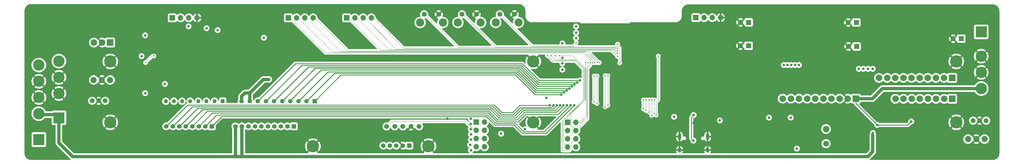
<source format=gbr>
%TF.GenerationSoftware,KiCad,Pcbnew,7.0.10*%
%TF.CreationDate,2024-02-02T23:20:54-05:00*%
%TF.ProjectId,ayab-esp32,61796162-2d65-4737-9033-322e6b696361,rev?*%
%TF.SameCoordinates,PX2be61f8PY9c01778*%
%TF.FileFunction,Copper,L4,Bot*%
%TF.FilePolarity,Positive*%
%FSLAX46Y46*%
G04 Gerber Fmt 4.6, Leading zero omitted, Abs format (unit mm)*
G04 Created by KiCad (PCBNEW 7.0.10) date 2024-02-02 23:20:54*
%MOMM*%
%LPD*%
G01*
G04 APERTURE LIST*
%TA.AperFunction,ComponentPad*%
%ADD10R,1.600000X1.600000*%
%TD*%
%TA.AperFunction,ComponentPad*%
%ADD11C,1.600000*%
%TD*%
%TA.AperFunction,ComponentPad*%
%ADD12R,2.000000X2.000000*%
%TD*%
%TA.AperFunction,ComponentPad*%
%ADD13C,2.000000*%
%TD*%
%TA.AperFunction,ComponentPad*%
%ADD14C,1.520000*%
%TD*%
%TA.AperFunction,ComponentPad*%
%ADD15C,2.500000*%
%TD*%
%TA.AperFunction,ComponentPad*%
%ADD16C,1.500000*%
%TD*%
%TA.AperFunction,ComponentPad*%
%ADD17R,1.400000X1.400000*%
%TD*%
%TA.AperFunction,ComponentPad*%
%ADD18C,1.400000*%
%TD*%
%TA.AperFunction,ComponentPad*%
%ADD19R,3.500000X3.500000*%
%TD*%
%TA.AperFunction,ComponentPad*%
%ADD20C,3.500000*%
%TD*%
%TA.AperFunction,ComponentPad*%
%ADD21C,1.800000*%
%TD*%
%TA.AperFunction,ComponentPad*%
%ADD22R,1.700000X1.700000*%
%TD*%
%TA.AperFunction,ComponentPad*%
%ADD23O,1.700000X1.700000*%
%TD*%
%TA.AperFunction,ComponentPad*%
%ADD24C,3.800000*%
%TD*%
%TA.AperFunction,ComponentPad*%
%ADD25O,1.000000X2.100000*%
%TD*%
%TA.AperFunction,ComponentPad*%
%ADD26O,1.000000X1.600000*%
%TD*%
%TA.AperFunction,ComponentPad*%
%ADD27R,1.350000X1.350000*%
%TD*%
%TA.AperFunction,ComponentPad*%
%ADD28C,1.350000*%
%TD*%
%TA.AperFunction,ComponentPad*%
%ADD29C,1.900000*%
%TD*%
%TA.AperFunction,ComponentPad*%
%ADD30R,1.275000X1.275000*%
%TD*%
%TA.AperFunction,ComponentPad*%
%ADD31C,1.275000*%
%TD*%
%TA.AperFunction,ViaPad*%
%ADD32C,0.450000*%
%TD*%
%TA.AperFunction,ViaPad*%
%ADD33C,0.800000*%
%TD*%
%TA.AperFunction,Conductor*%
%ADD34C,0.100000*%
%TD*%
%TA.AperFunction,Conductor*%
%ADD35C,1.000000*%
%TD*%
%TA.AperFunction,Conductor*%
%ADD36C,0.250000*%
%TD*%
G04 APERTURE END LIST*
D10*
%TO.P,C609,1*%
%TO.N,+5V*%
X222258648Y41873864D03*
D11*
%TO.P,C609,2*%
%TO.N,GND*%
X219758648Y41873864D03*
%TD*%
D12*
%TO.P,J405,1,Pin_1*%
%TO.N,+5V*%
X255238648Y18343864D03*
D13*
%TO.P,J405,2,Pin_2*%
%TO.N,GND*%
X252738648Y18343864D03*
%TO.P,J405,3,Pin_3*%
%TO.N,unconnected-(J405-Pin_3-Pad3)*%
X250238648Y18343864D03*
%TO.P,J405,4,Pin_4*%
%TO.N,/BROTHER-CONNECTORS/ENC_V1*%
X247738648Y18343864D03*
%TO.P,J405,5,Pin_5*%
%TO.N,/BROTHER-CONNECTORS/ENC_V2*%
X245238648Y18343864D03*
%TO.P,J405,6,Pin_6*%
%TO.N,/BROTHER-CONNECTORS/ENC_BELTPHASE*%
X242738648Y18343864D03*
%TO.P,J405,7,Pin_7*%
%TO.N,/BROTHER-CONNECTORS/EOL_R_S*%
X240238648Y18343864D03*
%TO.P,J405,8,Pin_8*%
%TO.N,/BROTHER-CONNECTORS/EOL_R_N*%
X237738648Y18343864D03*
%TO.P,J405,9,Pin_9*%
%TO.N,Net-(J405-Pin_9)*%
X235238648Y18343864D03*
%TO.P,J405,10,Pin_10*%
%TO.N,Net-(J405-Pin_10)*%
X232738648Y18343864D03*
%TD*%
D14*
%TO.P,SW203,1,1*%
%TO.N,/ESP32/BOOT0*%
X145678648Y44353864D03*
%TO.P,SW203,2,2*%
%TO.N,GND*%
X150178648Y44353864D03*
D15*
%TO.P,SW203,3*%
%TO.N,N/C*%
X144428648Y41853864D03*
%TO.P,SW203,4*%
X151428648Y41853864D03*
%TD*%
D12*
%TO.P,J404,1,Pin_1*%
%TO.N,/BROTHER-CONNECTORS/SOL_F*%
X284918648Y18283864D03*
D13*
%TO.P,J404,2,Pin_2*%
%TO.N,/BROTHER-CONNECTORS/SOL_E*%
X282418648Y18283864D03*
%TO.P,J404,3,Pin_3*%
%TO.N,/BROTHER-CONNECTORS/SOL_D*%
X279918648Y18283864D03*
%TO.P,J404,4,Pin_4*%
%TO.N,/BROTHER-CONNECTORS/SOL_C*%
X277418648Y18283864D03*
%TO.P,J404,5,Pin_5*%
%TO.N,/BROTHER-CONNECTORS/SOL_B*%
X274918648Y18283864D03*
%TO.P,J404,6,Pin_6*%
%TO.N,/BROTHER-CONNECTORS/SOL_A*%
X272418648Y18283864D03*
%TO.P,J404,7,Pin_7*%
%TO.N,/BROTHER-CONNECTORS/SOL_9*%
X269918648Y18283864D03*
%TO.P,J404,8,Pin_8*%
%TO.N,/BROTHER-CONNECTORS/SOL_8*%
X267418648Y18283864D03*
%TD*%
D16*
%TO.P,J412,1,Pin_1*%
%TO.N,+5V*%
X295327698Y11550054D03*
%TO.P,J412,2,Pin_2*%
%TO.N,GND*%
X293327698Y11550054D03*
%TO.P,J412,3,Pin_3*%
%TO.N,/BROTHER-CONNECTORS/EOL_R*%
X291327698Y11550054D03*
%TD*%
D17*
%TO.P,J413,1,Pin_1*%
%TO.N,+5V*%
X117808648Y3833864D03*
D18*
%TO.P,J413,2,Pin_2*%
%TO.N,GND*%
X115808648Y3833864D03*
%TO.P,J413,3,Pin_3*%
%TO.N,/BROTHER-CONNECTORS/ENC_V2*%
X113808648Y3833864D03*
%TO.P,J413,4,Pin_4*%
%TO.N,/BROTHER-CONNECTORS/ENC_V1*%
X111808648Y3833864D03*
%TO.P,J413,5,Pin_5*%
%TO.N,/BROTHER-CONNECTORS/ENC_BELTPHASE*%
X109808648Y3833864D03*
%TD*%
D19*
%TO.P,J603,1,Pin_1*%
%TO.N,+12V*%
X9998648Y12418864D03*
D20*
%TO.P,J603,2,Pin_2*%
%TO.N,GND*%
X9998648Y19918864D03*
%TO.P,J603,3,Pin_3*%
X9998648Y24918864D03*
%TO.P,J603,4,Pin_4*%
%TO.N,+5V*%
X9998648Y29918864D03*
%TD*%
D21*
%TO.P,J601,*%
%TO.N,*%
X246073648Y4449064D03*
D13*
X246073648Y8949064D03*
%TD*%
D22*
%TO.P,J701,1,Pin_1*%
%TO.N,/ESP32/ENC_A*%
X166556146Y11066464D03*
D23*
%TO.P,J701,2,Pin_2*%
%TO.N,/ESP32/ENC_B*%
X169096146Y11066464D03*
%TO.P,J701,3,Pin_3*%
%TO.N,/ESP32/ENC_BP*%
X166556146Y8526464D03*
%TO.P,J701,4,Pin_4*%
%TO.N,/ESP32/EOL_L_P*%
X169096146Y8526464D03*
%TO.P,J701,5,Pin_5*%
%TO.N,/ESP32/EOL_L_N*%
X166556146Y5986464D03*
%TO.P,J701,6,Pin_6*%
%TO.N,/ESP32/EOL_R_P*%
X169096146Y5986464D03*
%TO.P,J701,7,Pin_7*%
%TO.N,/ESP32/EOL_R_N*%
X166556146Y3446464D03*
%TO.P,J701,8,Pin_8*%
%TO.N,Net-(J701-Pin_8)*%
X169096146Y3446464D03*
%TD*%
D24*
%TO.P,H106,1,1*%
%TO.N,GND*%
X286152698Y11025054D03*
%TD*%
D22*
%TO.P,J801,1,Pin_1*%
%TO.N,/AUX-CONNECTORS/AYAB_RX*%
X206018648Y43333864D03*
D23*
%TO.P,J801,2,Pin_2*%
%TO.N,/AUX-CONNECTORS/AYAB_TX*%
X208558648Y43333864D03*
%TO.P,J801,3,Pin_3*%
%TO.N,+3V3*%
X211098648Y43333864D03*
%TO.P,J801,4,Pin_4*%
%TO.N,GND*%
X213638648Y43333864D03*
%TD*%
D19*
%TO.P,J602,1,Pin_1*%
%TO.N,unconnected-(J602-Pin_1-Pad1)*%
X3808648Y5693864D03*
D20*
%TO.P,J602,2,Pin_2*%
%TO.N,+12V*%
X3808648Y13693864D03*
%TO.P,J602,3,Pin_3*%
%TO.N,GND*%
X3808648Y18693864D03*
%TO.P,J602,4,Pin_4*%
X3808648Y23693864D03*
%TO.P,J602,5,Pin_5*%
%TO.N,+5V*%
X3808648Y28693864D03*
%TD*%
D16*
%TO.P,J410,1,Pin_1*%
%TO.N,+5V*%
X120828648Y9773864D03*
%TO.P,J410,2,Pin_2*%
%TO.N,GND*%
X118328648Y9773864D03*
%TO.P,J410,3,Pin_3*%
%TO.N,/BROTHER-CONNECTORS/ENC_V2*%
X115828648Y9773864D03*
%TO.P,J410,4,Pin_4*%
%TO.N,/BROTHER-CONNECTORS/ENC_V1*%
X113328648Y9773864D03*
%TO.P,J410,5,Pin_5*%
%TO.N,/BROTHER-CONNECTORS/ENC_BELTPHASE*%
X110828648Y9773864D03*
%TD*%
%TO.P,J411,1,Pin_1*%
%TO.N,+5V*%
X24229648Y17677864D03*
%TO.P,J411,2,Pin_2*%
%TO.N,GND*%
X22229648Y17677864D03*
%TO.P,J411,3,Pin_3*%
%TO.N,/BROTHER-CONNECTORS/EOL_L*%
X20229648Y17677864D03*
%TD*%
D24*
%TO.P,H107,1,1*%
%TO.N,GND*%
X123719698Y3659054D03*
%TD*%
%TO.P,H104,1,1*%
%TO.N,GND*%
X286152698Y29821054D03*
%TD*%
D22*
%TO.P,J702,1,Pin_1*%
%TO.N,/BROTHER-CONNECTORS/ENC_V1*%
X138428648Y11074798D03*
D23*
%TO.P,J702,2,Pin_2*%
%TO.N,/BROTHER-CONNECTORS/ENC_V2*%
X140968648Y11074798D03*
%TO.P,J702,3,Pin_3*%
%TO.N,/BROTHER-CONNECTORS/ENC_BELTPHASE*%
X138428648Y8534798D03*
%TO.P,J702,4,Pin_4*%
%TO.N,/IO CONDITIONING/EOL_L_K*%
X140968648Y8534798D03*
%TO.P,J702,5,Pin_5*%
%TO.N,/IO CONDITIONING/EOL_L_L*%
X138428648Y5994798D03*
%TO.P,J702,6,Pin_6*%
%TO.N,/BROTHER-CONNECTORS/EOL_R_N*%
X140968648Y5994798D03*
%TO.P,J702,7,Pin_7*%
%TO.N,/BROTHER-CONNECTORS/EOL_R_S*%
X138428648Y3454798D03*
%TO.P,J702,8,Pin_8*%
%TO.N,Net-(J702-Pin_8)*%
X140968648Y3454798D03*
%TD*%
D10*
%TO.P,C613,1*%
%TO.N,/PSU/3V3_SW*%
X222228648Y34653864D03*
D11*
%TO.P,C613,2*%
%TO.N,GND*%
X219728648Y34653864D03*
%TD*%
D12*
%TO.P,J408,1,Pin_1*%
%TO.N,+5V*%
X25768648Y35653864D03*
D13*
%TO.P,J408,2,Pin_2*%
%TO.N,GND*%
X23268648Y35653864D03*
%TO.P,J408,3,Pin_3*%
%TO.N,/BROTHER-CONNECTORS/EOL_L*%
X20768648Y35653864D03*
%TD*%
D17*
%TO.P,J402,1,Pin_1*%
%TO.N,/BROTHER-CONNECTORS/SOL_F*%
X57038648Y9798664D03*
D18*
%TO.P,J402,2,Pin_2*%
%TO.N,/BROTHER-CONNECTORS/SOL_E*%
X55038648Y9798664D03*
%TO.P,J402,3,Pin_3*%
%TO.N,/BROTHER-CONNECTORS/SOL_D*%
X53038648Y9798664D03*
%TO.P,J402,4,Pin_4*%
%TO.N,/BROTHER-CONNECTORS/SOL_C*%
X51038648Y9798664D03*
%TO.P,J402,5,Pin_5*%
%TO.N,/BROTHER-CONNECTORS/SOL_B*%
X49038648Y9798664D03*
%TO.P,J402,6,Pin_6*%
%TO.N,/BROTHER-CONNECTORS/SOL_A*%
X47038648Y9798664D03*
%TO.P,J402,7,Pin_7*%
%TO.N,/BROTHER-CONNECTORS/SOL_9*%
X45038648Y9798664D03*
%TO.P,J402,8,Pin_8*%
%TO.N,/BROTHER-CONNECTORS/SOL_8*%
X43038648Y9798664D03*
%TD*%
D19*
%TO.P,J604,1,Pin_1*%
%TO.N,+12V*%
X293828648Y38953864D03*
D20*
%TO.P,J604,2,Pin_2*%
%TO.N,GND*%
X293828648Y31453864D03*
%TO.P,J604,3,Pin_3*%
X293828648Y26453864D03*
%TO.P,J604,4,Pin_4*%
%TO.N,+5V*%
X293828648Y21453864D03*
%TD*%
D24*
%TO.P,H102,1,1*%
%TO.N,GND*%
X155977698Y29821054D03*
%TD*%
D14*
%TO.P,SW201,1,1*%
%TO.N,Net-(U201-SPIIO7{slash}GPIO36{slash}FSPICLK{slash}SUBSPICLK)*%
X122398648Y44353864D03*
%TO.P,SW201,2,2*%
%TO.N,GND*%
X126898648Y44353864D03*
D15*
%TO.P,SW201,3*%
%TO.N,N/C*%
X121148648Y41853864D03*
%TO.P,SW201,4*%
X128148648Y41853864D03*
%TD*%
D25*
%TO.P,J501,S1,SHIELD*%
%TO.N,GND*%
X200998648Y6628864D03*
D26*
X200998648Y2448864D03*
D25*
X209638648Y6628864D03*
D26*
X209638648Y2448864D03*
%TD*%
D14*
%TO.P,SW202,1,1*%
%TO.N,/ESP32/nRST*%
X134038648Y44353864D03*
%TO.P,SW202,2,2*%
%TO.N,GND*%
X138538648Y44353864D03*
D15*
%TO.P,SW202,3*%
%TO.N,N/C*%
X132788648Y41853864D03*
%TO.P,SW202,4*%
X139788648Y41853864D03*
%TD*%
D22*
%TO.P,J202,1,Pin_1*%
%TO.N,/ESP32/ESP14*%
X80588648Y43283864D03*
D23*
%TO.P,J202,2,Pin_2*%
%TO.N,/ESP32/ESP17*%
X83128648Y43283864D03*
%TO.P,J202,3,Pin_3*%
%TO.N,/ESP32/ESP18*%
X85668648Y43283864D03*
%TO.P,J202,4,Pin_4*%
%TO.N,/ESP32/ESP21*%
X88208648Y43283864D03*
%TD*%
D22*
%TO.P,J201,1,Pin_1*%
%TO.N,/ESP32/ESP39*%
X98518648Y43283864D03*
D23*
%TO.P,J201,2,Pin_2*%
%TO.N,/ESP32/ESP40*%
X101058648Y43283864D03*
%TO.P,J201,3,Pin_3*%
%TO.N,/ESP32/ESP41*%
X103598648Y43283864D03*
%TO.P,J201,4,Pin_4*%
%TO.N,/ESP32/ESP42*%
X106138648Y43283864D03*
%TD*%
D17*
%TO.P,J401,1,Pin_1*%
%TO.N,/BROTHER-CONNECTORS/SOL_7*%
X82308648Y9798664D03*
D18*
%TO.P,J401,2,Pin_2*%
%TO.N,/BROTHER-CONNECTORS/SOL_6*%
X80308648Y9798664D03*
%TO.P,J401,3,Pin_3*%
%TO.N,/BROTHER-CONNECTORS/SOL_5*%
X78308648Y9798664D03*
%TO.P,J401,4,Pin_4*%
%TO.N,/BROTHER-CONNECTORS/SOL_4*%
X76308648Y9798664D03*
%TO.P,J401,5,Pin_5*%
%TO.N,/BROTHER-CONNECTORS/SOL_3*%
X74308648Y9798664D03*
%TO.P,J401,6,Pin_6*%
%TO.N,/BROTHER-CONNECTORS/SOL_2*%
X72308648Y9798664D03*
%TO.P,J401,7,Pin_7*%
%TO.N,/BROTHER-CONNECTORS/SOL_1*%
X70308648Y9798664D03*
%TO.P,J401,8,Pin_8*%
%TO.N,/BROTHER-CONNECTORS/SOL_0*%
X68308648Y9798664D03*
%TO.P,J401,9,Pin_9*%
%TO.N,+12V*%
X66308648Y9798664D03*
%TO.P,J401,10,Pin_10*%
X64308648Y9798664D03*
%TD*%
D10*
%TO.P,C607,1*%
%TO.N,+12V*%
X287688648Y36843864D03*
D11*
%TO.P,C607,2*%
%TO.N,GND*%
X285188648Y36843864D03*
%TD*%
D27*
%TO.P,J406,1,Pin_1*%
%TO.N,/BROTHER-CONNECTORS/SOL_7*%
X88711248Y17578864D03*
D28*
%TO.P,J406,2,Pin_2*%
%TO.N,/BROTHER-CONNECTORS/SOL_6*%
X86211248Y17578864D03*
%TO.P,J406,3,Pin_3*%
%TO.N,/BROTHER-CONNECTORS/SOL_5*%
X83711248Y17578864D03*
%TO.P,J406,4,Pin_4*%
%TO.N,/BROTHER-CONNECTORS/SOL_4*%
X81211248Y17578864D03*
%TO.P,J406,5,Pin_5*%
%TO.N,/BROTHER-CONNECTORS/SOL_3*%
X78711248Y17578864D03*
%TO.P,J406,6,Pin_6*%
%TO.N,/BROTHER-CONNECTORS/SOL_2*%
X76211248Y17578864D03*
%TO.P,J406,7,Pin_7*%
%TO.N,/BROTHER-CONNECTORS/SOL_1*%
X73711248Y17578864D03*
%TO.P,J406,8,Pin_8*%
%TO.N,/BROTHER-CONNECTORS/SOL_0*%
X71211248Y17578864D03*
%TO.P,J406,9,Pin_9*%
%TO.N,+12V*%
X68711248Y17578864D03*
%TO.P,J406,10,Pin_10*%
X66211248Y17578864D03*
%TD*%
D24*
%TO.P,H103,1,1*%
%TO.N,GND*%
X155977698Y11025054D03*
%TD*%
D12*
%TO.P,J403,1,Pin_1*%
%TO.N,/BROTHER-CONNECTORS/SOL_7*%
X284878648Y24753864D03*
D13*
%TO.P,J403,2,Pin_2*%
%TO.N,/BROTHER-CONNECTORS/SOL_6*%
X282378648Y24753864D03*
%TO.P,J403,3,Pin_3*%
%TO.N,/BROTHER-CONNECTORS/SOL_5*%
X279878648Y24753864D03*
%TO.P,J403,4,Pin_4*%
%TO.N,/BROTHER-CONNECTORS/SOL_4*%
X277378648Y24753864D03*
%TO.P,J403,5,Pin_5*%
%TO.N,/BROTHER-CONNECTORS/SOL_3*%
X274878648Y24753864D03*
%TO.P,J403,6,Pin_6*%
%TO.N,/BROTHER-CONNECTORS/SOL_2*%
X272378648Y24753864D03*
%TO.P,J403,7,Pin_7*%
%TO.N,/BROTHER-CONNECTORS/SOL_1*%
X269878648Y24753864D03*
%TO.P,J403,8,Pin_8*%
%TO.N,/BROTHER-CONNECTORS/SOL_0*%
X267378648Y24753864D03*
%TO.P,J403,9,Pin_9*%
%TO.N,+12V*%
X264878648Y24753864D03*
%TO.P,J403,10,Pin_10*%
X262378648Y24753864D03*
%TD*%
D29*
%TO.P,J409,1,Pin_1*%
%TO.N,+5V*%
X294853648Y5851364D03*
%TO.P,J409,2,Pin_2*%
%TO.N,GND*%
X292313648Y5851364D03*
%TO.P,J409,3,Pin_3*%
%TO.N,/BROTHER-CONNECTORS/EOL_R*%
X289773648Y5851364D03*
%TD*%
%TO.P,J414,1,Pin_1*%
%TO.N,+5V*%
X25768648Y24108864D03*
%TO.P,J414,2,Pin_2*%
%TO.N,GND*%
X23228648Y24108864D03*
%TO.P,J414,3,Pin_3*%
%TO.N,/BROTHER-CONNECTORS/EOL_L*%
X20688648Y24108864D03*
%TD*%
D10*
%TO.P,C606,1*%
%TO.N,+12V*%
X255396048Y41841664D03*
D11*
%TO.P,C606,2*%
%TO.N,GND*%
X252896048Y41841664D03*
%TD*%
D24*
%TO.P,H101,1,1*%
%TO.N,GND*%
X25802698Y11025054D03*
%TD*%
%TO.P,H105,1,1*%
%TO.N,GND*%
X88159698Y3659054D03*
%TD*%
D22*
%TO.P,J806,1,Pin_1*%
%TO.N,/AUX-CONNECTORS/MCP_SCL*%
X44888648Y43273864D03*
D23*
%TO.P,J806,2,Pin_2*%
%TO.N,/AUX-CONNECTORS/MCP_SDA*%
X47428648Y43273864D03*
%TO.P,J806,3,Pin_3*%
%TO.N,/AUX-CONNECTORS/I2C_VBUS*%
X49968648Y43273864D03*
%TO.P,J806,4,Pin_4*%
%TO.N,GND*%
X52508648Y43273864D03*
%TD*%
D10*
%TO.P,C612,1*%
%TO.N,/PSU/5V_SW*%
X255472248Y34450264D03*
D11*
%TO.P,C612,2*%
%TO.N,GND*%
X252972248Y34450264D03*
%TD*%
D30*
%TO.P,J407,1,Pin_1*%
%TO.N,/BROTHER-CONNECTORS/SOL_F*%
X60394648Y17553464D03*
D31*
%TO.P,J407,2,Pin_2*%
%TO.N,/BROTHER-CONNECTORS/SOL_E*%
X57894648Y17553464D03*
%TO.P,J407,3,Pin_3*%
%TO.N,/BROTHER-CONNECTORS/SOL_D*%
X55394648Y17553464D03*
%TO.P,J407,4,Pin_4*%
%TO.N,/BROTHER-CONNECTORS/SOL_C*%
X52894648Y17553464D03*
%TO.P,J407,5,Pin_5*%
%TO.N,/BROTHER-CONNECTORS/SOL_B*%
X50394648Y17553464D03*
%TO.P,J407,6,Pin_6*%
%TO.N,/BROTHER-CONNECTORS/SOL_A*%
X47894648Y17553464D03*
%TO.P,J407,7,Pin_7*%
%TO.N,/BROTHER-CONNECTORS/SOL_9*%
X45394648Y17553464D03*
%TO.P,J407,8,Pin_8*%
%TO.N,/BROTHER-CONNECTORS/SOL_8*%
X42894648Y17553464D03*
%TD*%
D24*
%TO.P,H108,1,1*%
%TO.N,GND*%
X25802698Y29821054D03*
%TD*%
D32*
%TO.N,/ESP32/USB_M*%
X178078648Y15803864D03*
X178078648Y25413864D03*
D33*
%TO.N,GND*%
X269868648Y30113864D03*
X247758648Y31503864D03*
X64538648Y38893864D03*
X178078648Y30933864D03*
X42538648Y21363864D03*
X224068648Y46563864D03*
X275373646Y44713864D03*
X101808648Y36653864D03*
X224188648Y12663864D03*
X298038648Y38833864D03*
X198558648Y26813864D03*
X211638648Y13723864D03*
X298008648Y42123864D03*
X59098648Y20043864D03*
X277475312Y44713864D03*
X264898648Y37273864D03*
X247758648Y36595296D03*
X247758648Y41686722D03*
X46508648Y28493864D03*
X268788648Y26473864D03*
X73478648Y28413864D03*
X93738648Y46453864D03*
X271170314Y44713864D03*
X281678648Y44713864D03*
X239561980Y44713864D03*
X129268648Y2433864D03*
X175768648Y36273864D03*
X233088648Y5793864D03*
X186688648Y26953864D03*
X179748648Y30953864D03*
X172438648Y39573864D03*
X202958648Y45823864D03*
X179743648Y36623864D03*
X269068648Y44713864D03*
X169538648Y26833864D03*
X243145312Y44713864D03*
X182141500Y39573864D03*
X198678648Y41323864D03*
X178907216Y39573864D03*
X176408648Y30903864D03*
X177290074Y39573864D03*
X247758648Y43383864D03*
X189378648Y27023864D03*
X259158648Y15563864D03*
X247758648Y33201012D03*
X64518648Y40193864D03*
X129568648Y12123864D03*
X59048648Y28363864D03*
X175672932Y39573864D03*
X243168648Y7523864D03*
X185028648Y5053864D03*
X241353646Y44713864D03*
X180524358Y39573864D03*
X235978648Y44713864D03*
X237770314Y44713864D03*
X265178648Y3423864D03*
X264608648Y18983864D03*
X191798648Y5013864D03*
X244936978Y44713864D03*
X60918648Y28393864D03*
X247758648Y34898154D03*
X248808648Y7473864D03*
X129548648Y7573864D03*
X246728648Y44713864D03*
X205318648Y10874364D03*
X247758648Y39989580D03*
D32*
X186868648Y29663864D03*
D33*
X183758648Y39573864D03*
X71608648Y28353864D03*
X71618648Y20043864D03*
X231998648Y37323864D03*
X42738648Y35193864D03*
X174055790Y39573864D03*
X250608648Y27773864D03*
X191788648Y41303864D03*
X273818648Y4933864D03*
X75108648Y46503864D03*
X48358648Y28493864D03*
X279576978Y44713864D03*
X267748648Y12983864D03*
X191788648Y35283864D03*
X247758648Y38292438D03*
X273271980Y44713864D03*
X45008648Y21313864D03*
X130148648Y5663864D03*
X215708648Y6443864D03*
X114208648Y46533864D03*
X178093648Y36643864D03*
X191788648Y38983864D03*
X42538648Y24473864D03*
X183418648Y35853864D03*
D32*
%TO.N,/ESP32/USB_P*%
X178938648Y25423864D03*
X178938648Y16273864D03*
D33*
%TO.N,+12V*%
X260458648Y7733864D03*
X260458648Y6651364D03*
X260458648Y5568864D03*
X260458648Y3403864D03*
X260458648Y4486364D03*
X74608648Y24263864D03*
%TO.N,+5V*%
X36548648Y20023864D03*
X261858648Y10213864D03*
X272288648Y11283864D03*
X136788648Y5673864D03*
X136778648Y7283864D03*
X136738648Y12143864D03*
X136529148Y4055407D03*
X136778648Y2423864D03*
X49888648Y40653864D03*
X36538648Y37873864D03*
X35428648Y31453864D03*
X237078648Y2923864D03*
X256138648Y27543864D03*
X257578648Y27543864D03*
X136738648Y8903864D03*
X259018648Y27543864D03*
X42608648Y22873864D03*
X146078648Y7523864D03*
X136738648Y10533864D03*
X213378648Y11613864D03*
X260458648Y27543864D03*
%TO.N,+3V3*%
X233046148Y28733864D03*
X234218648Y28733864D03*
X235188648Y12493864D03*
X235391148Y28733864D03*
X236563648Y28733864D03*
X169148648Y40643864D03*
X159978648Y18543864D03*
X58828648Y39493864D03*
X153443648Y8888864D03*
X169148648Y38723864D03*
X199308648Y12743864D03*
X55438648Y40073864D03*
X164893590Y29258922D03*
X237736148Y28733864D03*
X164948648Y35403864D03*
X164888648Y30933864D03*
X73068648Y37143864D03*
X164918648Y27273864D03*
X169148648Y37023864D03*
X228498648Y12473864D03*
%TO.N,/USB/USB_VBUS*%
X205318648Y13273864D03*
X205258648Y5393864D03*
D32*
%TO.N,/ESP32/BUZZER*%
X194448648Y31443864D03*
X193778648Y13273864D03*
%TO.N,/ESP32/BOOT0*%
X169178648Y35633864D03*
%TO.N,/ESP32/EOL_L_P*%
X173518648Y29453864D03*
%TO.N,/ESP32/EOL_L_N*%
X172768648Y29453864D03*
%TO.N,/ESP32/EOL_R_P*%
X160328648Y31653864D03*
%TO.N,/ESP32/EOL_R_N*%
X161458648Y31613864D03*
%TO.N,/ESP32/ENC_A*%
X162699387Y31585826D03*
%TO.N,/ESP32/ENC_B*%
X172068648Y29443864D03*
%TO.N,/ESP32/ENC_BP*%
X164068648Y31593864D03*
%TO.N,/ESP32/nRST*%
X181948648Y35173864D03*
%TO.N,Net-(U201-SPIIO7{slash}GPIO36{slash}FSPICLK{slash}SUBSPICLK)*%
X182588648Y29383864D03*
D33*
%TO.N,/BROTHER-CONNECTORS/SOL_7*%
X164588648Y19603864D03*
%TO.N,/BROTHER-CONNECTORS/SOL_6*%
X165421830Y20228864D03*
%TO.N,/BROTHER-CONNECTORS/SOL_5*%
X166308740Y20828864D03*
%TO.N,/BROTHER-CONNECTORS/SOL_4*%
X167144936Y21458864D03*
%TO.N,/BROTHER-CONNECTORS/SOL_3*%
X167898059Y22083864D03*
%TO.N,/BROTHER-CONNECTORS/SOL_2*%
X168670023Y22708864D03*
%TO.N,/BROTHER-CONNECTORS/SOL_1*%
X169534575Y23333864D03*
%TO.N,/BROTHER-CONNECTORS/SOL_0*%
X170346708Y23958864D03*
%TO.N,/BROTHER-CONNECTORS/SOL_F*%
X168538648Y16253864D03*
%TO.N,/BROTHER-CONNECTORS/SOL_E*%
X167488648Y16253864D03*
%TO.N,/BROTHER-CONNECTORS/SOL_D*%
X166378648Y16253864D03*
%TO.N,/BROTHER-CONNECTORS/SOL_C*%
X165288648Y16273864D03*
%TO.N,/BROTHER-CONNECTORS/SOL_B*%
X164268648Y16243864D03*
%TO.N,/BROTHER-CONNECTORS/SOL_A*%
X163248648Y16243864D03*
%TO.N,/BROTHER-CONNECTORS/SOL_9*%
X162168648Y16243864D03*
%TO.N,/BROTHER-CONNECTORS/SOL_8*%
X161058648Y16243864D03*
D32*
%TO.N,/BROTHER-CONNECTORS/EOL_L*%
X39236448Y31505864D03*
X36658648Y29473864D03*
%TO.N,/BROTHER-CONNECTORS/ENC_V2*%
X190698648Y17943864D03*
X190688648Y14653864D03*
%TO.N,/BROTHER-CONNECTORS/ENC_V1*%
X189838648Y17943864D03*
X189838648Y15173864D03*
%TO.N,/BROTHER-CONNECTORS/ENC_BELTPHASE*%
X191628648Y17933864D03*
X191628648Y14193864D03*
%TO.N,/BROTHER-CONNECTORS/EOL_R_N*%
X193188648Y13723864D03*
X193188648Y17933864D03*
%TO.N,/BROTHER-CONNECTORS/EOL_R_S*%
X192418648Y17953864D03*
X192398648Y13163864D03*
%TO.N,/AUX-CONNECTORS/I2C_SCL*%
X175578648Y25323864D03*
X175578648Y16813864D03*
%TO.N,/AUX-CONNECTORS/I2C_SDA*%
X174698648Y25323864D03*
X174698648Y17363864D03*
%TO.N,/ESP32/ESP39*%
X181948648Y31363864D03*
%TO.N,/ESP32/ESP40*%
X181938648Y32243864D03*
%TO.N,/ESP32/ESP41*%
X181948648Y33033864D03*
%TO.N,/ESP32/ESP42*%
X181948648Y33903864D03*
%TO.N,/ESP32/ESP14*%
X174258648Y29423864D03*
%TO.N,/ESP32/ESP17*%
X174938648Y29433864D03*
%TO.N,/ESP32/ESP18*%
X175638648Y29443864D03*
%TO.N,/ESP32/ESP21*%
X176268648Y29463864D03*
%TD*%
D34*
%TO.N,/ESP32/USB_M*%
X178078648Y15803864D02*
X178078648Y25413864D01*
%TO.N,/ESP32/USB_P*%
X178938648Y16273864D02*
X178938648Y25423864D01*
D35*
%TO.N,+12V*%
X66308648Y9798664D02*
X66308648Y513864D01*
X68711248Y17578864D02*
X68711248Y20066464D01*
X66308648Y513864D02*
X66338648Y483864D01*
X72908648Y24263864D02*
X74608648Y24263864D01*
X64308648Y9798664D02*
X64308648Y533864D01*
X64358648Y483864D02*
X66338648Y483864D01*
X4118648Y13383864D02*
X9033648Y13383864D01*
X67211248Y20066464D02*
X68711248Y20066464D01*
X64308648Y533864D02*
X64358648Y483864D01*
X66211248Y19066464D02*
X67211248Y20066464D01*
X14188648Y483864D02*
X64358648Y483864D01*
X9033648Y13383864D02*
X9998648Y12418864D01*
X3808648Y13693864D02*
X4118648Y13383864D01*
X260458648Y1963864D02*
X258978648Y483864D01*
X260458648Y7113864D02*
X260458648Y1963864D01*
X9998648Y12418864D02*
X9998648Y4673864D01*
X66211248Y17578864D02*
X66211248Y19066464D01*
X68711248Y20066464D02*
X72908648Y24263864D01*
X66338648Y483864D02*
X258978648Y483864D01*
X9998648Y4673864D02*
X14188648Y483864D01*
D36*
%TO.N,+5V*%
X255238648Y16833864D02*
X261858648Y10213864D01*
X261858648Y10213864D02*
X271218648Y10213864D01*
D35*
X263415906Y21453864D02*
X260305906Y18343864D01*
D36*
X271218648Y10213864D02*
X272288648Y11283864D01*
D35*
X260305906Y18343864D02*
X255238648Y18343864D01*
D36*
X255238648Y18343864D02*
X255238648Y16833864D01*
D35*
X293828648Y21453864D02*
X263415906Y21453864D01*
D36*
%TO.N,/USB/USB_VBUS*%
X204593648Y12548864D02*
X205318648Y13273864D01*
X204593648Y6058864D02*
X204593648Y12548864D01*
X205258648Y5393864D02*
X204593648Y6058864D01*
D34*
%TO.N,/ESP32/BUZZER*%
X194498648Y31393864D02*
X194498648Y17983864D01*
X194498648Y17983864D02*
X193778648Y17263864D01*
X194448648Y31443864D02*
X194498648Y31393864D01*
X193778648Y17263864D02*
X193778648Y13273864D01*
%TO.N,/ESP32/BOOT0*%
X155748648Y34503864D02*
X145898648Y44353864D01*
X168248648Y34503864D02*
X155748648Y34503864D01*
X169178648Y35633864D02*
X169178648Y35433864D01*
X169178648Y35433864D02*
X168248648Y34503864D01*
X145898648Y44353864D02*
X145678648Y44353864D01*
%TO.N,/ESP32/EOL_L_P*%
X172688648Y27793864D02*
X172688648Y12118966D01*
X172688648Y12118966D02*
X169096146Y8526464D01*
X173518648Y28623864D02*
X172688648Y27793864D01*
X173518648Y29453864D02*
X173518648Y28623864D01*
%TO.N,/ESP32/EOL_L_N*%
X172438648Y27953864D02*
X172438648Y12542620D01*
X172438648Y12542620D02*
X169699892Y9803864D01*
X167848648Y7278966D02*
X166556146Y5986464D01*
X167848648Y9153864D02*
X167848648Y7278966D01*
X169699892Y9803864D02*
X168498648Y9803864D01*
X172768648Y29453864D02*
X172768648Y28283864D01*
X172768648Y28283864D02*
X172438648Y27953864D01*
X168498648Y9803864D02*
X167848648Y9153864D01*
%TO.N,/ESP32/EOL_R_P*%
X171438648Y18231809D02*
X164936048Y11729209D01*
X167838648Y3102620D02*
X167838648Y4728966D01*
X167032492Y2296464D02*
X167838648Y3102620D01*
X168900122Y29983864D02*
X171438648Y27445338D01*
X161998648Y29983864D02*
X168900122Y29983864D01*
X160328648Y31653864D02*
X161998648Y29983864D01*
X164936048Y2296464D02*
X167032492Y2296464D01*
X164936048Y11729209D02*
X164936048Y2296464D01*
X171438648Y27445338D02*
X171438648Y18231809D01*
X167838648Y4728966D02*
X169096146Y5986464D01*
%TO.N,/ESP32/EOL_R_N*%
X165136048Y4866562D02*
X165136048Y11646367D01*
X165136048Y11646367D02*
X171638648Y18148967D01*
X168982964Y30183864D02*
X162888648Y30183864D01*
X162888648Y30183864D02*
X161458648Y31613864D01*
X166556146Y3446464D02*
X165136048Y4866562D01*
X171638648Y18148967D02*
X171638648Y27528180D01*
X171638648Y27528180D02*
X168982964Y30183864D01*
%TO.N,/ESP32/ENC_A*%
X163901349Y30383864D02*
X169065806Y30383864D01*
X171838648Y18066125D02*
X166556146Y12783623D01*
X169065806Y30383864D02*
X171838648Y27611022D01*
X171838648Y27611022D02*
X171838648Y18066125D01*
X162699387Y31585826D02*
X163901349Y30383864D01*
X166556146Y12783623D02*
X166556146Y11066464D01*
%TO.N,/ESP32/ENC_B*%
X172068648Y29443864D02*
X172068648Y28133864D01*
X170311248Y11066464D02*
X169096146Y11066464D01*
X172238648Y27963864D02*
X172238648Y12993864D01*
X172068648Y28133864D02*
X172238648Y27963864D01*
X172238648Y12993864D02*
X170311248Y11066464D01*
%TO.N,/ESP32/ENC_BP*%
X167556146Y13500781D02*
X167556146Y9526464D01*
X164068648Y31593864D02*
X168138648Y31593864D01*
X168138648Y31593864D02*
X172038648Y27693864D01*
X172038648Y17983283D02*
X167556146Y13500781D01*
X167556146Y9526464D02*
X166556146Y8526464D01*
X172038648Y27693864D02*
X172038648Y17983283D01*
%TO.N,/ESP32/nRST*%
X134333648Y44353864D02*
X134038648Y44353864D01*
X181168648Y34303864D02*
X144383648Y34303864D01*
X181948648Y35083864D02*
X181168648Y34303864D01*
X181948648Y35173864D02*
X181948648Y35083864D01*
X144383648Y34303864D02*
X134333648Y44353864D01*
%TO.N,Net-(U201-SPIIO7{slash}GPIO36{slash}FSPICLK{slash}SUBSPICLK)*%
X122648648Y44353864D02*
X122398648Y44353864D01*
X182588648Y29383864D02*
X182588648Y33993864D01*
X181318648Y34103864D02*
X132898648Y34103864D01*
X182588648Y33993864D02*
X182138648Y34443864D01*
X181658648Y34443864D02*
X181318648Y34103864D01*
X132898648Y34103864D02*
X122648648Y44353864D01*
X182138648Y34443864D02*
X181658648Y34443864D01*
D36*
%TO.N,/BROTHER-CONNECTORS/SOL_7*%
X164588648Y19603864D02*
X156508648Y19603864D01*
X96786248Y25653864D02*
X88711248Y17578864D01*
X150458648Y25653864D02*
X96786248Y25653864D01*
X156508648Y19603864D02*
X150458648Y25653864D01*
%TO.N,/BROTHER-CONNECTORS/SOL_6*%
X150818648Y26163864D02*
X94796248Y26163864D01*
X94796248Y26163864D02*
X86211248Y17578864D01*
X156753648Y20228864D02*
X150818648Y26163864D01*
X165421830Y20228864D02*
X156753648Y20228864D01*
%TO.N,/BROTHER-CONNECTORS/SOL_5*%
X151128648Y26643864D02*
X92776248Y26643864D01*
X166283740Y20853864D02*
X156918648Y20853864D01*
X92776248Y26643864D02*
X83711248Y17578864D01*
X156918648Y20853864D02*
X151128648Y26643864D01*
X166308740Y20828864D02*
X166283740Y20853864D01*
%TO.N,/BROTHER-CONNECTORS/SOL_4*%
X157123648Y21458864D02*
X151388648Y27193864D01*
X167144936Y21458864D02*
X157123648Y21458864D01*
X81211248Y17706464D02*
X81211248Y17578864D01*
X151388648Y27193864D02*
X90698648Y27193864D01*
X90698648Y27193864D02*
X81211248Y17706464D01*
%TO.N,/BROTHER-CONNECTORS/SOL_3*%
X157338648Y22083864D02*
X151738648Y27683864D01*
X151738648Y27683864D02*
X88816248Y27683864D01*
X157338648Y22083864D02*
X167898059Y22083864D01*
X88816248Y27683864D02*
X78711248Y17578864D01*
%TO.N,/BROTHER-CONNECTORS/SOL_2*%
X152038648Y28163864D02*
X86796248Y28163864D01*
X86796248Y28163864D02*
X76211248Y17578864D01*
X157493648Y22708864D02*
X152038648Y28163864D01*
X168670023Y22708864D02*
X157493648Y22708864D01*
%TO.N,/BROTHER-CONNECTORS/SOL_1*%
X152308648Y28613864D02*
X84746248Y28613864D01*
X169534575Y23333864D02*
X157588648Y23333864D01*
X84746248Y28613864D02*
X73711248Y17578864D01*
X157588648Y23333864D02*
X152308648Y28613864D01*
%TO.N,/BROTHER-CONNECTORS/SOL_0*%
X82786248Y29153864D02*
X71211248Y17578864D01*
X170346708Y23958864D02*
X157733648Y23958864D01*
X157733648Y23958864D02*
X152538648Y29153864D01*
X152538648Y29153864D02*
X82786248Y29153864D01*
%TO.N,/BROTHER-CONNECTORS/SOL_F*%
X60063848Y12823864D02*
X141548648Y12823864D01*
X159888648Y7603864D02*
X168538648Y16253864D01*
X150068648Y10213864D02*
X152678648Y7603864D01*
X152678648Y7603864D02*
X159888648Y7603864D01*
X141548648Y12823864D02*
X144158648Y10213864D01*
X57038648Y9798664D02*
X60063848Y12823864D01*
X144158648Y10213864D02*
X150068648Y10213864D01*
%TO.N,/BROTHER-CONNECTORS/SOL_E*%
X150478648Y10683864D02*
X144498648Y10683864D01*
X167488648Y16253864D02*
X159348648Y8113864D01*
X159348648Y8113864D02*
X153048648Y8113864D01*
X144498648Y10683864D02*
X141838648Y13343864D01*
X153048648Y8113864D02*
X150478648Y10683864D01*
X58583848Y13343864D02*
X55038648Y9798664D01*
X141838648Y13343864D02*
X58583848Y13343864D01*
%TO.N,/BROTHER-CONNECTORS/SOL_D*%
X153628648Y13493864D02*
X151338648Y11203864D01*
X163618648Y13493864D02*
X153628648Y13493864D01*
X144818648Y11203864D02*
X142118648Y13903864D01*
X151338648Y11203864D02*
X144818648Y11203864D01*
X142118648Y13903864D02*
X57143848Y13903864D01*
X57143848Y13903864D02*
X53038648Y9798664D01*
X166378648Y16253864D02*
X163618648Y13493864D01*
%TO.N,/BROTHER-CONNECTORS/SOL_C*%
X142428648Y14413864D02*
X55653848Y14413864D01*
X145048648Y11793864D02*
X142428648Y14413864D01*
X55653848Y14413864D02*
X51038648Y9798664D01*
X153258648Y14123864D02*
X150928648Y11793864D01*
X150928648Y11793864D02*
X145048648Y11793864D01*
X163138648Y14123864D02*
X153258648Y14123864D01*
X165288648Y16273864D02*
X163138648Y14123864D01*
%TO.N,/BROTHER-CONNECTORS/SOL_B*%
X164268648Y16243864D02*
X162718648Y14693864D01*
X54163848Y14923864D02*
X49038648Y9798664D01*
X150558648Y12343864D02*
X145428648Y12343864D01*
X162718648Y14693864D02*
X152908648Y14693864D01*
X145428648Y12343864D02*
X142848648Y14923864D01*
X152908648Y14693864D02*
X150558648Y12343864D01*
X142848648Y14923864D02*
X54163848Y14923864D01*
%TO.N,/BROTHER-CONNECTORS/SOL_A*%
X162178648Y15173864D02*
X152468648Y15173864D01*
X143158648Y15373864D02*
X52613848Y15373864D01*
X150238648Y12943864D02*
X145588648Y12943864D01*
X163248648Y16243864D02*
X162178648Y15173864D01*
X52613848Y15373864D02*
X47038648Y9798664D01*
X152468648Y15173864D02*
X150238648Y12943864D01*
X145588648Y12943864D02*
X143158648Y15373864D01*
%TO.N,/BROTHER-CONNECTORS/SOL_9*%
X143688648Y15863864D02*
X51103848Y15863864D01*
X161543648Y15618864D02*
X152048622Y15618864D01*
X149923623Y13493864D02*
X146058648Y13493864D01*
X51103848Y15863864D02*
X45038648Y9798664D01*
X146058648Y13493864D02*
X143688648Y15863864D01*
X152048622Y15618864D02*
X149923623Y13493864D01*
X162168648Y16243864D02*
X161543648Y15618864D01*
%TO.N,/BROTHER-CONNECTORS/SOL_8*%
X49613848Y16373864D02*
X43038648Y9798664D01*
X149638648Y14073864D02*
X146328648Y14073864D01*
X151808648Y16243864D02*
X149638648Y14073864D01*
X144028648Y16373864D02*
X49613848Y16373864D01*
X146328648Y14073864D02*
X144028648Y16373864D01*
X161058648Y16243864D02*
X151808648Y16243864D01*
D34*
%TO.N,/BROTHER-CONNECTORS/EOL_L*%
X36688648Y29473864D02*
X38720648Y31505864D01*
X36658648Y29473864D02*
X36688648Y29473864D01*
X38720648Y31505864D02*
X39236448Y31505864D01*
%TO.N,/BROTHER-CONNECTORS/ENC_V2*%
X190698648Y17943864D02*
X190688648Y17933864D01*
X190688648Y17933864D02*
X190688648Y14653864D01*
%TO.N,/BROTHER-CONNECTORS/ENC_V1*%
X189838648Y15173864D02*
X189838648Y17943864D01*
%TO.N,/BROTHER-CONNECTORS/ENC_BELTPHASE*%
X191628648Y17933864D02*
X191628648Y14193864D01*
X137885532Y8534798D02*
X138428648Y8534798D01*
X110828648Y9773864D02*
X112358648Y11303864D01*
X112358648Y11303864D02*
X135116466Y11303864D01*
X135116466Y11303864D02*
X137885532Y8534798D01*
%TO.N,/BROTHER-CONNECTORS/EOL_R_N*%
X193188648Y13723864D02*
X193188648Y17933864D01*
%TO.N,/BROTHER-CONNECTORS/EOL_R_S*%
X192418648Y13183864D02*
X192398648Y13163864D01*
X192418648Y17953864D02*
X192418648Y13183864D01*
%TO.N,/AUX-CONNECTORS/I2C_SCL*%
X175578648Y25323864D02*
X175578648Y16813864D01*
%TO.N,/AUX-CONNECTORS/I2C_SDA*%
X174698648Y25323864D02*
X174698648Y17363864D01*
%TO.N,/ESP32/ESP39*%
X99133648Y43283864D02*
X109143648Y33273864D01*
X98518648Y43283864D02*
X99133648Y43283864D01*
X180038648Y33273864D02*
X181948648Y31363864D01*
X109143648Y33273864D02*
X180038648Y33273864D01*
%TO.N,/ESP32/ESP40*%
X181938648Y32243864D02*
X180708648Y33473864D01*
X180708648Y33473864D02*
X111483648Y33473864D01*
X101673648Y43283864D02*
X101058648Y43283864D01*
X111483648Y33473864D02*
X101673648Y43283864D01*
%TO.N,/ESP32/ESP41*%
X181308648Y33673864D02*
X113823648Y33673864D01*
X113823648Y33673864D02*
X104213648Y43283864D01*
X104213648Y43283864D02*
X103598648Y43283864D01*
X181948648Y33033864D02*
X181308648Y33673864D01*
%TO.N,/ESP32/ESP42*%
X106138648Y43283864D02*
X106753648Y43283864D01*
X106753648Y43283864D02*
X116133648Y33903864D01*
X116133648Y33903864D02*
X181948648Y33903864D01*
%TO.N,/ESP32/ESP14*%
X171208648Y32473864D02*
X91993648Y32473864D01*
X81183648Y43283864D02*
X80588648Y43283864D01*
X174258648Y29423864D02*
X171208648Y32473864D01*
X91993648Y32473864D02*
X81183648Y43283864D01*
%TO.N,/ESP32/ESP17*%
X83723648Y43283864D02*
X94333648Y32673864D01*
X171698648Y32673864D02*
X174938648Y29433864D01*
X83128648Y43283864D02*
X83723648Y43283864D01*
X94333648Y32673864D02*
X171698648Y32673864D01*
%TO.N,/ESP32/ESP18*%
X172208648Y32873864D02*
X96673648Y32873864D01*
X96673648Y32873864D02*
X86263648Y43283864D01*
X175638648Y29443864D02*
X172208648Y32873864D01*
X86263648Y43283864D02*
X85668648Y43283864D01*
%TO.N,/ESP32/ESP21*%
X172658648Y33073864D02*
X176268648Y29463864D01*
X88208648Y43283864D02*
X88803648Y43283864D01*
X88803648Y43283864D02*
X99013648Y33073864D01*
X99013648Y33073864D02*
X172658648Y33073864D01*
%TD*%
%TA.AperFunction,Conductor*%
%TO.N,GND*%
G36*
X151545363Y47520013D02*
G01*
X151623001Y47514926D01*
X151803238Y47502010D01*
X151818540Y47499948D01*
X151927375Y47478301D01*
X151929414Y47477876D01*
X152071924Y47446877D01*
X152085374Y47443145D01*
X152197715Y47405012D01*
X152201107Y47403803D01*
X152330518Y47355537D01*
X152342006Y47350578D01*
X152451062Y47296799D01*
X152455622Y47294430D01*
X152574230Y47229667D01*
X152583661Y47223958D01*
X152685937Y47155621D01*
X152691354Y47151788D01*
X152798479Y47071597D01*
X152805906Y47065576D01*
X152870095Y47009285D01*
X152898832Y46984084D01*
X152904754Y46978537D01*
X152999093Y46884200D01*
X153004640Y46878278D01*
X153084369Y46787366D01*
X153086115Y46785376D01*
X153092155Y46777927D01*
X153172343Y46670809D01*
X153176177Y46665390D01*
X153244513Y46563121D01*
X153250233Y46553675D01*
X153315002Y46435062D01*
X153317363Y46430515D01*
X153371137Y46321473D01*
X153376106Y46309964D01*
X153424367Y46180577D01*
X153425605Y46177101D01*
X153463703Y46064869D01*
X153467450Y46051370D01*
X153498445Y45908898D01*
X153498896Y45906730D01*
X153520517Y45798039D01*
X153522584Y45782694D01*
X153535826Y45597570D01*
X153535876Y45596834D01*
X153540553Y45525485D01*
X153540819Y45517374D01*
X153540819Y43956098D01*
X153540803Y43956044D01*
X153540805Y43773606D01*
X153540806Y43773596D01*
X153575040Y43513602D01*
X153642914Y43260311D01*
X153642916Y43260306D01*
X153642917Y43260303D01*
X153743274Y43018027D01*
X153874396Y42790922D01*
X153874398Y42790919D01*
X154034032Y42582883D01*
X154034040Y42582874D01*
X154219464Y42397450D01*
X154219471Y42397444D01*
X154367609Y42283774D01*
X154427519Y42237804D01*
X154654624Y42106684D01*
X154896901Y42006328D01*
X155150204Y41938453D01*
X155410199Y41904221D01*
X155516553Y41904221D01*
X155516557Y41904220D01*
X155541220Y41904220D01*
X155541319Y41904220D01*
X155541819Y41904220D01*
X170269648Y41904220D01*
X170336687Y41884535D01*
X170382442Y41831731D01*
X170393648Y41780220D01*
X170393648Y41608864D01*
X185793648Y41608864D01*
X185793648Y41780220D01*
X185813333Y41847259D01*
X185844034Y41873862D01*
X218453682Y41873862D01*
X218473506Y41647265D01*
X218473508Y41647254D01*
X218532378Y41427547D01*
X218532383Y41427533D01*
X218628511Y41221386D01*
X218679622Y41148392D01*
X219360694Y41829464D01*
X219373483Y41748716D01*
X219431007Y41635819D01*
X219520603Y41546223D01*
X219633500Y41488699D01*
X219714247Y41475911D01*
X219033174Y40794839D01*
X219106161Y40743732D01*
X219106169Y40743728D01*
X219312316Y40647600D01*
X219312330Y40647595D01*
X219532037Y40588725D01*
X219532048Y40588723D01*
X219758646Y40568898D01*
X219758650Y40568898D01*
X219985247Y40588723D01*
X219985258Y40588725D01*
X220204965Y40647595D01*
X220204979Y40647600D01*
X220411126Y40743728D01*
X220484119Y40794840D01*
X219803048Y41475911D01*
X219883796Y41488699D01*
X219996693Y41546223D01*
X220086289Y41635819D01*
X220143813Y41748716D01*
X220156601Y41829464D01*
X220842845Y41143220D01*
X220891840Y41133373D01*
X220942023Y41084758D01*
X220956697Y41029232D01*
X220957747Y41029288D01*
X220957794Y41029293D01*
X220957794Y41029291D01*
X220957972Y41029300D01*
X220958149Y41025988D01*
X220964556Y40966381D01*
X221014850Y40831536D01*
X221014854Y40831529D01*
X221101100Y40716320D01*
X221101103Y40716317D01*
X221216312Y40630071D01*
X221216319Y40630067D01*
X221351165Y40579773D01*
X221351164Y40579773D01*
X221358092Y40579029D01*
X221410775Y40573364D01*
X223106520Y40573365D01*
X223166131Y40579773D01*
X223300979Y40630068D01*
X223416194Y40716318D01*
X223502444Y40831533D01*
X223552739Y40966381D01*
X223559148Y41025991D01*
X223559148Y41841662D01*
X251591082Y41841662D01*
X251610906Y41615065D01*
X251610908Y41615054D01*
X251669778Y41395347D01*
X251669783Y41395333D01*
X251765911Y41189186D01*
X251817022Y41116192D01*
X252498094Y41797264D01*
X252510883Y41716516D01*
X252568407Y41603619D01*
X252658003Y41514023D01*
X252770900Y41456499D01*
X252851647Y41443711D01*
X252170574Y40762639D01*
X252243561Y40711532D01*
X252243569Y40711528D01*
X252449716Y40615400D01*
X252449730Y40615395D01*
X252669437Y40556525D01*
X252669448Y40556523D01*
X252896046Y40536698D01*
X252896050Y40536698D01*
X253122647Y40556523D01*
X253122658Y40556525D01*
X253342365Y40615395D01*
X253342379Y40615400D01*
X253548526Y40711528D01*
X253621519Y40762640D01*
X252940448Y41443711D01*
X253021196Y41456499D01*
X253134093Y41514023D01*
X253223689Y41603619D01*
X253281213Y41716516D01*
X253294001Y41797264D01*
X253980245Y41111020D01*
X254029240Y41101173D01*
X254079423Y41052558D01*
X254094097Y40997032D01*
X254095147Y40997088D01*
X254095194Y40997093D01*
X254095194Y40997091D01*
X254095372Y40997100D01*
X254095549Y40993788D01*
X254101956Y40934181D01*
X254152250Y40799336D01*
X254152254Y40799329D01*
X254238500Y40684120D01*
X254238503Y40684117D01*
X254353712Y40597871D01*
X254353719Y40597867D01*
X254488565Y40547573D01*
X254488564Y40547573D01*
X254495492Y40546829D01*
X254548175Y40541164D01*
X256243920Y40541165D01*
X256303531Y40547573D01*
X256438379Y40597868D01*
X256553594Y40684118D01*
X256639844Y40799333D01*
X256690139Y40934181D01*
X256696548Y40993791D01*
X256696547Y42689536D01*
X256690139Y42749147D01*
X256680920Y42773864D01*
X256639845Y42883993D01*
X256639841Y42884000D01*
X256553595Y42999209D01*
X256553592Y42999212D01*
X256438383Y43085458D01*
X256438376Y43085462D01*
X256303530Y43135756D01*
X256303531Y43135756D01*
X256243931Y43142163D01*
X256243929Y43142164D01*
X256243921Y43142164D01*
X256243912Y43142164D01*
X254548177Y43142164D01*
X254548171Y43142163D01*
X254488564Y43135756D01*
X254353719Y43085462D01*
X254353712Y43085458D01*
X254238503Y42999212D01*
X254238500Y42999209D01*
X254152254Y42884000D01*
X254152250Y42883993D01*
X254101956Y42749147D01*
X254096595Y42699277D01*
X254095549Y42689541D01*
X254095370Y42686212D01*
X254093895Y42686292D01*
X254075863Y42624880D01*
X254023059Y42579125D01*
X253979570Y42571635D01*
X253294001Y41886066D01*
X253281213Y41966812D01*
X253223689Y42079709D01*
X253134093Y42169305D01*
X253021196Y42226829D01*
X252940449Y42239618D01*
X253621520Y42920690D01*
X253548526Y42971801D01*
X253342379Y43067929D01*
X253342365Y43067934D01*
X253122658Y43126804D01*
X253122647Y43126806D01*
X252896050Y43146630D01*
X252896046Y43146630D01*
X252669448Y43126806D01*
X252669437Y43126804D01*
X252449730Y43067934D01*
X252449721Y43067930D01*
X252243564Y42971798D01*
X252243560Y42971796D01*
X252170574Y42920691D01*
X252170574Y42920690D01*
X252851647Y42239618D01*
X252770900Y42226829D01*
X252658003Y42169305D01*
X252568407Y42079709D01*
X252510883Y41966812D01*
X252498094Y41886066D01*
X251817022Y42567138D01*
X251817021Y42567138D01*
X251765916Y42494152D01*
X251765914Y42494148D01*
X251669782Y42287991D01*
X251669778Y42287982D01*
X251610908Y42068275D01*
X251610906Y42068264D01*
X251591082Y41841667D01*
X251591082Y41841662D01*
X223559148Y41841662D01*
X223559147Y42721736D01*
X223552739Y42781347D01*
X223541977Y42810201D01*
X223502445Y42916193D01*
X223502441Y42916200D01*
X223416195Y43031409D01*
X223416192Y43031412D01*
X223300983Y43117658D01*
X223300976Y43117662D01*
X223166130Y43167956D01*
X223166131Y43167956D01*
X223106531Y43174363D01*
X223106529Y43174364D01*
X223106521Y43174364D01*
X223106512Y43174364D01*
X221410777Y43174364D01*
X221410771Y43174363D01*
X221351164Y43167956D01*
X221216319Y43117662D01*
X221216312Y43117658D01*
X221101103Y43031412D01*
X221101100Y43031409D01*
X221014854Y42916200D01*
X221014850Y42916193D01*
X220964556Y42781347D01*
X220958149Y42721748D01*
X220958149Y42721741D01*
X220957970Y42718412D01*
X220956495Y42718492D01*
X220938463Y42657080D01*
X220885659Y42611325D01*
X220842170Y42603835D01*
X220156601Y41918266D01*
X220143813Y41999012D01*
X220086289Y42111909D01*
X219996693Y42201505D01*
X219883796Y42259029D01*
X219803049Y42271818D01*
X220484120Y42952890D01*
X220411126Y43004001D01*
X220204979Y43100129D01*
X220204965Y43100134D01*
X219985258Y43159004D01*
X219985247Y43159006D01*
X219758650Y43178830D01*
X219758646Y43178830D01*
X219532048Y43159006D01*
X219532037Y43159004D01*
X219312330Y43100134D01*
X219312321Y43100130D01*
X219106164Y43003998D01*
X219106160Y43003996D01*
X219033174Y42952891D01*
X219033174Y42952890D01*
X219714247Y42271818D01*
X219633500Y42259029D01*
X219520603Y42201505D01*
X219431007Y42111909D01*
X219373483Y41999012D01*
X219360694Y41918266D01*
X218679622Y42599338D01*
X218679621Y42599338D01*
X218628516Y42526352D01*
X218628514Y42526348D01*
X218532382Y42320191D01*
X218532378Y42320182D01*
X218473508Y42100475D01*
X218473506Y42100464D01*
X218453682Y41873867D01*
X218453682Y41873862D01*
X185844034Y41873862D01*
X185866137Y41893014D01*
X185917648Y41904220D01*
X199690653Y41904220D01*
X199691103Y41904264D01*
X199809767Y41904264D01*
X199882405Y41913827D01*
X200069758Y41938492D01*
X200323059Y42006363D01*
X200323071Y42006369D01*
X200323074Y42006369D01*
X200500134Y42079709D01*
X200565333Y42106715D01*
X200792437Y42237831D01*
X200797257Y42241529D01*
X200857808Y42287991D01*
X201000484Y42397468D01*
X201039011Y42435994D01*
X204668148Y42435994D01*
X204668149Y42435988D01*
X204674556Y42376381D01*
X204724850Y42241536D01*
X204724854Y42241529D01*
X204811100Y42126320D01*
X204811103Y42126317D01*
X204926312Y42040071D01*
X204926319Y42040067D01*
X205061165Y41989773D01*
X205061164Y41989773D01*
X205068092Y41989029D01*
X205120775Y41983364D01*
X206916520Y41983365D01*
X206976131Y41989773D01*
X207110979Y42040068D01*
X207226194Y42126318D01*
X207312444Y42241533D01*
X207361458Y42372948D01*
X207403329Y42428880D01*
X207468793Y42453298D01*
X207537066Y42438447D01*
X207565321Y42417295D01*
X207687247Y42295369D01*
X207768317Y42238603D01*
X207880813Y42159832D01*
X207880815Y42159831D01*
X207880818Y42159829D01*
X208094985Y42059961D01*
X208094991Y42059960D01*
X208094992Y42059959D01*
X208104431Y42057430D01*
X208323240Y41998801D01*
X208499682Y41983364D01*
X208558647Y41978205D01*
X208558648Y41978205D01*
X208558649Y41978205D01*
X208617614Y41983364D01*
X208794056Y41998801D01*
X209022311Y42059961D01*
X209236478Y42159829D01*
X209430049Y42295369D01*
X209597143Y42462463D01*
X209727073Y42648022D01*
X209781650Y42691647D01*
X209851148Y42698841D01*
X209913503Y42667318D01*
X209930223Y42648022D01*
X210059929Y42462782D01*
X210060153Y42462463D01*
X210227247Y42295369D01*
X210308317Y42238603D01*
X210420813Y42159832D01*
X210420815Y42159831D01*
X210420818Y42159829D01*
X210634985Y42059961D01*
X210634991Y42059960D01*
X210634992Y42059959D01*
X210644431Y42057430D01*
X210863240Y41998801D01*
X211039682Y41983364D01*
X211098647Y41978205D01*
X211098648Y41978205D01*
X211098649Y41978205D01*
X211157614Y41983364D01*
X211334056Y41998801D01*
X211562311Y42059961D01*
X211776478Y42159829D01*
X211970049Y42295369D01*
X212137143Y42462463D01*
X212267378Y42648459D01*
X212321955Y42692083D01*
X212391453Y42699277D01*
X212453808Y42667754D01*
X212470527Y42648459D01*
X212600538Y42462786D01*
X212767565Y42295759D01*
X212961069Y42160264D01*
X213175155Y42060435D01*
X213175164Y42060431D01*
X213388648Y42003230D01*
X213388648Y42898363D01*
X213496333Y42849184D01*
X213602885Y42833864D01*
X213674411Y42833864D01*
X213780963Y42849184D01*
X213888648Y42898363D01*
X213888648Y42003231D01*
X214102131Y42060431D01*
X214102140Y42060435D01*
X214316226Y42160264D01*
X214509730Y42295759D01*
X214676753Y42462782D01*
X214812248Y42656286D01*
X214912077Y42870372D01*
X214912080Y42870378D01*
X214969284Y43083864D01*
X214072334Y43083864D01*
X214098141Y43124020D01*
X214138648Y43261975D01*
X214138648Y43405753D01*
X214098141Y43543708D01*
X214072334Y43583864D01*
X214969284Y43583864D01*
X214969283Y43583865D01*
X214912080Y43797351D01*
X214912077Y43797357D01*
X214812248Y44011442D01*
X214812247Y44011444D01*
X214676761Y44204938D01*
X214676756Y44204944D01*
X214509730Y44371970D01*
X214316226Y44507465D01*
X214102140Y44607294D01*
X214102134Y44607297D01*
X213888648Y44664500D01*
X213888648Y43769366D01*
X213780963Y43818544D01*
X213674411Y43833864D01*
X213602885Y43833864D01*
X213496333Y43818544D01*
X213388648Y43769366D01*
X213388648Y44664500D01*
X213388647Y44664500D01*
X213175161Y44607297D01*
X213175155Y44607294D01*
X212961070Y44507465D01*
X212961068Y44507464D01*
X212767574Y44371978D01*
X212767568Y44371973D01*
X212600539Y44204944D01*
X212600538Y44204942D01*
X212470528Y44019269D01*
X212415951Y43975645D01*
X212346452Y43968452D01*
X212284098Y43999974D01*
X212267378Y44019270D01*
X212137142Y44205267D01*
X211970050Y44372358D01*
X211970043Y44372363D01*
X211964570Y44376195D01*
X211893166Y44426193D01*
X211776482Y44507897D01*
X211776478Y44507899D01*
X211776476Y44507900D01*
X211562311Y44607767D01*
X211562307Y44607768D01*
X211562303Y44607770D01*
X211334061Y44668926D01*
X211334051Y44668928D01*
X211098649Y44689523D01*
X211098647Y44689523D01*
X210863244Y44668928D01*
X210863234Y44668926D01*
X210634992Y44607770D01*
X210634983Y44607766D01*
X210420819Y44507900D01*
X210420817Y44507899D01*
X210227245Y44372359D01*
X210060153Y44205267D01*
X209930223Y44019706D01*
X209875646Y43976081D01*
X209806148Y43968887D01*
X209743793Y44000410D01*
X209727073Y44019706D01*
X209597142Y44205267D01*
X209430050Y44372358D01*
X209430043Y44372363D01*
X209424570Y44376195D01*
X209353166Y44426193D01*
X209236482Y44507897D01*
X209236478Y44507899D01*
X209236476Y44507900D01*
X209022311Y44607767D01*
X209022307Y44607768D01*
X209022303Y44607770D01*
X208794061Y44668926D01*
X208794051Y44668928D01*
X208558649Y44689523D01*
X208558647Y44689523D01*
X208323244Y44668928D01*
X208323234Y44668926D01*
X208094992Y44607770D01*
X208094983Y44607766D01*
X207880819Y44507900D01*
X207880817Y44507899D01*
X207687248Y44372361D01*
X207565321Y44250434D01*
X207503998Y44216950D01*
X207434306Y44221934D01*
X207378373Y44263806D01*
X207361458Y44294783D01*
X207312445Y44426193D01*
X207312441Y44426200D01*
X207226195Y44541409D01*
X207226192Y44541412D01*
X207110983Y44627658D01*
X207110976Y44627662D01*
X206976130Y44677956D01*
X206976131Y44677956D01*
X206916531Y44684363D01*
X206916529Y44684364D01*
X206916521Y44684364D01*
X206916512Y44684364D01*
X205120777Y44684364D01*
X205120771Y44684363D01*
X205061164Y44677956D01*
X204926319Y44627662D01*
X204926312Y44627658D01*
X204811103Y44541412D01*
X204811100Y44541409D01*
X204724854Y44426200D01*
X204724850Y44426193D01*
X204674556Y44291347D01*
X204668149Y44231748D01*
X204668148Y44231729D01*
X204668148Y42435994D01*
X201039011Y42435994D01*
X201185915Y42582895D01*
X201345556Y42790938D01*
X201411397Y42904975D01*
X201476672Y43018030D01*
X201476672Y43018032D01*
X201476677Y43018039D01*
X201577035Y43260312D01*
X201577035Y43260315D01*
X201577037Y43260317D01*
X201644910Y43513606D01*
X201645656Y43519267D01*
X201679145Y43773602D01*
X201679148Y43904720D01*
X201679148Y43905220D01*
X201679148Y45418954D01*
X201679414Y45427065D01*
X201680895Y45449661D01*
X201684785Y45508993D01*
X201697297Y45684259D01*
X201699359Y45699578D01*
X201722100Y45813893D01*
X201722493Y45815778D01*
X201752317Y45952864D01*
X201756056Y45966336D01*
X201795382Y46082178D01*
X201796558Y46085481D01*
X201843533Y46211420D01*
X201848491Y46222899D01*
X201903591Y46334627D01*
X201905926Y46339123D01*
X201969245Y46455080D01*
X201974944Y46464492D01*
X202044762Y46568980D01*
X202048530Y46574305D01*
X202127125Y46679292D01*
X202133132Y46686702D01*
X202216259Y46781487D01*
X202221765Y46787366D01*
X202314283Y46879882D01*
X202320153Y46885380D01*
X202414953Y46968515D01*
X202422344Y46974508D01*
X202527316Y47053088D01*
X202532678Y47056882D01*
X202637156Y47126690D01*
X202646567Y47132389D01*
X202762525Y47195705D01*
X202767067Y47198062D01*
X202769823Y47199421D01*
X202878754Y47253140D01*
X202890229Y47258095D01*
X203016213Y47305083D01*
X203019486Y47306249D01*
X203135326Y47345571D01*
X203148768Y47349302D01*
X203285880Y47379128D01*
X203287714Y47379511D01*
X203402109Y47402264D01*
X203417411Y47404325D01*
X203587471Y47416488D01*
X203675280Y47422244D01*
X203683381Y47422508D01*
X297410151Y47422508D01*
X297418258Y47422243D01*
X297494132Y47417272D01*
X297494311Y47417259D01*
X297676412Y47404188D01*
X297691673Y47402131D01*
X297798421Y47380900D01*
X297800317Y47380505D01*
X297945127Y47349006D01*
X297958572Y47345275D01*
X298069430Y47307646D01*
X298072888Y47306414D01*
X298089308Y47300290D01*
X298203742Y47257611D01*
X298215232Y47252650D01*
X298323200Y47199409D01*
X298327736Y47197054D01*
X298447466Y47131679D01*
X298456900Y47125967D01*
X298558309Y47058211D01*
X298563708Y47054390D01*
X298671713Y46973542D01*
X298679158Y46967507D01*
X298721579Y46930306D01*
X298771327Y46886680D01*
X298777249Y46881133D01*
X298872366Y46786020D01*
X298877913Y46780098D01*
X298958729Y46687949D01*
X298964766Y46680504D01*
X298986688Y46651221D01*
X299045620Y46572499D01*
X299049455Y46567080D01*
X299117205Y46465690D01*
X299122935Y46456226D01*
X299188281Y46336559D01*
X299190661Y46331976D01*
X299243901Y46224022D01*
X299248871Y46212511D01*
X299297666Y46081691D01*
X299298903Y46078218D01*
X299336526Y45967396D01*
X299340274Y45953895D01*
X299371747Y45809230D01*
X299372198Y45807062D01*
X299393388Y45700543D01*
X299395455Y45685199D01*
X299409137Y45493958D01*
X299409187Y45493223D01*
X299413448Y45428247D01*
X299413714Y45420133D01*
X299413714Y1418278D01*
X299413449Y1410169D01*
X299408308Y1331726D01*
X299408257Y1330985D01*
X299395487Y1152514D01*
X299393421Y1137175D01*
X299371461Y1026763D01*
X299371010Y1024596D01*
X299340396Y883855D01*
X299336649Y870355D01*
X299298185Y757037D01*
X299296948Y753562D01*
X299249098Y625263D01*
X299244128Y613751D01*
X299189960Y503906D01*
X299187580Y499323D01*
X299123284Y381571D01*
X299117554Y372108D01*
X299048789Y269191D01*
X299044953Y263770D01*
X298965269Y157324D01*
X298959231Y149876D01*
X298877260Y56404D01*
X298871713Y50481D01*
X298777944Y-43289D01*
X298772021Y-48836D01*
X298678546Y-130812D01*
X298671097Y-136851D01*
X298564664Y-216525D01*
X298559245Y-220360D01*
X298456318Y-289134D01*
X298446853Y-294865D01*
X298329091Y-359167D01*
X298324509Y-361546D01*
X298214677Y-415709D01*
X298203165Y-420679D01*
X298074868Y-468529D01*
X298071394Y-469767D01*
X297958081Y-508231D01*
X297944579Y-511978D01*
X297803812Y-542598D01*
X297801646Y-543049D01*
X297691257Y-565006D01*
X297675911Y-567072D01*
X297495662Y-579961D01*
X297494927Y-580012D01*
X297418498Y-585021D01*
X297410389Y-585286D01*
X259592929Y-585286D01*
X259525890Y-565601D01*
X259480135Y-512797D01*
X259470191Y-443639D01*
X259499216Y-380083D01*
X259532752Y-352867D01*
X259543351Y-346983D01*
X259553150Y-341545D01*
X259553156Y-341539D01*
X259553160Y-341537D01*
X259576231Y-321730D01*
X259588773Y-312273D01*
X259614167Y-295538D01*
X259655874Y-253830D01*
X259662786Y-247424D01*
X259695563Y-219286D01*
X259707543Y-209002D01*
X259726172Y-184934D01*
X259736532Y-173171D01*
X261156038Y1246336D01*
X261158207Y1248451D01*
X261221701Y1308805D01*
X261255400Y1357223D01*
X261261076Y1364751D01*
X261298346Y1410457D01*
X261312430Y1437420D01*
X261320567Y1450851D01*
X261337940Y1475811D01*
X261337943Y1475815D01*
X261361211Y1530039D01*
X261365230Y1538503D01*
X261392557Y1590815D01*
X261400926Y1620067D01*
X261406186Y1634841D01*
X261418188Y1662806D01*
X261430063Y1720596D01*
X261432297Y1729702D01*
X261448535Y1786446D01*
X261450845Y1816787D01*
X261453024Y1832329D01*
X261459148Y1862123D01*
X261459148Y1921106D01*
X261459506Y1930522D01*
X261463985Y1989337D01*
X261460141Y2019525D01*
X261459148Y2035189D01*
X261459148Y5851359D01*
X288318177Y5851359D01*
X288338027Y5611805D01*
X288397037Y5378775D01*
X288493599Y5158635D01*
X288614794Y4973134D01*
X288625077Y4957395D01*
X288787884Y4780539D01*
X288787887Y4780537D01*
X288787890Y4780534D01*
X288977572Y4632898D01*
X288977578Y4632894D01*
X288977581Y4632892D01*
X289070572Y4582568D01*
X289162682Y4532720D01*
X289188992Y4518482D01*
X289188995Y4518481D01*
X289416347Y4440431D01*
X289416349Y4440431D01*
X289416351Y4440430D01*
X289653456Y4400864D01*
X289653457Y4400864D01*
X289893839Y4400864D01*
X289893840Y4400864D01*
X290130945Y4440430D01*
X290358304Y4518482D01*
X290569715Y4632892D01*
X290570259Y4633315D01*
X290658888Y4702298D01*
X290759412Y4780539D01*
X290922219Y4957395D01*
X290940139Y4984825D01*
X290993283Y5030179D01*
X291062514Y5039603D01*
X291104987Y5019820D01*
X291126335Y5017606D01*
X291787708Y5678979D01*
X291790521Y5665445D01*
X291860080Y5531201D01*
X291963279Y5420702D01*
X292092462Y5342144D01*
X292143640Y5327805D01*
X291479220Y4663385D01*
X291517856Y4633313D01*
X291729192Y4518943D01*
X291729198Y4518941D01*
X291956471Y4440918D01*
X292193499Y4401364D01*
X292433797Y4401364D01*
X292670824Y4440918D01*
X292898097Y4518941D01*
X292898103Y4518943D01*
X293109442Y4633315D01*
X293109443Y4633316D01*
X293148074Y4663384D01*
X293148075Y4663385D01*
X292485225Y5326234D01*
X292602112Y5377005D01*
X292719396Y5472422D01*
X292806587Y5595944D01*
X292837012Y5681553D01*
X293500959Y5017606D01*
X293520301Y5019612D01*
X293532682Y5030178D01*
X293601912Y5039605D01*
X293665250Y5010106D01*
X293687152Y4984831D01*
X293705077Y4957395D01*
X293867884Y4780539D01*
X293867887Y4780537D01*
X293867890Y4780534D01*
X294057572Y4632898D01*
X294057578Y4632894D01*
X294057581Y4632892D01*
X294150572Y4582568D01*
X294242682Y4532720D01*
X294268992Y4518482D01*
X294268995Y4518481D01*
X294496347Y4440431D01*
X294496349Y4440431D01*
X294496351Y4440430D01*
X294733456Y4400864D01*
X294733457Y4400864D01*
X294973839Y4400864D01*
X294973840Y4400864D01*
X295210945Y4440430D01*
X295438304Y4518482D01*
X295649715Y4632892D01*
X295650259Y4633315D01*
X295738888Y4702298D01*
X295839412Y4780539D01*
X296002219Y4957395D01*
X296133697Y5158636D01*
X296230258Y5378773D01*
X296289268Y5611801D01*
X296300808Y5751061D01*
X296309119Y5851359D01*
X296309119Y5851370D01*
X296295186Y6019507D01*
X296289268Y6090927D01*
X296230258Y6323955D01*
X296133697Y6544092D01*
X296113144Y6575550D01*
X296032762Y6698584D01*
X296002219Y6745333D01*
X295839412Y6922189D01*
X295839407Y6922193D01*
X295839405Y6922195D01*
X295649723Y7069831D01*
X295649717Y7069835D01*
X295438305Y7184246D01*
X295438300Y7184248D01*
X295210948Y7262298D01*
X294997367Y7297938D01*
X294973840Y7301864D01*
X294733456Y7301864D01*
X294709929Y7297938D01*
X294496347Y7262298D01*
X294268995Y7184248D01*
X294268990Y7184246D01*
X294057578Y7069835D01*
X294057572Y7069831D01*
X293867890Y6922195D01*
X293867887Y6922192D01*
X293867884Y6922190D01*
X293867884Y6922189D01*
X293861800Y6915580D01*
X293705076Y6745333D01*
X293687157Y6717905D01*
X293634010Y6672549D01*
X293564778Y6663126D01*
X293522308Y6682910D01*
X293500958Y6685124D01*
X292839586Y6023752D01*
X292836775Y6037283D01*
X292767216Y6171527D01*
X292664017Y6282026D01*
X292534834Y6360584D01*
X292483655Y6374924D01*
X293148074Y7039345D01*
X293148074Y7039347D01*
X293109449Y7069410D01*
X293109443Y7069414D01*
X292898103Y7183786D01*
X292898097Y7183788D01*
X292670824Y7261811D01*
X292433797Y7301364D01*
X292193499Y7301364D01*
X291956471Y7261811D01*
X291729198Y7183788D01*
X291729192Y7183786D01*
X291517857Y7069416D01*
X291479219Y7039345D01*
X292142070Y6376495D01*
X292025184Y6325723D01*
X291907900Y6230306D01*
X291820709Y6106784D01*
X291790283Y6021176D01*
X291126335Y6685124D01*
X291106986Y6683117D01*
X291094601Y6672548D01*
X291025370Y6663128D01*
X290962035Y6692633D01*
X290940139Y6717905D01*
X290922219Y6745333D01*
X290759412Y6922189D01*
X290759407Y6922193D01*
X290759405Y6922195D01*
X290569723Y7069831D01*
X290569717Y7069835D01*
X290358305Y7184246D01*
X290358300Y7184248D01*
X290130948Y7262298D01*
X289917367Y7297938D01*
X289893840Y7301864D01*
X289653456Y7301864D01*
X289629929Y7297938D01*
X289416347Y7262298D01*
X289188995Y7184248D01*
X289188990Y7184246D01*
X288977578Y7069835D01*
X288977572Y7069831D01*
X288787890Y6922195D01*
X288787887Y6922192D01*
X288787884Y6922190D01*
X288787884Y6922189D01*
X288781800Y6915580D01*
X288625078Y6745335D01*
X288625075Y6745331D01*
X288493599Y6544094D01*
X288397037Y6323954D01*
X288338027Y6090924D01*
X288318177Y5851370D01*
X288318177Y5851359D01*
X261459148Y5851359D01*
X261459148Y7164608D01*
X261443722Y7316304D01*
X261382810Y7510444D01*
X261382808Y7510448D01*
X261382807Y7510452D01*
X261366334Y7540129D01*
X261351011Y7608296D01*
X261351428Y7613226D01*
X261364108Y7733864D01*
X261344322Y7922120D01*
X261285827Y8102148D01*
X261191181Y8266080D01*
X261064519Y8406752D01*
X261062987Y8407865D01*
X260911382Y8518013D01*
X260911377Y8518016D01*
X260738455Y8595007D01*
X260738450Y8595009D01*
X260592649Y8625999D01*
X260553294Y8634364D01*
X260364002Y8634364D01*
X260331545Y8627466D01*
X260178845Y8595009D01*
X260178840Y8595007D01*
X260005918Y8518016D01*
X260005913Y8518013D01*
X259852777Y8406753D01*
X259726114Y8266079D01*
X259631469Y8102149D01*
X259631466Y8102142D01*
X259580201Y7944363D01*
X259572974Y7922120D01*
X259555208Y7753081D01*
X259553188Y7733864D01*
X259566095Y7611048D01*
X259556725Y7549189D01*
X259499108Y7414925D01*
X259458148Y7215606D01*
X259458148Y2429647D01*
X259438463Y2362608D01*
X259421829Y2341966D01*
X258600547Y1520683D01*
X258539224Y1487198D01*
X258512866Y1484364D01*
X210629826Y1484364D01*
X210562787Y1504049D01*
X210517032Y1556853D01*
X210507088Y1626011D01*
X210515875Y1657264D01*
X210597707Y1847957D01*
X210638648Y2047174D01*
X210638648Y2198864D01*
X209938648Y2198864D01*
X209938648Y2698864D01*
X210638648Y2698864D01*
X210638648Y2799578D01*
X210626009Y2923864D01*
X236173188Y2923864D01*
X236192974Y2735608D01*
X236192975Y2735605D01*
X236251466Y2555587D01*
X236251469Y2555580D01*
X236346115Y2391648D01*
X236418679Y2311058D01*
X236472777Y2250976D01*
X236625913Y2139716D01*
X236625918Y2139713D01*
X236798840Y2062722D01*
X236798845Y2062720D01*
X236984002Y2023364D01*
X236984003Y2023364D01*
X237173292Y2023364D01*
X237173294Y2023364D01*
X237358451Y2062720D01*
X237531378Y2139713D01*
X237684519Y2250976D01*
X237811181Y2391648D01*
X237905827Y2555580D01*
X237964322Y2735608D01*
X237984108Y2923864D01*
X237964322Y3112120D01*
X237905827Y3292148D01*
X237811181Y3456080D01*
X237684519Y3596752D01*
X237663082Y3612327D01*
X237531382Y3708013D01*
X237531377Y3708016D01*
X237358455Y3785007D01*
X237358450Y3785009D01*
X237211176Y3816312D01*
X237173294Y3824364D01*
X236984002Y3824364D01*
X236951545Y3817466D01*
X236798845Y3785009D01*
X236798840Y3785007D01*
X236625918Y3708016D01*
X236625913Y3708013D01*
X236472777Y3596753D01*
X236346114Y3456079D01*
X236251469Y3292149D01*
X236251466Y3292142D01*
X236192975Y3112124D01*
X236192974Y3112120D01*
X236173188Y2923864D01*
X210626009Y2923864D01*
X210623229Y2951203D01*
X210562348Y3145246D01*
X210562343Y3145256D01*
X210463642Y3323080D01*
X210463642Y3323081D01*
X210331169Y3477395D01*
X210331168Y3477396D01*
X210170343Y3601883D01*
X209987741Y3691453D01*
X209888648Y3717111D01*
X209888648Y2914975D01*
X209864191Y2954474D01*
X209774686Y3022065D01*
X209666808Y3052759D01*
X209555127Y3042410D01*
X209454726Y2992416D01*
X209388648Y2919934D01*
X209388648Y3722231D01*
X209386701Y3721933D01*
X209386695Y3721931D01*
X209195990Y3651302D01*
X209195983Y3651299D01*
X209023380Y3543715D01*
X208875979Y3403600D01*
X208875978Y3403598D01*
X208759791Y3236669D01*
X208679588Y3049772D01*
X208638648Y2850555D01*
X208638648Y2698864D01*
X209338648Y2698864D01*
X209338648Y2198864D01*
X208638648Y2198864D01*
X208638648Y2098151D01*
X208654066Y1946526D01*
X208714947Y1752483D01*
X208714952Y1752473D01*
X208761538Y1668542D01*
X208776861Y1600374D01*
X208752898Y1534742D01*
X208697255Y1492485D01*
X208653119Y1484364D01*
X201989826Y1484364D01*
X201922787Y1504049D01*
X201877032Y1556853D01*
X201867088Y1626011D01*
X201875875Y1657264D01*
X201957707Y1847957D01*
X201998648Y2047174D01*
X201998648Y2198864D01*
X201298648Y2198864D01*
X201298648Y2698864D01*
X201998648Y2698864D01*
X201998648Y2799578D01*
X201983229Y2951203D01*
X201922348Y3145246D01*
X201922343Y3145256D01*
X201823642Y3323080D01*
X201823642Y3323081D01*
X201691169Y3477395D01*
X201691168Y3477396D01*
X201530343Y3601883D01*
X201347741Y3691453D01*
X201248648Y3717111D01*
X201248648Y2914975D01*
X201224191Y2954474D01*
X201134686Y3022065D01*
X201026808Y3052759D01*
X200915127Y3042410D01*
X200814726Y2992416D01*
X200748648Y2919934D01*
X200748648Y3722231D01*
X200746701Y3721933D01*
X200746695Y3721931D01*
X200555990Y3651302D01*
X200555983Y3651299D01*
X200383380Y3543715D01*
X200235979Y3403600D01*
X200235978Y3403598D01*
X200119791Y3236669D01*
X200039588Y3049772D01*
X199998648Y2850555D01*
X199998648Y2698864D01*
X200698648Y2698864D01*
X200698648Y2198864D01*
X199998648Y2198864D01*
X199998648Y2098151D01*
X200014066Y1946526D01*
X200074947Y1752483D01*
X200074952Y1752473D01*
X200121538Y1668542D01*
X200136861Y1600374D01*
X200112898Y1534742D01*
X200057255Y1492485D01*
X200013119Y1484364D01*
X137399192Y1484364D01*
X137332153Y1504049D01*
X137286398Y1556853D01*
X137276454Y1626011D01*
X137305479Y1689567D01*
X137326306Y1708682D01*
X137342689Y1720585D01*
X137384519Y1750976D01*
X137511181Y1891648D01*
X137605827Y2055580D01*
X137645133Y2176554D01*
X137684570Y2234227D01*
X137748929Y2261426D01*
X137815467Y2250617D01*
X137964985Y2180895D01*
X138193240Y2119735D01*
X138381566Y2103259D01*
X138428647Y2099139D01*
X138428648Y2099139D01*
X138428649Y2099139D01*
X138467882Y2102572D01*
X138664056Y2119735D01*
X138892311Y2180895D01*
X139106478Y2280763D01*
X139300049Y2416303D01*
X139467143Y2583397D01*
X139596845Y2768630D01*
X139597073Y2768956D01*
X139651650Y2812581D01*
X139721148Y2819775D01*
X139783503Y2788252D01*
X139800223Y2768956D01*
X139930148Y2583403D01*
X139930153Y2583397D01*
X140097247Y2416303D01*
X140173931Y2362608D01*
X140290813Y2280766D01*
X140290815Y2280765D01*
X140290818Y2280763D01*
X140504985Y2180895D01*
X140733240Y2119735D01*
X140921566Y2103259D01*
X140968647Y2099139D01*
X140968648Y2099139D01*
X140968649Y2099139D01*
X141007882Y2102572D01*
X141204056Y2119735D01*
X141432311Y2180895D01*
X141646478Y2280763D01*
X141840049Y2416303D01*
X142007143Y2583397D01*
X142142683Y2776968D01*
X142242551Y2991135D01*
X142303711Y3219390D01*
X142324307Y3454798D01*
X142303711Y3690206D01*
X142248572Y3895991D01*
X142242553Y3918454D01*
X142242552Y3918455D01*
X142242551Y3918461D01*
X142142683Y4132627D01*
X142137073Y4140640D01*
X142007142Y4326201D01*
X141840050Y4493292D01*
X141840044Y4493297D01*
X141654490Y4623223D01*
X141610865Y4677800D01*
X141603671Y4747298D01*
X141635194Y4809653D01*
X141654490Y4826373D01*
X141688428Y4850137D01*
X141840049Y4956303D01*
X142007143Y5123397D01*
X142142683Y5316968D01*
X142242551Y5531135D01*
X142303711Y5759390D01*
X142324307Y5994798D01*
X142321858Y6022784D01*
X142313511Y6118197D01*
X142303711Y6230206D01*
X142244784Y6450129D01*
X142242553Y6458454D01*
X142242552Y6458455D01*
X142242551Y6458461D01*
X142142683Y6672627D01*
X142137073Y6680640D01*
X142007142Y6866201D01*
X141840050Y7033292D01*
X141840044Y7033297D01*
X141654490Y7163223D01*
X141610865Y7217800D01*
X141603671Y7287298D01*
X141635194Y7349653D01*
X141654490Y7366373D01*
X141723829Y7414925D01*
X141840049Y7496303D01*
X141867610Y7523864D01*
X145173188Y7523864D01*
X145192974Y7335608D01*
X145192975Y7335605D01*
X145251466Y7155587D01*
X145251469Y7155580D01*
X145346115Y6991648D01*
X145459068Y6866201D01*
X145472777Y6850976D01*
X145625913Y6739716D01*
X145625918Y6739713D01*
X145798840Y6662722D01*
X145798845Y6662720D01*
X145984002Y6623364D01*
X145984003Y6623364D01*
X146173292Y6623364D01*
X146173294Y6623364D01*
X146358451Y6662720D01*
X146531378Y6739713D01*
X146684519Y6850976D01*
X146811181Y6991648D01*
X146905827Y7155580D01*
X146964322Y7335608D01*
X146984108Y7523864D01*
X146964322Y7712120D01*
X146908680Y7883368D01*
X146905829Y7892142D01*
X146905828Y7892143D01*
X146905827Y7892148D01*
X146811181Y8056080D01*
X146684519Y8196752D01*
X146637414Y8230976D01*
X146531382Y8308013D01*
X146531377Y8308016D01*
X146358455Y8385007D01*
X146358450Y8385009D01*
X146212649Y8415999D01*
X146173294Y8424364D01*
X145984002Y8424364D01*
X145951545Y8417466D01*
X145798845Y8385009D01*
X145798840Y8385007D01*
X145625918Y8308016D01*
X145625913Y8308013D01*
X145472777Y8196753D01*
X145346114Y8056079D01*
X145251469Y7892149D01*
X145251466Y7892142D01*
X145200039Y7733865D01*
X145192974Y7712120D01*
X145173188Y7523864D01*
X141867610Y7523864D01*
X142007143Y7663397D01*
X142142683Y7856968D01*
X142242551Y8071135D01*
X142303711Y8299390D01*
X142324307Y8534798D01*
X142303711Y8770206D01*
X142244501Y8991182D01*
X142242553Y8998454D01*
X142242552Y8998455D01*
X142242551Y8998461D01*
X142142683Y9212627D01*
X142137073Y9220640D01*
X142007142Y9406201D01*
X141840050Y9573292D01*
X141840044Y9573297D01*
X141654490Y9703223D01*
X141610865Y9757800D01*
X141603671Y9827298D01*
X141635194Y9889653D01*
X141654490Y9906373D01*
X141702541Y9940019D01*
X141840049Y10036303D01*
X142007143Y10203397D01*
X142142683Y10396968D01*
X142242551Y10611135D01*
X142303711Y10839390D01*
X142308275Y10891566D01*
X142333727Y10956632D01*
X142390317Y10997611D01*
X142460079Y11001490D01*
X142519483Y10968439D01*
X143090953Y10396968D01*
X143657845Y9830076D01*
X143667670Y9817813D01*
X143667891Y9817995D01*
X143672859Y9811990D01*
X143672861Y9811988D01*
X143672862Y9811987D01*
X143713461Y9773862D01*
X143721870Y9765965D01*
X143724669Y9763252D01*
X143744170Y9743750D01*
X143744174Y9743747D01*
X143744177Y9743744D01*
X143747350Y9741283D01*
X143756222Y9733705D01*
X143788066Y9703802D01*
X143805624Y9694150D01*
X143821883Y9683469D01*
X143837712Y9671191D01*
X143877803Y9653843D01*
X143888274Y9648713D01*
X143902491Y9640897D01*
X143926550Y9627670D01*
X143926552Y9627669D01*
X143926556Y9627667D01*
X143945964Y9622684D01*
X143964367Y9616383D01*
X143982749Y9608428D01*
X143982750Y9608428D01*
X143982752Y9608427D01*
X144025898Y9601594D01*
X144037320Y9599228D01*
X144079629Y9588364D01*
X144099664Y9588364D01*
X144119062Y9586838D01*
X144138842Y9583705D01*
X144138843Y9583704D01*
X144138843Y9583705D01*
X144138844Y9583704D01*
X144182323Y9587814D01*
X144193992Y9588364D01*
X149758196Y9588364D01*
X149825235Y9568679D01*
X149845876Y9552046D01*
X151012912Y8385009D01*
X152177845Y7220076D01*
X152187670Y7207813D01*
X152187891Y7207995D01*
X152192859Y7201990D01*
X152241870Y7155965D01*
X152244669Y7153252D01*
X152264170Y7133750D01*
X152264174Y7133747D01*
X152264177Y7133744D01*
X152267350Y7131283D01*
X152276222Y7123705D01*
X152308066Y7093802D01*
X152325624Y7084150D01*
X152341883Y7073469D01*
X152357712Y7061191D01*
X152397803Y7043843D01*
X152408274Y7038713D01*
X152418133Y7033293D01*
X152446550Y7017670D01*
X152446552Y7017669D01*
X152446556Y7017667D01*
X152465964Y7012684D01*
X152484367Y7006383D01*
X152502749Y6998428D01*
X152502750Y6998428D01*
X152502752Y6998427D01*
X152545898Y6991594D01*
X152557320Y6989228D01*
X152599629Y6978364D01*
X152619664Y6978364D01*
X152639062Y6976838D01*
X152658842Y6973705D01*
X152658843Y6973704D01*
X152658843Y6973705D01*
X152658844Y6973704D01*
X152702323Y6977814D01*
X152713992Y6978364D01*
X159805905Y6978364D01*
X159821525Y6976640D01*
X159821552Y6976925D01*
X159829308Y6976193D01*
X159829315Y6976191D01*
X159896521Y6978303D01*
X159900416Y6978364D01*
X159927994Y6978364D01*
X159927998Y6978364D01*
X159931972Y6978867D01*
X159943611Y6979784D01*
X159987275Y6981155D01*
X160006517Y6986747D01*
X160025560Y6990690D01*
X160045440Y6993200D01*
X160086049Y7009279D01*
X160097092Y7013061D01*
X160139038Y7025246D01*
X160156277Y7035442D01*
X160173751Y7044002D01*
X160192375Y7051376D01*
X160192375Y7051377D01*
X160192380Y7051378D01*
X160227731Y7077064D01*
X160237462Y7083456D01*
X160275068Y7105694D01*
X160289237Y7119865D01*
X160304027Y7132496D01*
X160320235Y7144270D01*
X160348086Y7177938D01*
X160355927Y7186555D01*
X164173869Y11004496D01*
X164235190Y11037979D01*
X164304882Y11032995D01*
X164360815Y10991123D01*
X164385232Y10925659D01*
X164385548Y10916813D01*
X164385548Y2319520D01*
X164385259Y2311058D01*
X164381667Y2258546D01*
X164381667Y2258543D01*
X164392375Y2207009D01*
X164393813Y2198669D01*
X164400977Y2146546D01*
X164400978Y2146544D01*
X164403499Y2140740D01*
X164411167Y2116581D01*
X164412456Y2110379D01*
X164412457Y2110377D01*
X164436668Y2063650D01*
X164440303Y2056006D01*
X164461266Y2007745D01*
X164465253Y2002845D01*
X164479163Y1981640D01*
X164482077Y1976017D01*
X164517996Y1937557D01*
X164523560Y1931176D01*
X164534942Y1917186D01*
X164556770Y1890356D01*
X164561935Y1886711D01*
X164581052Y1870041D01*
X164585368Y1865420D01*
X164630318Y1838085D01*
X164637399Y1833441D01*
X164680399Y1803088D01*
X164680400Y1803088D01*
X164680401Y1803087D01*
X164686361Y1800969D01*
X164709271Y1790073D01*
X164714666Y1786792D01*
X164765336Y1772595D01*
X164773387Y1770040D01*
X164822992Y1752410D01*
X164829298Y1751979D01*
X164854302Y1747668D01*
X164860382Y1745964D01*
X164860383Y1745964D01*
X164912993Y1745964D01*
X164921455Y1745675D01*
X164973967Y1742083D01*
X164973967Y1742084D01*
X164973969Y1742083D01*
X164980163Y1743371D01*
X165005392Y1745964D01*
X167020970Y1745964D01*
X167025202Y1745892D01*
X167027166Y1745825D01*
X167089318Y1743702D01*
X167129247Y1753434D01*
X167141684Y1755797D01*
X167182412Y1761394D01*
X167198875Y1768546D01*
X167218908Y1775283D01*
X167236344Y1779531D01*
X167272187Y1799686D01*
X167283507Y1805307D01*
X167321212Y1821684D01*
X167335124Y1833004D01*
X167352615Y1844907D01*
X167368247Y1853696D01*
X167368245Y1853696D01*
X167368251Y1853698D01*
X167397314Y1882763D01*
X167406721Y1891252D01*
X167438600Y1917186D01*
X167448948Y1931848D01*
X167462566Y1948015D01*
X167985952Y2471400D01*
X168047275Y2504885D01*
X168116967Y2499901D01*
X168161314Y2471400D01*
X168224745Y2407969D01*
X168289527Y2362608D01*
X168418311Y2272432D01*
X168418313Y2272431D01*
X168418316Y2272429D01*
X168632483Y2172561D01*
X168860738Y2111401D01*
X169049064Y2094925D01*
X169096145Y2090805D01*
X169096146Y2090805D01*
X169096147Y2090805D01*
X169135380Y2094238D01*
X169331554Y2111401D01*
X169559809Y2172561D01*
X169773976Y2272429D01*
X169967547Y2407969D01*
X170134641Y2575063D01*
X170270181Y2768634D01*
X170370049Y2982801D01*
X170431209Y3211056D01*
X170451805Y3446464D01*
X170451515Y3449773D01*
X170445978Y3513069D01*
X170431209Y3681872D01*
X170373839Y3895981D01*
X170370051Y3910120D01*
X170370050Y3910121D01*
X170370049Y3910127D01*
X170270181Y4124293D01*
X170268021Y4127379D01*
X170134640Y4317867D01*
X170003442Y4449064D01*
X244668348Y4449064D01*
X244669023Y4440918D01*
X244675398Y4363966D01*
X244675709Y4358993D01*
X244679467Y4270541D01*
X244679468Y4270530D01*
X244683740Y4250709D01*
X244686099Y4234826D01*
X244687513Y4217763D01*
X244687513Y4217758D01*
X244709308Y4131692D01*
X244710318Y4127379D01*
X244729692Y4037489D01*
X244729694Y4037482D01*
X244735981Y4021836D01*
X244741125Y4006054D01*
X244744491Y3992764D01*
X244780741Y3910120D01*
X244781523Y3908339D01*
X244783018Y3904780D01*
X244786549Y3895994D01*
X244818582Y3816277D01*
X244818583Y3816276D01*
X244825629Y3804832D01*
X244833591Y3789636D01*
X244837724Y3780214D01*
X244890014Y3700178D01*
X244891795Y3697371D01*
X244943578Y3613270D01*
X244950191Y3605756D01*
X244960911Y3591662D01*
X244964667Y3585913D01*
X244964669Y3585911D01*
X245031765Y3513024D01*
X245033578Y3511010D01*
X245101084Y3434309D01*
X245106212Y3430169D01*
X245119530Y3417687D01*
X245121864Y3415151D01*
X245198523Y3355486D01*
X245202710Y3352227D01*
X245204443Y3350853D01*
X245286568Y3284541D01*
X245286570Y3284540D01*
X245289326Y3283000D01*
X245305008Y3272604D01*
X245305015Y3272599D01*
X245305019Y3272597D01*
X245305022Y3272594D01*
X245398155Y3222194D01*
X245399433Y3221491D01*
X245479317Y3176864D01*
X245494699Y3168271D01*
X245497497Y3167006D01*
X245504343Y3163967D01*
X245504442Y3164191D01*
X245509139Y3162131D01*
X245509145Y3162128D01*
X245612598Y3126613D01*
X245613205Y3126402D01*
X245719477Y3088853D01*
X245719491Y3088851D01*
X245721040Y3088447D01*
X245727140Y3087154D01*
X245728647Y3086773D01*
X245728667Y3086766D01*
X245839840Y3068215D01*
X245840256Y3068145D01*
X245865230Y3063862D01*
X245954440Y3048565D01*
X245954448Y3048564D01*
X246189692Y3048564D01*
X246189697Y3048564D01*
X246243661Y3057570D01*
X246253531Y3058812D01*
X246311189Y3063718D01*
X246360573Y3076577D01*
X246371408Y3078887D01*
X246418629Y3086766D01*
X246473611Y3105643D01*
X246482589Y3108348D01*
X246541897Y3123789D01*
X246585290Y3143405D01*
X246596084Y3147687D01*
X246638151Y3162128D01*
X246692259Y3191411D01*
X246700189Y3195343D01*
X246759134Y3221987D01*
X246795768Y3246748D01*
X246806151Y3253046D01*
X246842274Y3272594D01*
X246893526Y3312486D01*
X246900232Y3317354D01*
X246956651Y3355485D01*
X246986108Y3383719D01*
X246995723Y3392029D01*
X247025432Y3415151D01*
X247071718Y3465432D01*
X247077138Y3470964D01*
X247128766Y3520443D01*
X247150999Y3550507D01*
X247159447Y3560733D01*
X247182627Y3585911D01*
X247221871Y3645980D01*
X247225965Y3651868D01*
X247270527Y3712117D01*
X247285824Y3742460D01*
X247292722Y3754427D01*
X247309572Y3780215D01*
X247339778Y3849080D01*
X247342575Y3855019D01*
X247377855Y3924990D01*
X247386803Y3954210D01*
X247391801Y3967681D01*
X247402805Y3992764D01*
X247422098Y4068954D01*
X247423736Y4074809D01*
X247436842Y4117604D01*
X247447664Y4152941D01*
X247451108Y4179839D01*
X247453899Y4194529D01*
X247459780Y4217753D01*
X247459782Y4217759D01*
X247466551Y4299464D01*
X247467132Y4304969D01*
X247477946Y4389410D01*
X247476939Y4413103D01*
X247477250Y4428583D01*
X247478948Y4449064D01*
X247478480Y4454707D01*
X247475277Y4493364D01*
X247471896Y4534162D01*
X247471586Y4539121D01*
X247471572Y4539444D01*
X247467828Y4627596D01*
X247463554Y4647424D01*
X247461196Y4663300D01*
X247459782Y4680369D01*
X247458608Y4685003D01*
X247453896Y4703610D01*
X247437973Y4766487D01*
X247436984Y4770710D01*
X247417602Y4860645D01*
X247411313Y4876294D01*
X247406167Y4892084D01*
X247402805Y4905364D01*
X247365740Y4989862D01*
X247364269Y4993367D01*
X247361211Y5000976D01*
X247328712Y5081854D01*
X247321669Y5093293D01*
X247313701Y5108499D01*
X247309572Y5117913D01*
X247257287Y5197942D01*
X247255507Y5200749D01*
X247203722Y5284852D01*
X247203719Y5284855D01*
X247203717Y5284859D01*
X247197099Y5292378D01*
X247186375Y5306480D01*
X247182628Y5312216D01*
X247159448Y5337396D01*
X247115524Y5385111D01*
X247113716Y5387120D01*
X247046213Y5463818D01*
X247041087Y5467957D01*
X247027765Y5480443D01*
X247025433Y5482976D01*
X247025431Y5482978D01*
X246944584Y5545903D01*
X246942846Y5547281D01*
X246860728Y5613587D01*
X246860721Y5613592D01*
X246857959Y5615135D01*
X246842291Y5625522D01*
X246842282Y5625529D01*
X246842276Y5625532D01*
X246842274Y5625534D01*
X246749133Y5675939D01*
X246747742Y5676705D01*
X246652609Y5729851D01*
X246650029Y5731017D01*
X246642932Y5734166D01*
X246642836Y5733945D01*
X246638147Y5736002D01*
X246534926Y5771438D01*
X246533881Y5771802D01*
X246427820Y5809275D01*
X246426283Y5809675D01*
X246420197Y5810966D01*
X246418643Y5811360D01*
X246307420Y5829920D01*
X246306875Y5830013D01*
X246192858Y5849564D01*
X246192848Y5849564D01*
X246189697Y5849564D01*
X245957599Y5849564D01*
X245903641Y5840561D01*
X245893749Y5839317D01*
X245836118Y5834412D01*
X245836109Y5834411D01*
X245786725Y5821553D01*
X245775898Y5819245D01*
X245728660Y5811361D01*
X245673716Y5792498D01*
X245664699Y5789780D01*
X245605397Y5774339D01*
X245605391Y5774337D01*
X245562009Y5754727D01*
X245551201Y5750440D01*
X245509152Y5736004D01*
X245509146Y5736001D01*
X245455044Y5706723D01*
X245447108Y5702789D01*
X245388162Y5676142D01*
X245351531Y5651385D01*
X245341118Y5645070D01*
X245305027Y5625538D01*
X245305015Y5625531D01*
X245253774Y5585648D01*
X245247050Y5580767D01*
X245190649Y5542647D01*
X245190642Y5542641D01*
X245161194Y5514420D01*
X245151566Y5506097D01*
X245121865Y5482979D01*
X245121857Y5482971D01*
X245075573Y5432695D01*
X245070148Y5427159D01*
X245018530Y5377686D01*
X245018528Y5377684D01*
X244996305Y5347637D01*
X244987846Y5337396D01*
X244964669Y5312218D01*
X244925429Y5252158D01*
X244921319Y5246250D01*
X244876772Y5186017D01*
X244876767Y5186009D01*
X244861474Y5155680D01*
X244854566Y5143694D01*
X244837724Y5117915D01*
X244807535Y5049090D01*
X244804708Y5043089D01*
X244777837Y4989790D01*
X244769439Y4973134D01*
X244760495Y4943933D01*
X244755490Y4930444D01*
X244744493Y4905373D01*
X244744493Y4905372D01*
X244725200Y4829192D01*
X244723561Y4823329D01*
X244699632Y4745187D01*
X244699631Y4745185D01*
X244696186Y4718287D01*
X244693398Y4703610D01*
X244687515Y4680377D01*
X244687512Y4680358D01*
X244680745Y4598687D01*
X244680165Y4593177D01*
X244669350Y4508720D01*
X244669349Y4508719D01*
X244670355Y4485039D01*
X244670044Y4469544D01*
X244669962Y4468553D01*
X244668348Y4449064D01*
X170003442Y4449064D01*
X169967548Y4484958D01*
X169967542Y4484963D01*
X169781988Y4614889D01*
X169738363Y4669466D01*
X169731169Y4738964D01*
X169762692Y4801319D01*
X169781988Y4818039D01*
X169814415Y4840745D01*
X169967547Y4947969D01*
X170134641Y5115063D01*
X170270181Y5308634D01*
X170370049Y5522801D01*
X170431209Y5751056D01*
X170451805Y5986464D01*
X170448765Y6021205D01*
X170448157Y6028151D01*
X199998648Y6028151D01*
X200014066Y5876526D01*
X200074947Y5682483D01*
X200074952Y5682473D01*
X200173653Y5504649D01*
X200173653Y5504648D01*
X200306126Y5350334D01*
X200306127Y5350333D01*
X200466952Y5225846D01*
X200649555Y5136275D01*
X200748648Y5110620D01*
X200748648Y5912754D01*
X200773105Y5873254D01*
X200862610Y5805663D01*
X200970488Y5774969D01*
X201082169Y5785318D01*
X201182570Y5835312D01*
X201248648Y5907795D01*
X201248648Y5105498D01*
X201250592Y5105795D01*
X201250593Y5105795D01*
X201441308Y5176428D01*
X201441312Y5176430D01*
X201613915Y5284014D01*
X201761316Y5424129D01*
X201761317Y5424131D01*
X201877503Y5591058D01*
X201880882Y5598933D01*
X201925406Y5652780D01*
X201991973Y5674007D01*
X202059449Y5655876D01*
X202070311Y5648424D01*
X202138415Y5596166D01*
X202278412Y5538177D01*
X202390928Y5523364D01*
X202390935Y5523364D01*
X202466361Y5523364D01*
X202466368Y5523364D01*
X202578884Y5538177D01*
X202718881Y5596166D01*
X202839099Y5688413D01*
X202931346Y5808631D01*
X202989335Y5948628D01*
X203009114Y6098864D01*
X203006568Y6118199D01*
X202989335Y6249099D01*
X202989335Y6249100D01*
X202931346Y6389097D01*
X202839099Y6509315D01*
X202718881Y6601562D01*
X202718877Y6601564D01*
X202629717Y6638495D01*
X202578884Y6659551D01*
X202558687Y6662210D01*
X202466375Y6674364D01*
X202466368Y6674364D01*
X202390928Y6674364D01*
X202390920Y6674364D01*
X202278412Y6659551D01*
X202278408Y6659550D01*
X202170100Y6614688D01*
X202100630Y6607219D01*
X202038151Y6638495D01*
X202002500Y6698584D01*
X201998648Y6729249D01*
X201998648Y7229578D01*
X201983229Y7381203D01*
X201922348Y7575246D01*
X201922343Y7575256D01*
X201823642Y7753080D01*
X201823642Y7753081D01*
X201691169Y7907395D01*
X201691168Y7907396D01*
X201530343Y8031883D01*
X201347741Y8121453D01*
X201248648Y8147111D01*
X201248648Y7344975D01*
X201224191Y7384474D01*
X201134686Y7452065D01*
X201026808Y7482759D01*
X200915127Y7472410D01*
X200814726Y7422416D01*
X200748648Y7349934D01*
X200748648Y8152231D01*
X200746701Y8151933D01*
X200746695Y8151931D01*
X200555990Y8081302D01*
X200555983Y8081299D01*
X200383380Y7973715D01*
X200235979Y7833600D01*
X200235978Y7833598D01*
X200119791Y7666669D01*
X200039588Y7479772D01*
X199998648Y7280555D01*
X199998648Y6878864D01*
X200698648Y6878864D01*
X200698648Y6378864D01*
X199998648Y6378864D01*
X199998648Y6028151D01*
X170448157Y6028151D01*
X170445454Y6059054D01*
X170431209Y6221872D01*
X170370049Y6450127D01*
X170270181Y6664293D01*
X170264401Y6672549D01*
X170134640Y6857867D01*
X169967548Y7024958D01*
X169967542Y7024963D01*
X169781988Y7154889D01*
X169738363Y7209466D01*
X169731169Y7278964D01*
X169762692Y7341319D01*
X169781988Y7358039D01*
X169863229Y7414925D01*
X169967547Y7487969D01*
X170134641Y7655063D01*
X170270181Y7848634D01*
X170370049Y8062801D01*
X170431209Y8291056D01*
X170451805Y8526464D01*
X170451007Y8535580D01*
X170440571Y8654868D01*
X170431209Y8761872D01*
X170381875Y8945992D01*
X170383538Y9015840D01*
X170413967Y9065762D01*
X173069778Y11721574D01*
X173072763Y11724459D01*
X173119692Y11768286D01*
X173141039Y11803394D01*
X173148187Y11813894D01*
X173149845Y11816079D01*
X173170822Y11843740D01*
X173173007Y11846621D01*
X173173007Y11846622D01*
X173173009Y11846624D01*
X173179593Y11863323D01*
X173188992Y11882247D01*
X173198320Y11897584D01*
X173209408Y11937161D01*
X173213448Y11949174D01*
X173228524Y11987402D01*
X173230359Y12005250D01*
X173234306Y12026022D01*
X173239148Y12043301D01*
X173239148Y12084385D01*
X173239798Y12097065D01*
X173240609Y12104958D01*
X173244000Y12137938D01*
X173240951Y12155623D01*
X173239148Y12176691D01*
X173239148Y15803861D01*
X177348557Y15803861D01*
X177366860Y15641409D01*
X177420858Y15487090D01*
X177507840Y15348660D01*
X177623444Y15233056D01*
X177761873Y15146075D01*
X177916187Y15092078D01*
X177916190Y15092078D01*
X177916192Y15092077D01*
X178078644Y15073773D01*
X178078648Y15073773D01*
X178078652Y15073773D01*
X178241103Y15092077D01*
X178241104Y15092078D01*
X178241109Y15092078D01*
X178395423Y15146075D01*
X178439644Y15173861D01*
X189108557Y15173861D01*
X189126860Y15011409D01*
X189180858Y14857090D01*
X189257144Y14735683D01*
X189267840Y14718660D01*
X189383444Y14603056D01*
X189521873Y14516075D01*
X189676187Y14462078D01*
X189676190Y14462078D01*
X189676192Y14462077D01*
X189838644Y14443773D01*
X189838648Y14443773D01*
X189838650Y14443773D01*
X189889388Y14449490D01*
X189958210Y14437436D01*
X190009589Y14390087D01*
X190020313Y14367227D01*
X190030860Y14337087D01*
X190068242Y14277595D01*
X190117840Y14198660D01*
X190233444Y14083056D01*
X190371873Y13996075D01*
X190526187Y13942078D01*
X190526190Y13942078D01*
X190526192Y13942077D01*
X190688644Y13923773D01*
X190688648Y13923773D01*
X190688651Y13923773D01*
X190847579Y13941680D01*
X190916401Y13929626D01*
X190967069Y13882933D01*
X190967154Y13882985D01*
X190967348Y13882676D01*
X190967781Y13882277D01*
X190968885Y13880229D01*
X191051107Y13749376D01*
X191057840Y13738660D01*
X191173444Y13623056D01*
X191311873Y13536075D01*
X191466187Y13482078D01*
X191466190Y13482078D01*
X191466192Y13482077D01*
X191542935Y13473431D01*
X191578203Y13469457D01*
X191642617Y13442391D01*
X191682172Y13384797D01*
X191687540Y13332354D01*
X191668557Y13163868D01*
X191668557Y13163861D01*
X191686860Y13001409D01*
X191740858Y12847090D01*
X191805720Y12743864D01*
X191827840Y12708660D01*
X191943444Y12593056D01*
X192081873Y12506075D01*
X192236187Y12452078D01*
X192236190Y12452078D01*
X192236192Y12452077D01*
X192398644Y12433773D01*
X192398648Y12433773D01*
X192398652Y12433773D01*
X192561103Y12452077D01*
X192561104Y12452078D01*
X192561109Y12452078D01*
X192715423Y12506075D01*
X192853852Y12593056D01*
X192969456Y12708660D01*
X193021164Y12790954D01*
X193073497Y12837244D01*
X193142550Y12847893D01*
X193206399Y12819518D01*
X193213838Y12812662D01*
X193323444Y12703056D01*
X193461873Y12616075D01*
X193616187Y12562078D01*
X193616190Y12562078D01*
X193616192Y12562077D01*
X193778644Y12543773D01*
X193778648Y12543773D01*
X193778652Y12543773D01*
X193941103Y12562077D01*
X193941104Y12562078D01*
X193941109Y12562078D01*
X194095423Y12616075D01*
X194233852Y12703056D01*
X194274660Y12743864D01*
X198403188Y12743864D01*
X198422974Y12555608D01*
X198422975Y12555605D01*
X198481466Y12375587D01*
X198481469Y12375580D01*
X198576115Y12211648D01*
X198702777Y12070976D01*
X198855913Y11959716D01*
X198855918Y11959713D01*
X199028840Y11882722D01*
X199028845Y11882720D01*
X199214002Y11843364D01*
X199214003Y11843364D01*
X199403292Y11843364D01*
X199403294Y11843364D01*
X199588451Y11882720D01*
X199761378Y11959713D01*
X199914519Y12070976D01*
X200041181Y12211648D01*
X200135827Y12375580D01*
X200194322Y12555608D01*
X200195695Y12568669D01*
X203963488Y12568669D01*
X203967598Y12525190D01*
X203968148Y12513521D01*
X203968148Y6141609D01*
X203966423Y6125992D01*
X203966709Y6125965D01*
X203965974Y6118199D01*
X203968087Y6050992D01*
X203968148Y6047097D01*
X203968148Y6019507D01*
X203968651Y6015529D01*
X203969566Y6003897D01*
X203970938Y5960240D01*
X203970939Y5960237D01*
X203976528Y5940997D01*
X203980472Y5921953D01*
X203980947Y5918198D01*
X203982984Y5902072D01*
X203999062Y5861461D01*
X204002845Y5850412D01*
X204014487Y5810341D01*
X204015030Y5808474D01*
X204016692Y5805663D01*
X204025228Y5791230D01*
X204033784Y5773764D01*
X204034706Y5771438D01*
X204041162Y5755132D01*
X204066829Y5719804D01*
X204073241Y5710043D01*
X204095476Y5672447D01*
X204095481Y5672440D01*
X204109638Y5658284D01*
X204122275Y5643489D01*
X204134054Y5627277D01*
X204143174Y5619732D01*
X204167705Y5599439D01*
X204176335Y5591587D01*
X204319687Y5448234D01*
X204353171Y5386912D01*
X204355326Y5373516D01*
X204359123Y5337396D01*
X204372974Y5205608D01*
X204372975Y5205605D01*
X204431466Y5025587D01*
X204431469Y5025580D01*
X204526115Y4861648D01*
X204641544Y4733452D01*
X204652777Y4720976D01*
X204805913Y4609716D01*
X204805918Y4609713D01*
X204978840Y4532722D01*
X204978845Y4532720D01*
X205164002Y4493364D01*
X205164003Y4493364D01*
X205353292Y4493364D01*
X205353294Y4493364D01*
X205538451Y4532720D01*
X205711378Y4609713D01*
X205864519Y4720976D01*
X205991181Y4861648D01*
X206085827Y5025580D01*
X206144322Y5205608D01*
X206164108Y5393864D01*
X206144322Y5582120D01*
X206085827Y5762148D01*
X205991181Y5926080D01*
X205864519Y6066752D01*
X205864518Y6066753D01*
X205820321Y6098864D01*
X207628182Y6098864D01*
X207647960Y5948630D01*
X207647961Y5948628D01*
X207705517Y5809675D01*
X207705950Y5808631D01*
X207798197Y5688413D01*
X207918415Y5596166D01*
X208058412Y5538177D01*
X208170928Y5523364D01*
X208170935Y5523364D01*
X208246361Y5523364D01*
X208246368Y5523364D01*
X208358884Y5538177D01*
X208498881Y5596166D01*
X208569904Y5650665D01*
X208635073Y5675858D01*
X208703517Y5661820D01*
X208753507Y5613006D01*
X208753809Y5612466D01*
X208813653Y5504649D01*
X208813653Y5504648D01*
X208946126Y5350334D01*
X208946127Y5350333D01*
X209106952Y5225846D01*
X209289555Y5136275D01*
X209388648Y5110620D01*
X209388648Y5912754D01*
X209413105Y5873254D01*
X209502610Y5805663D01*
X209610488Y5774969D01*
X209722169Y5785318D01*
X209822570Y5835312D01*
X209888648Y5907795D01*
X209888648Y5105499D01*
X209890592Y5105795D01*
X209890593Y5105795D01*
X210081308Y5176428D01*
X210081312Y5176430D01*
X210253915Y5284014D01*
X210401316Y5424129D01*
X210401317Y5424131D01*
X210517504Y5591060D01*
X210597707Y5777957D01*
X210638648Y5977174D01*
X210638648Y6378864D01*
X209938648Y6378864D01*
X209938648Y6878864D01*
X210638648Y6878864D01*
X210638648Y7229578D01*
X210623229Y7381203D01*
X210562348Y7575246D01*
X210562343Y7575256D01*
X210463642Y7753080D01*
X210463642Y7753081D01*
X210331169Y7907395D01*
X210331168Y7907396D01*
X210170343Y8031883D01*
X209987741Y8121453D01*
X209888648Y8147111D01*
X209888648Y7344975D01*
X209864191Y7384474D01*
X209774686Y7452065D01*
X209666808Y7482759D01*
X209555127Y7472410D01*
X209454726Y7422416D01*
X209388648Y7349934D01*
X209388648Y8152231D01*
X209386701Y8151933D01*
X209386695Y8151931D01*
X209195990Y8081302D01*
X209195983Y8081299D01*
X209023380Y7973715D01*
X208875979Y7833600D01*
X208875978Y7833598D01*
X208759791Y7666669D01*
X208679588Y7479772D01*
X208638648Y7280555D01*
X208638648Y6729249D01*
X208618963Y6662210D01*
X208566159Y6616455D01*
X208497001Y6606511D01*
X208467196Y6614688D01*
X208358887Y6659550D01*
X208358885Y6659551D01*
X208358884Y6659551D01*
X208338687Y6662210D01*
X208246375Y6674364D01*
X208246368Y6674364D01*
X208170928Y6674364D01*
X208170920Y6674364D01*
X208058412Y6659551D01*
X208058411Y6659551D01*
X207918418Y6601564D01*
X207918415Y6601563D01*
X207918415Y6601562D01*
X207798197Y6509315D01*
X207728408Y6418364D01*
X207705948Y6389094D01*
X207647961Y6249101D01*
X207647960Y6249099D01*
X207628182Y6098865D01*
X207628182Y6098864D01*
X205820321Y6098864D01*
X205711382Y6178013D01*
X205711377Y6178016D01*
X205538455Y6255007D01*
X205538450Y6255009D01*
X205392649Y6285999D01*
X205353294Y6294364D01*
X205353293Y6294364D01*
X205343148Y6294364D01*
X205276109Y6314049D01*
X205230354Y6366853D01*
X205219148Y6418364D01*
X205219148Y8949060D01*
X244568005Y8949060D01*
X244572724Y8892116D01*
X244573148Y8881875D01*
X244573148Y8824728D01*
X244582553Y8768359D01*
X244583820Y8758193D01*
X244588539Y8701249D01*
X244588540Y8701240D01*
X244602566Y8645850D01*
X244604668Y8635826D01*
X244614077Y8579447D01*
X244627158Y8541346D01*
X244628424Y8537657D01*
X244632631Y8525405D01*
X244635555Y8515584D01*
X244649585Y8460182D01*
X244672541Y8407850D01*
X244676259Y8398319D01*
X244694820Y8344255D01*
X244694820Y8344253D01*
X244722024Y8293986D01*
X244726524Y8284781D01*
X244749475Y8232457D01*
X244780729Y8184618D01*
X244785968Y8175825D01*
X244813169Y8125562D01*
X244813174Y8125554D01*
X244848273Y8080459D01*
X244854226Y8072121D01*
X244885483Y8024280D01*
X244885485Y8024278D01*
X244924186Y7982238D01*
X244930807Y7974420D01*
X244965910Y7929320D01*
X244965911Y7929319D01*
X244965913Y7929317D01*
X244965917Y7929313D01*
X244973727Y7922124D01*
X245007961Y7890609D01*
X245015191Y7883379D01*
X245027771Y7869714D01*
X245053896Y7841333D01*
X245053904Y7841326D01*
X245099006Y7806222D01*
X245106817Y7799606D01*
X245148863Y7760900D01*
X245190243Y7733865D01*
X245196698Y7729648D01*
X245205031Y7723699D01*
X245250139Y7688590D01*
X245300413Y7661384D01*
X245309201Y7656146D01*
X245315330Y7652142D01*
X245357041Y7624891D01*
X245409371Y7601938D01*
X245418566Y7597443D01*
X245435448Y7588307D01*
X245461241Y7574347D01*
X245468838Y7570236D01*
X245522900Y7551677D01*
X245532439Y7547955D01*
X245584767Y7525001D01*
X245584768Y7525001D01*
X245584770Y7525000D01*
X245584769Y7525000D01*
X245624264Y7515000D01*
X245640157Y7510975D01*
X245649963Y7508056D01*
X245704034Y7489493D01*
X245704038Y7489493D01*
X245704039Y7489492D01*
X245733606Y7484559D01*
X245760400Y7480088D01*
X245770416Y7477988D01*
X245825827Y7463956D01*
X245882787Y7459237D01*
X245892944Y7457971D01*
X245949313Y7448564D01*
X245949318Y7448564D01*
X246197978Y7448564D01*
X246197983Y7448564D01*
X246254353Y7457972D01*
X246264507Y7459237D01*
X246321469Y7463956D01*
X246376873Y7477987D01*
X246386885Y7480086D01*
X246443262Y7489493D01*
X246497338Y7508059D01*
X246507137Y7510975D01*
X246534335Y7517862D01*
X246562522Y7524999D01*
X246562523Y7525000D01*
X246562529Y7525001D01*
X246614868Y7547961D01*
X246624393Y7551677D01*
X246678458Y7570236D01*
X246728737Y7597447D01*
X246737923Y7601938D01*
X246790255Y7624891D01*
X246838103Y7656153D01*
X246846884Y7661385D01*
X246897157Y7688590D01*
X246942264Y7723699D01*
X246950585Y7729641D01*
X246998433Y7760900D01*
X247040483Y7799612D01*
X247048275Y7806212D01*
X247093392Y7841326D01*
X247132116Y7883393D01*
X247139319Y7890596D01*
X247181386Y7929320D01*
X247216500Y7974437D01*
X247223100Y7982229D01*
X247261812Y8024279D01*
X247293071Y8072127D01*
X247299013Y8080448D01*
X247315904Y8102149D01*
X247334122Y8125555D01*
X247361327Y8175828D01*
X247366559Y8184609D01*
X247397821Y8232457D01*
X247420774Y8284789D01*
X247425271Y8293986D01*
X247452476Y8344254D01*
X247471035Y8398319D01*
X247474754Y8407850D01*
X247497711Y8460183D01*
X247511740Y8515584D01*
X247514653Y8525374D01*
X247533219Y8579450D01*
X247542626Y8635827D01*
X247544727Y8645846D01*
X247547012Y8654867D01*
X247558756Y8701243D01*
X247563475Y8758205D01*
X247564742Y8768368D01*
X247568147Y8788770D01*
X247574148Y8824729D01*
X247574148Y8881875D01*
X247574572Y8892116D01*
X247579291Y8949060D01*
X247579291Y8949069D01*
X247574572Y9006014D01*
X247574148Y9016255D01*
X247574148Y9073395D01*
X247574148Y9073399D01*
X247564741Y9129772D01*
X247563474Y9139934D01*
X247562953Y9146227D01*
X247558756Y9196885D01*
X247544724Y9252296D01*
X247542624Y9262315D01*
X247533220Y9318673D01*
X247533219Y9318674D01*
X247533219Y9318678D01*
X247514656Y9372749D01*
X247511736Y9382559D01*
X247497712Y9437942D01*
X247497705Y9437957D01*
X247474756Y9490275D01*
X247471032Y9499819D01*
X247452476Y9553874D01*
X247445793Y9566222D01*
X247425271Y9604143D01*
X247420774Y9613342D01*
X247397821Y9665671D01*
X247394214Y9671192D01*
X247366566Y9713511D01*
X247361328Y9722300D01*
X247334122Y9772573D01*
X247299017Y9817676D01*
X247293064Y9826014D01*
X247276220Y9851796D01*
X247261812Y9873849D01*
X247223106Y9915895D01*
X247216490Y9923706D01*
X247181386Y9968808D01*
X247181379Y9968816D01*
X247152998Y9994941D01*
X247139333Y10007521D01*
X247132103Y10014751D01*
X247104841Y10044365D01*
X247093399Y10056795D01*
X247093395Y10056799D01*
X247093394Y10056800D01*
X247093392Y10056802D01*
X247048288Y10091908D01*
X247040474Y10098526D01*
X247023041Y10114574D01*
X246998433Y10137228D01*
X246998432Y10137229D01*
X246950591Y10168486D01*
X246942253Y10174439D01*
X246897158Y10209538D01*
X246897150Y10209543D01*
X246846887Y10236744D01*
X246838094Y10241983D01*
X246790255Y10273237D01*
X246790252Y10273239D01*
X246790251Y10273239D01*
X246737934Y10296187D01*
X246728726Y10300688D01*
X246678458Y10327892D01*
X246678449Y10327895D01*
X246624393Y10346453D01*
X246614869Y10350169D01*
X246590928Y10360670D01*
X246562530Y10373127D01*
X246507128Y10387157D01*
X246497316Y10390079D01*
X246477247Y10396968D01*
X246443265Y10408635D01*
X246386886Y10418044D01*
X246376862Y10420146D01*
X246321472Y10434172D01*
X246321463Y10434173D01*
X246264519Y10438892D01*
X246254353Y10440159D01*
X246197984Y10449564D01*
X246197983Y10449564D01*
X245949313Y10449564D01*
X245949310Y10449564D01*
X245892940Y10440159D01*
X245882775Y10438892D01*
X245825832Y10434173D01*
X245825824Y10434172D01*
X245770435Y10420146D01*
X245760410Y10418044D01*
X245704030Y10408635D01*
X245649967Y10390075D01*
X245640148Y10387152D01*
X245584770Y10373128D01*
X245584755Y10373123D01*
X245532437Y10350174D01*
X245522891Y10346449D01*
X245468845Y10327895D01*
X245468831Y10327889D01*
X245418576Y10300692D01*
X245409370Y10296191D01*
X245357042Y10273238D01*
X245357038Y10273236D01*
X245309210Y10241989D01*
X245300412Y10236746D01*
X245250134Y10209536D01*
X245205044Y10174441D01*
X245196707Y10168488D01*
X245148865Y10137231D01*
X245148863Y10137229D01*
X245106824Y10098529D01*
X245099006Y10091908D01*
X245053907Y10056806D01*
X245053905Y10056804D01*
X245035030Y10036300D01*
X245015202Y10014761D01*
X245015198Y10014757D01*
X245007960Y10007520D01*
X244998928Y9999204D01*
X244965908Y9968807D01*
X244965906Y9968805D01*
X244930804Y9923706D01*
X244924183Y9915888D01*
X244885483Y9873849D01*
X244885481Y9873847D01*
X244854224Y9826005D01*
X244848271Y9817668D01*
X244813176Y9772578D01*
X244785966Y9722300D01*
X244780723Y9713502D01*
X244749476Y9665674D01*
X244749474Y9665670D01*
X244726521Y9613342D01*
X244722020Y9604136D01*
X244694823Y9553881D01*
X244694817Y9553867D01*
X244676263Y9499821D01*
X244672538Y9490275D01*
X244649589Y9437957D01*
X244649584Y9437942D01*
X244635560Y9382564D01*
X244632637Y9372745D01*
X244614077Y9318682D01*
X244604668Y9262302D01*
X244602566Y9252277D01*
X244588540Y9196888D01*
X244588539Y9196880D01*
X244583820Y9139937D01*
X244582553Y9129772D01*
X244573148Y9073402D01*
X244573148Y9016255D01*
X244572724Y9006014D01*
X244568005Y8949069D01*
X244568005Y8949060D01*
X205219148Y8949060D01*
X205219148Y11613864D01*
X212473188Y11613864D01*
X212492974Y11425608D01*
X212492975Y11425605D01*
X212551466Y11245587D01*
X212551469Y11245580D01*
X212646115Y11081648D01*
X212744414Y10972476D01*
X212772777Y10940976D01*
X212925913Y10829716D01*
X212925918Y10829713D01*
X213098840Y10752722D01*
X213098845Y10752720D01*
X213284002Y10713364D01*
X213284003Y10713364D01*
X213473292Y10713364D01*
X213473294Y10713364D01*
X213658451Y10752720D01*
X213831378Y10829713D01*
X213984519Y10940976D01*
X214111181Y11081648D01*
X214205827Y11245580D01*
X214264322Y11425608D01*
X214284108Y11613864D01*
X214264322Y11802120D01*
X214205827Y11982148D01*
X214111181Y12146080D01*
X213984519Y12286752D01*
X213958566Y12305608D01*
X213831382Y12398013D01*
X213831377Y12398016D01*
X213661022Y12473864D01*
X227593188Y12473864D01*
X227612974Y12285608D01*
X227612975Y12285605D01*
X227671466Y12105587D01*
X227671469Y12105580D01*
X227766115Y11941648D01*
X227869942Y11826337D01*
X227892777Y11800976D01*
X228045913Y11689716D01*
X228045918Y11689713D01*
X228218840Y11612722D01*
X228218845Y11612720D01*
X228404002Y11573364D01*
X228404003Y11573364D01*
X228593292Y11573364D01*
X228593294Y11573364D01*
X228778451Y11612720D01*
X228951378Y11689713D01*
X229104519Y11800976D01*
X229231181Y11941648D01*
X229325827Y12105580D01*
X229384322Y12285608D01*
X229404108Y12473864D01*
X229402006Y12493864D01*
X234283188Y12493864D01*
X234302974Y12305608D01*
X234302975Y12305605D01*
X234361466Y12125587D01*
X234361469Y12125580D01*
X234456115Y11961648D01*
X234573046Y11831783D01*
X234582777Y11820976D01*
X234735913Y11709716D01*
X234735918Y11709713D01*
X234908840Y11632722D01*
X234908845Y11632720D01*
X235094002Y11593364D01*
X235094003Y11593364D01*
X235283292Y11593364D01*
X235283294Y11593364D01*
X235468451Y11632720D01*
X235641378Y11709713D01*
X235794519Y11820976D01*
X235921181Y11961648D01*
X236015827Y12125580D01*
X236074322Y12305608D01*
X236094108Y12493864D01*
X236074322Y12682120D01*
X236015827Y12862148D01*
X235921181Y13026080D01*
X235794519Y13166752D01*
X235747473Y13200933D01*
X235641382Y13278013D01*
X235641377Y13278016D01*
X235468455Y13355007D01*
X235468450Y13355009D01*
X235316975Y13387205D01*
X235283294Y13394364D01*
X235094002Y13394364D01*
X235061545Y13387466D01*
X234908845Y13355009D01*
X234908840Y13355007D01*
X234735918Y13278016D01*
X234735913Y13278013D01*
X234582777Y13166753D01*
X234456114Y13026079D01*
X234361469Y12862149D01*
X234361466Y12862142D01*
X234302975Y12682124D01*
X234302974Y12682120D01*
X234283188Y12493864D01*
X229402006Y12493864D01*
X229384322Y12662120D01*
X229325827Y12842148D01*
X229231181Y13006080D01*
X229104519Y13146752D01*
X229104518Y13146753D01*
X228951382Y13258013D01*
X228951377Y13258016D01*
X228778455Y13335007D01*
X228778450Y13335009D01*
X228632649Y13365999D01*
X228593294Y13374364D01*
X228404002Y13374364D01*
X228371545Y13367466D01*
X228218845Y13335009D01*
X228218840Y13335007D01*
X228045918Y13258016D01*
X228045913Y13258013D01*
X227892777Y13146753D01*
X227766114Y13006079D01*
X227671469Y12842149D01*
X227671466Y12842142D01*
X227619472Y12682120D01*
X227612974Y12662120D01*
X227593188Y12473864D01*
X213661022Y12473864D01*
X213658455Y12475007D01*
X213658450Y12475009D01*
X213512291Y12506075D01*
X213473294Y12514364D01*
X213284002Y12514364D01*
X213251545Y12507466D01*
X213098845Y12475009D01*
X213098840Y12475007D01*
X212925918Y12398016D01*
X212925913Y12398013D01*
X212772777Y12286753D01*
X212646114Y12146079D01*
X212551469Y11982149D01*
X212551466Y11982142D01*
X212493386Y11803389D01*
X212492974Y11802120D01*
X212473188Y11613864D01*
X205219148Y11613864D01*
X205219148Y12238412D01*
X205238833Y12305451D01*
X205255467Y12326093D01*
X205266419Y12337045D01*
X205327742Y12370530D01*
X205354100Y12373364D01*
X205413292Y12373364D01*
X205413294Y12373364D01*
X205598451Y12412720D01*
X205771378Y12489713D01*
X205924519Y12600976D01*
X206051181Y12741648D01*
X206145827Y12905580D01*
X206204322Y13085608D01*
X206224108Y13273864D01*
X206204322Y13462120D01*
X206145827Y13642148D01*
X206051181Y13806080D01*
X205924519Y13946752D01*
X205924518Y13946753D01*
X205771382Y14058013D01*
X205771377Y14058016D01*
X205598455Y14135007D01*
X205598450Y14135009D01*
X205452649Y14165999D01*
X205413294Y14174364D01*
X205224002Y14174364D01*
X205191545Y14167466D01*
X205038845Y14135009D01*
X205038840Y14135007D01*
X204865918Y14058016D01*
X204865913Y14058013D01*
X204712777Y13946753D01*
X204586114Y13806079D01*
X204491469Y13642149D01*
X204491466Y13642142D01*
X204439458Y13482077D01*
X204432974Y13462120D01*
X204418702Y13326325D01*
X204415327Y13294215D01*
X204388742Y13229601D01*
X204379687Y13219496D01*
X204209856Y13049665D01*
X204197599Y13039844D01*
X204197782Y13039623D01*
X204191770Y13034650D01*
X204145746Y12985641D01*
X204143039Y12982848D01*
X204123537Y12963347D01*
X204123523Y12963330D01*
X204121055Y12960149D01*
X204113491Y12951294D01*
X204083585Y12919446D01*
X204083584Y12919444D01*
X204073932Y12901888D01*
X204063258Y12885638D01*
X204050977Y12869803D01*
X204050972Y12869796D01*
X204033623Y12829706D01*
X204028486Y12819220D01*
X204007451Y12780958D01*
X204002470Y12761557D01*
X203996169Y12743154D01*
X203988210Y12724762D01*
X203988209Y12724759D01*
X203981376Y12681621D01*
X203979008Y12670190D01*
X203968149Y12627893D01*
X203968148Y12627882D01*
X203968148Y12607848D01*
X203966621Y12588449D01*
X203963488Y12568670D01*
X203963488Y12568669D01*
X200195695Y12568669D01*
X200214108Y12743864D01*
X200194322Y12932120D01*
X200135827Y13112148D01*
X200041181Y13276080D01*
X199914519Y13416752D01*
X199914518Y13416753D01*
X199761382Y13528013D01*
X199761377Y13528016D01*
X199588455Y13605007D01*
X199588450Y13605009D01*
X199442649Y13635999D01*
X199403294Y13644364D01*
X199214002Y13644364D01*
X199181545Y13637466D01*
X199028845Y13605009D01*
X199028840Y13605007D01*
X198855918Y13528016D01*
X198855913Y13528013D01*
X198702777Y13416753D01*
X198576114Y13276079D01*
X198481469Y13112149D01*
X198481466Y13112142D01*
X198432081Y12960149D01*
X198422974Y12932120D01*
X198403188Y12743864D01*
X194274660Y12743864D01*
X194349456Y12818660D01*
X194436437Y12957089D01*
X194490434Y13111403D01*
X194490435Y13111409D01*
X194508739Y13273861D01*
X194508739Y13273868D01*
X194490435Y13436320D01*
X194490434Y13436322D01*
X194490434Y13436325D01*
X194436437Y13590639D01*
X194349456Y13729068D01*
X194349455Y13729069D01*
X194348154Y13731140D01*
X194329148Y13797112D01*
X194329148Y16984478D01*
X194348833Y17051517D01*
X194365463Y17072155D01*
X194879793Y17586486D01*
X194882778Y17589371D01*
X194929692Y17633184D01*
X194951040Y17668292D01*
X194958173Y17678773D01*
X194983009Y17711522D01*
X194989591Y17728216D01*
X194998992Y17747145D01*
X195008320Y17762482D01*
X195019408Y17802059D01*
X195023448Y17814072D01*
X195038524Y17852300D01*
X195040321Y17869774D01*
X195040359Y17870148D01*
X195044306Y17890920D01*
X195049148Y17908199D01*
X195049148Y17949283D01*
X195049798Y17961963D01*
X195050246Y17966322D01*
X195054000Y18002836D01*
X195050951Y18020521D01*
X195049148Y18041589D01*
X195049148Y18343859D01*
X231233005Y18343859D01*
X231253538Y18096052D01*
X231253540Y18096040D01*
X231314584Y17854983D01*
X231414474Y17627258D01*
X231550481Y17419082D01*
X231562248Y17406300D01*
X231718904Y17236126D01*
X231915139Y17083390D01*
X231915141Y17083389D01*
X232132980Y16965500D01*
X232133838Y16965036D01*
X232308609Y16905037D01*
X232367612Y16884781D01*
X232369034Y16884293D01*
X232614313Y16843364D01*
X232862983Y16843364D01*
X233108262Y16884293D01*
X233343458Y16965036D01*
X233562157Y17083390D01*
X233758392Y17236126D01*
X233897420Y17387152D01*
X233957305Y17423140D01*
X234027143Y17421040D01*
X234079874Y17387153D01*
X234218904Y17236126D01*
X234415139Y17083390D01*
X234415141Y17083389D01*
X234632980Y16965500D01*
X234633838Y16965036D01*
X234808609Y16905037D01*
X234867612Y16884781D01*
X234869034Y16884293D01*
X235114313Y16843364D01*
X235362983Y16843364D01*
X235608262Y16884293D01*
X235843458Y16965036D01*
X236062157Y17083390D01*
X236258392Y17236126D01*
X236397420Y17387152D01*
X236457305Y17423140D01*
X236527143Y17421040D01*
X236579874Y17387153D01*
X236718904Y17236126D01*
X236915139Y17083390D01*
X236915141Y17083389D01*
X237132980Y16965500D01*
X237133838Y16965036D01*
X237308609Y16905037D01*
X237367612Y16884781D01*
X237369034Y16884293D01*
X237614313Y16843364D01*
X237862983Y16843364D01*
X238108262Y16884293D01*
X238343458Y16965036D01*
X238562157Y17083390D01*
X238758392Y17236126D01*
X238897420Y17387152D01*
X238957305Y17423140D01*
X239027143Y17421040D01*
X239079874Y17387153D01*
X239218904Y17236126D01*
X239415139Y17083390D01*
X239415141Y17083389D01*
X239632980Y16965500D01*
X239633838Y16965036D01*
X239808609Y16905037D01*
X239867612Y16884781D01*
X239869034Y16884293D01*
X240114313Y16843364D01*
X240362983Y16843364D01*
X240608262Y16884293D01*
X240843458Y16965036D01*
X241062157Y17083390D01*
X241258392Y17236126D01*
X241397420Y17387152D01*
X241457305Y17423140D01*
X241527143Y17421040D01*
X241579874Y17387153D01*
X241718904Y17236126D01*
X241915139Y17083390D01*
X241915141Y17083389D01*
X242132980Y16965500D01*
X242133838Y16965036D01*
X242308609Y16905037D01*
X242367612Y16884781D01*
X242369034Y16884293D01*
X242614313Y16843364D01*
X242862983Y16843364D01*
X243108262Y16884293D01*
X243343458Y16965036D01*
X243562157Y17083390D01*
X243758392Y17236126D01*
X243897420Y17387152D01*
X243957305Y17423140D01*
X244027143Y17421040D01*
X244079874Y17387153D01*
X244218904Y17236126D01*
X244415139Y17083390D01*
X244415141Y17083389D01*
X244632980Y16965500D01*
X244633838Y16965036D01*
X244808609Y16905037D01*
X244867612Y16884781D01*
X244869034Y16884293D01*
X245114313Y16843364D01*
X245362983Y16843364D01*
X245608262Y16884293D01*
X245843458Y16965036D01*
X246062157Y17083390D01*
X246258392Y17236126D01*
X246397420Y17387152D01*
X246457305Y17423140D01*
X246527143Y17421040D01*
X246579874Y17387153D01*
X246718904Y17236126D01*
X246915139Y17083390D01*
X246915141Y17083389D01*
X247132980Y16965500D01*
X247133838Y16965036D01*
X247308609Y16905037D01*
X247367612Y16884781D01*
X247369034Y16884293D01*
X247614313Y16843364D01*
X247862983Y16843364D01*
X248108262Y16884293D01*
X248343458Y16965036D01*
X248562157Y17083390D01*
X248758392Y17236126D01*
X248897420Y17387152D01*
X248957305Y17423140D01*
X249027143Y17421040D01*
X249079874Y17387153D01*
X249218904Y17236126D01*
X249415139Y17083390D01*
X249415141Y17083389D01*
X249632980Y16965500D01*
X249633838Y16965036D01*
X249808609Y16905037D01*
X249867612Y16884781D01*
X249869034Y16884293D01*
X250114313Y16843364D01*
X250362983Y16843364D01*
X250608262Y16884293D01*
X250843458Y16965036D01*
X251062157Y17083390D01*
X251258392Y17236126D01*
X251426812Y17419079D01*
X251426817Y17419087D01*
X251429959Y17423123D01*
X251431698Y17421770D01*
X251477743Y17461100D01*
X251507026Y17465795D01*
X252212718Y18171488D01*
X252215532Y18157949D01*
X252285090Y18023708D01*
X252388286Y17913212D01*
X252517467Y17834655D01*
X252568649Y17820315D01*
X251868590Y17120255D01*
X251915416Y17083809D01*
X251915418Y17083808D01*
X252134033Y16965500D01*
X252134044Y16965495D01*
X252369154Y16884781D01*
X252614355Y16843864D01*
X252862941Y16843864D01*
X253108141Y16884781D01*
X253343251Y16965495D01*
X253343262Y16965500D01*
X253561878Y17083808D01*
X253561884Y17083813D01*
X253617755Y17127299D01*
X253682749Y17152943D01*
X253751289Y17139377D01*
X253793185Y17103759D01*
X253844836Y17034763D01*
X253881035Y16986407D01*
X253881103Y16986317D01*
X253996312Y16900071D01*
X253996319Y16900067D01*
X254013723Y16893576D01*
X254131165Y16849773D01*
X254190775Y16843364D01*
X254492906Y16843365D01*
X254559945Y16823681D01*
X254605700Y16770877D01*
X254615378Y16738774D01*
X254615937Y16735244D01*
X254615938Y16735238D01*
X254615939Y16735237D01*
X254621528Y16715997D01*
X254625472Y16696953D01*
X254627984Y16677072D01*
X254644062Y16636461D01*
X254647845Y16625412D01*
X254660029Y16583476D01*
X254670228Y16566230D01*
X254678786Y16548761D01*
X254686162Y16530132D01*
X254711829Y16494804D01*
X254718241Y16485043D01*
X254740476Y16447447D01*
X254740481Y16447440D01*
X254754638Y16433284D01*
X254767276Y16418488D01*
X254779053Y16402278D01*
X254779054Y16402277D01*
X254812705Y16374439D01*
X254821346Y16366576D01*
X260919686Y10268236D01*
X260953171Y10206913D01*
X260955326Y10193517D01*
X260961243Y10137227D01*
X260972974Y10025608D01*
X260972975Y10025605D01*
X261031466Y9845587D01*
X261031469Y9845580D01*
X261126115Y9681648D01*
X261234069Y9561753D01*
X261252777Y9540976D01*
X261405913Y9429716D01*
X261405918Y9429713D01*
X261578840Y9352722D01*
X261578845Y9352720D01*
X261764002Y9313364D01*
X261764003Y9313364D01*
X261953292Y9313364D01*
X261953294Y9313364D01*
X262138451Y9352720D01*
X262311378Y9429713D01*
X262464519Y9540976D01*
X262467436Y9544217D01*
X262470248Y9547338D01*
X262529735Y9583985D01*
X262562396Y9588364D01*
X271135905Y9588364D01*
X271151525Y9586640D01*
X271151552Y9586925D01*
X271159308Y9586193D01*
X271159315Y9586191D01*
X271226521Y9588303D01*
X271230416Y9588364D01*
X271257994Y9588364D01*
X271257998Y9588364D01*
X271261972Y9588867D01*
X271273611Y9589784D01*
X271317275Y9591155D01*
X271336517Y9596747D01*
X271355560Y9600690D01*
X271375440Y9603200D01*
X271416049Y9619279D01*
X271427092Y9623061D01*
X271469038Y9635246D01*
X271486277Y9645442D01*
X271503751Y9654002D01*
X271522375Y9661376D01*
X271522375Y9661377D01*
X271522380Y9661378D01*
X271557731Y9687064D01*
X271567462Y9693456D01*
X271605068Y9715694D01*
X271619237Y9729865D01*
X271634027Y9742496D01*
X271650235Y9754270D01*
X271678086Y9787938D01*
X271685927Y9796555D01*
X272236419Y10347045D01*
X272297742Y10380530D01*
X272324100Y10383364D01*
X272383292Y10383364D01*
X272383294Y10383364D01*
X272568451Y10422720D01*
X272741378Y10499713D01*
X272894519Y10610976D01*
X273021181Y10751648D01*
X273115827Y10915580D01*
X273151396Y11025049D01*
X283747953Y11025049D01*
X283766913Y10723671D01*
X283766914Y10723664D01*
X283823503Y10427014D01*
X283916823Y10139807D01*
X283916825Y10139802D01*
X284045402Y9866563D01*
X284045405Y9866557D01*
X284207214Y9611585D01*
X284288009Y9513921D01*
X285216908Y10442820D01*
X285317592Y10301430D01*
X285469630Y10156462D01*
X285571920Y10090725D01*
X284639262Y9158067D01*
X284639263Y9158065D01*
X284864159Y8994669D01*
X284864177Y8994657D01*
X285128807Y8849176D01*
X285128815Y8849172D01*
X285409587Y8738007D01*
X285409590Y8738006D01*
X285702097Y8662904D01*
X286001693Y8625055D01*
X286001705Y8625054D01*
X286303691Y8625054D01*
X286303702Y8625055D01*
X286603298Y8662904D01*
X286895805Y8738006D01*
X286895808Y8738007D01*
X287176580Y8849172D01*
X287176588Y8849176D01*
X287441218Y8994657D01*
X287441228Y8994664D01*
X287666131Y9158067D01*
X287666132Y9158067D01*
X286736005Y10088195D01*
X286750108Y10095465D01*
X286915238Y10225325D01*
X287052808Y10384089D01*
X287087363Y10443942D01*
X288017385Y9513920D01*
X288098184Y9611590D01*
X288259990Y9866557D01*
X288259993Y9866563D01*
X288388570Y10139802D01*
X288388572Y10139807D01*
X288481892Y10427014D01*
X288538481Y10723664D01*
X288538482Y10723671D01*
X288557443Y11025049D01*
X288557443Y11025060D01*
X288538482Y11326438D01*
X288538481Y11326445D01*
X288495825Y11550054D01*
X290072421Y11550054D01*
X290090779Y11340211D01*
X290091491Y11332079D01*
X290091491Y11332075D01*
X290148120Y11120732D01*
X290148122Y11120728D01*
X290148123Y11120724D01*
X290186708Y11037979D01*
X290240595Y10922416D01*
X290245377Y10915587D01*
X290366100Y10743177D01*
X290520821Y10588456D01*
X290700059Y10462952D01*
X290898368Y10370479D01*
X291109721Y10313847D01*
X291288012Y10298249D01*
X291327696Y10294777D01*
X291327698Y10294777D01*
X291327700Y10294777D01*
X291355952Y10297249D01*
X291545675Y10313847D01*
X291757028Y10370479D01*
X291955337Y10462952D01*
X292134575Y10588456D01*
X292289296Y10743177D01*
X292414800Y10922415D01*
X292465235Y11030575D01*
X292489931Y11065843D01*
X292844621Y11420533D01*
X292868206Y11340211D01*
X292945938Y11219257D01*
X293054598Y11125102D01*
X293185383Y11065375D01*
X293195165Y11063969D01*
X292638125Y10506930D01*
X292700310Y10463388D01*
X292898538Y10370953D01*
X292898547Y10370949D01*
X293109803Y10314344D01*
X293109813Y10314342D01*
X293327697Y10295279D01*
X293327699Y10295279D01*
X293545582Y10314342D01*
X293545592Y10314344D01*
X293756848Y10370949D01*
X293756862Y10370954D01*
X293955081Y10463385D01*
X293955083Y10463386D01*
X294017269Y10506930D01*
X293460231Y11063969D01*
X293470013Y11065375D01*
X293600798Y11125102D01*
X293709458Y11219257D01*
X293787190Y11340211D01*
X293810774Y11420532D01*
X294165462Y11065844D01*
X294190163Y11030568D01*
X294240595Y10922416D01*
X294245377Y10915587D01*
X294366100Y10743177D01*
X294520821Y10588456D01*
X294700059Y10462952D01*
X294898368Y10370479D01*
X295109721Y10313847D01*
X295288012Y10298249D01*
X295327696Y10294777D01*
X295327698Y10294777D01*
X295327700Y10294777D01*
X295355952Y10297249D01*
X295545675Y10313847D01*
X295757028Y10370479D01*
X295955337Y10462952D01*
X296134575Y10588456D01*
X296289296Y10743177D01*
X296414800Y10922415D01*
X296507273Y11120724D01*
X296563905Y11332077D01*
X296582975Y11550054D01*
X296563905Y11768031D01*
X296516165Y11946199D01*
X296507275Y11979377D01*
X296507274Y11979378D01*
X296507273Y11979384D01*
X296414800Y12177692D01*
X296414798Y12177695D01*
X296414797Y12177697D01*
X296289297Y12356930D01*
X296212454Y12433773D01*
X296134575Y12511652D01*
X295968566Y12627893D01*
X295955336Y12637157D01*
X295856182Y12683393D01*
X295757028Y12729629D01*
X295757024Y12729630D01*
X295757020Y12729632D01*
X295545675Y12786261D01*
X295327700Y12805331D01*
X295327696Y12805331D01*
X295219612Y12795875D01*
X295109721Y12786261D01*
X295109718Y12786261D01*
X294898375Y12729632D01*
X294898368Y12729630D01*
X294898368Y12729629D01*
X294887924Y12724759D01*
X294700059Y12637156D01*
X294700055Y12637154D01*
X294520819Y12511652D01*
X294366100Y12356933D01*
X294240597Y12177695D01*
X294190164Y12069542D01*
X294165463Y12034267D01*
X293810773Y11679578D01*
X293787190Y11759897D01*
X293709458Y11880851D01*
X293600798Y11975006D01*
X293470013Y12034733D01*
X293460230Y12036140D01*
X294017269Y12593180D01*
X293955085Y12636721D01*
X293756857Y12729156D01*
X293756848Y12729160D01*
X293545592Y12785765D01*
X293545582Y12785767D01*
X293327699Y12804829D01*
X293327697Y12804829D01*
X293109813Y12785767D01*
X293109803Y12785765D01*
X292898547Y12729160D01*
X292898538Y12729156D01*
X292700311Y12636721D01*
X292638126Y12593180D01*
X293195166Y12036140D01*
X293185383Y12034733D01*
X293054598Y11975006D01*
X292945938Y11880851D01*
X292868206Y11759897D01*
X292844621Y11679577D01*
X292489932Y12034266D01*
X292465231Y12069542D01*
X292414800Y12177692D01*
X292310889Y12326093D01*
X292289297Y12356930D01*
X292212454Y12433773D01*
X292134575Y12511652D01*
X291968566Y12627893D01*
X291955336Y12637157D01*
X291856182Y12683393D01*
X291757028Y12729629D01*
X291757024Y12729630D01*
X291757020Y12729632D01*
X291545675Y12786261D01*
X291327700Y12805331D01*
X291327696Y12805331D01*
X291219612Y12795875D01*
X291109721Y12786261D01*
X291109718Y12786261D01*
X290898375Y12729632D01*
X290898368Y12729630D01*
X290898368Y12729629D01*
X290887924Y12724759D01*
X290700059Y12637156D01*
X290700055Y12637154D01*
X290520819Y12511652D01*
X290366100Y12356933D01*
X290240598Y12177697D01*
X290240596Y12177693D01*
X290148124Y11979386D01*
X290148120Y11979377D01*
X290091491Y11768034D01*
X290091491Y11768030D01*
X290077810Y11611648D01*
X290072421Y11550054D01*
X288495825Y11550054D01*
X288481892Y11623095D01*
X288388572Y11910302D01*
X288388570Y11910307D01*
X288259993Y12183546D01*
X288259990Y12183552D01*
X288098181Y12438524D01*
X288017384Y12536190D01*
X287088485Y11607291D01*
X286987804Y11748678D01*
X286835766Y11893646D01*
X286733474Y11959385D01*
X287666132Y12892043D01*
X287666131Y12892045D01*
X287441236Y13055440D01*
X287441218Y13055452D01*
X287176588Y13200933D01*
X287176580Y13200937D01*
X286895808Y13312102D01*
X286895805Y13312103D01*
X286603298Y13387205D01*
X286303702Y13425054D01*
X286001693Y13425054D01*
X285702097Y13387205D01*
X285409590Y13312103D01*
X285409587Y13312102D01*
X285128815Y13200937D01*
X285128807Y13200933D01*
X284864174Y13055450D01*
X284864169Y13055447D01*
X284639263Y12892044D01*
X284639262Y12892043D01*
X285569391Y11961914D01*
X285555288Y11954643D01*
X285390158Y11824783D01*
X285252588Y11666019D01*
X285218032Y11606167D01*
X284288009Y12536190D01*
X284207218Y12438529D01*
X284207216Y12438526D01*
X284045405Y12183552D01*
X284045402Y12183546D01*
X283916825Y11910307D01*
X283916823Y11910302D01*
X283823503Y11623095D01*
X283766914Y11326445D01*
X283766913Y11326438D01*
X283747953Y11025060D01*
X283747953Y11025049D01*
X273151396Y11025049D01*
X273174322Y11095608D01*
X273194108Y11283864D01*
X273174322Y11472120D01*
X273115827Y11652148D01*
X273021181Y11816080D01*
X272894519Y11956752D01*
X272890444Y11959713D01*
X272741382Y12068013D01*
X272741377Y12068016D01*
X272568455Y12145007D01*
X272568450Y12145009D01*
X272414688Y12177691D01*
X272383294Y12184364D01*
X272194002Y12184364D01*
X272190154Y12183546D01*
X272008845Y12145009D01*
X272008840Y12145007D01*
X271835918Y12068016D01*
X271835913Y12068013D01*
X271682777Y11956753D01*
X271556114Y11816079D01*
X271461469Y11652149D01*
X271461466Y11652142D01*
X271417032Y11515386D01*
X271402974Y11472120D01*
X271386381Y11314241D01*
X271385327Y11304214D01*
X271358742Y11239600D01*
X271349687Y11229495D01*
X270995876Y10875683D01*
X270934553Y10842198D01*
X270908195Y10839364D01*
X262562396Y10839364D01*
X262495357Y10859049D01*
X262470248Y10880390D01*
X262464521Y10886750D01*
X262464517Y10886754D01*
X262311382Y10998013D01*
X262311377Y10998016D01*
X262138455Y11075007D01*
X262138450Y11075009D01*
X261992649Y11105999D01*
X261953294Y11114364D01*
X261953293Y11114364D01*
X261894100Y11114364D01*
X261827061Y11134049D01*
X261806419Y11150683D01*
X256308636Y16648467D01*
X256275151Y16709790D01*
X256280135Y16779482D01*
X256322007Y16835415D01*
X256352981Y16852329D01*
X256473402Y16897242D01*
X256480974Y16900066D01*
X256480974Y16900067D01*
X256480979Y16900068D01*
X256596194Y16986318D01*
X256682444Y17101533D01*
X256732739Y17236381D01*
X256732739Y17236383D01*
X256734522Y17243926D01*
X256736794Y17243390D01*
X256759077Y17297176D01*
X256816471Y17337021D01*
X256855624Y17343364D01*
X260291627Y17343364D01*
X260294769Y17343324D01*
X260382264Y17341107D01*
X260382264Y17341108D01*
X260382269Y17341107D01*
X260440331Y17351515D01*
X260449660Y17352823D01*
X260508344Y17358790D01*
X260537377Y17367900D01*
X260552606Y17371638D01*
X260582559Y17377006D01*
X260582563Y17377008D01*
X260582565Y17377008D01*
X260637329Y17398884D01*
X260646198Y17402043D01*
X260702494Y17419705D01*
X260729106Y17434477D01*
X260743268Y17441202D01*
X260771523Y17452487D01*
X260820785Y17484955D01*
X260828816Y17489821D01*
X260880408Y17518455D01*
X260880415Y17518462D01*
X260880418Y17518463D01*
X260903489Y17538270D01*
X260916031Y17547727D01*
X260941425Y17564462D01*
X260983132Y17606170D01*
X260990044Y17612576D01*
X261003629Y17624238D01*
X261034801Y17650998D01*
X261053430Y17675066D01*
X261063790Y17686829D01*
X261660820Y18283859D01*
X265913005Y18283859D01*
X265933538Y18036052D01*
X265933540Y18036040D01*
X265994584Y17794983D01*
X266094474Y17567258D01*
X266230481Y17359082D01*
X266230484Y17359079D01*
X266398904Y17176126D01*
X266595139Y17023390D01*
X266682117Y16976320D01*
X266807697Y16908359D01*
X266813838Y16905036D01*
X267049034Y16824293D01*
X267294313Y16783364D01*
X267542983Y16783364D01*
X267788262Y16824293D01*
X268023458Y16905036D01*
X268242157Y17023390D01*
X268438392Y17176126D01*
X268577420Y17327152D01*
X268637305Y17363140D01*
X268707143Y17361040D01*
X268759874Y17327153D01*
X268898904Y17176126D01*
X269095139Y17023390D01*
X269182117Y16976320D01*
X269307697Y16908359D01*
X269313838Y16905036D01*
X269549034Y16824293D01*
X269794313Y16783364D01*
X270042983Y16783364D01*
X270288262Y16824293D01*
X270523458Y16905036D01*
X270742157Y17023390D01*
X270938392Y17176126D01*
X271077420Y17327152D01*
X271137305Y17363140D01*
X271207143Y17361040D01*
X271259874Y17327153D01*
X271398904Y17176126D01*
X271595139Y17023390D01*
X271682117Y16976320D01*
X271807697Y16908359D01*
X271813838Y16905036D01*
X272049034Y16824293D01*
X272294313Y16783364D01*
X272542983Y16783364D01*
X272788262Y16824293D01*
X273023458Y16905036D01*
X273242157Y17023390D01*
X273438392Y17176126D01*
X273577420Y17327152D01*
X273637305Y17363140D01*
X273707143Y17361040D01*
X273759874Y17327153D01*
X273898904Y17176126D01*
X274095139Y17023390D01*
X274182117Y16976320D01*
X274307697Y16908359D01*
X274313838Y16905036D01*
X274549034Y16824293D01*
X274794313Y16783364D01*
X275042983Y16783364D01*
X275288262Y16824293D01*
X275523458Y16905036D01*
X275742157Y17023390D01*
X275938392Y17176126D01*
X276077420Y17327152D01*
X276137305Y17363140D01*
X276207143Y17361040D01*
X276259874Y17327153D01*
X276398904Y17176126D01*
X276595139Y17023390D01*
X276682117Y16976320D01*
X276807697Y16908359D01*
X276813838Y16905036D01*
X277049034Y16824293D01*
X277294313Y16783364D01*
X277542983Y16783364D01*
X277788262Y16824293D01*
X278023458Y16905036D01*
X278242157Y17023390D01*
X278438392Y17176126D01*
X278577420Y17327152D01*
X278637305Y17363140D01*
X278707143Y17361040D01*
X278759874Y17327153D01*
X278898904Y17176126D01*
X279095139Y17023390D01*
X279182117Y16976320D01*
X279307697Y16908359D01*
X279313838Y16905036D01*
X279549034Y16824293D01*
X279794313Y16783364D01*
X280042983Y16783364D01*
X280288262Y16824293D01*
X280523458Y16905036D01*
X280742157Y17023390D01*
X280938392Y17176126D01*
X281077420Y17327152D01*
X281137305Y17363140D01*
X281207143Y17361040D01*
X281259874Y17327153D01*
X281398904Y17176126D01*
X281595139Y17023390D01*
X281682117Y16976320D01*
X281807697Y16908359D01*
X281813838Y16905036D01*
X282049034Y16824293D01*
X282294313Y16783364D01*
X282542983Y16783364D01*
X282788262Y16824293D01*
X283023458Y16905036D01*
X283242157Y17023390D01*
X283298059Y17066901D01*
X283363049Y17092543D01*
X283431589Y17078977D01*
X283473485Y17043358D01*
X283561100Y16926320D01*
X283561103Y16926317D01*
X283676312Y16840071D01*
X283676319Y16840067D01*
X283811165Y16789773D01*
X283811164Y16789773D01*
X283818092Y16789029D01*
X283870775Y16783364D01*
X285966520Y16783365D01*
X286026131Y16789773D01*
X286160979Y16840068D01*
X286276194Y16926318D01*
X286362444Y17041533D01*
X286412739Y17176381D01*
X286419148Y17235991D01*
X286419147Y19331736D01*
X286412739Y19391347D01*
X286409552Y19399891D01*
X286362445Y19526193D01*
X286362441Y19526200D01*
X286276195Y19641409D01*
X286276192Y19641412D01*
X286160983Y19727658D01*
X286160976Y19727662D01*
X286026130Y19777956D01*
X286026131Y19777956D01*
X285966531Y19784363D01*
X285966529Y19784364D01*
X285966521Y19784364D01*
X285966512Y19784364D01*
X283870777Y19784364D01*
X283870771Y19784363D01*
X283811164Y19777956D01*
X283676319Y19727662D01*
X283676312Y19727658D01*
X283561103Y19641412D01*
X283473486Y19524371D01*
X283417552Y19482501D01*
X283347861Y19477517D01*
X283298058Y19500829D01*
X283242158Y19544337D01*
X283242157Y19544338D01*
X283132057Y19603921D01*
X283023459Y19662692D01*
X283023450Y19662695D01*
X282788264Y19743435D01*
X282542983Y19784364D01*
X282294313Y19784364D01*
X282049031Y19743435D01*
X281813845Y19662695D01*
X281813836Y19662692D01*
X281595141Y19544340D01*
X281398903Y19391602D01*
X281398900Y19391599D01*
X281259877Y19240580D01*
X281199990Y19204589D01*
X281130152Y19206690D01*
X281077419Y19240580D01*
X280938395Y19391599D01*
X280938392Y19391602D01*
X280914416Y19410263D01*
X280742157Y19544338D01*
X280742155Y19544339D01*
X280742154Y19544340D01*
X280523459Y19662692D01*
X280523450Y19662695D01*
X280288264Y19743435D01*
X280042983Y19784364D01*
X279794313Y19784364D01*
X279549031Y19743435D01*
X279313845Y19662695D01*
X279313836Y19662692D01*
X279095141Y19544340D01*
X278898903Y19391602D01*
X278898900Y19391599D01*
X278759877Y19240580D01*
X278699990Y19204589D01*
X278630152Y19206690D01*
X278577419Y19240580D01*
X278438395Y19391599D01*
X278438392Y19391602D01*
X278414416Y19410263D01*
X278242157Y19544338D01*
X278242155Y19544339D01*
X278242154Y19544340D01*
X278023459Y19662692D01*
X278023450Y19662695D01*
X277788264Y19743435D01*
X277542983Y19784364D01*
X277294313Y19784364D01*
X277049031Y19743435D01*
X276813845Y19662695D01*
X276813836Y19662692D01*
X276595141Y19544340D01*
X276398903Y19391602D01*
X276398900Y19391599D01*
X276259877Y19240580D01*
X276199990Y19204589D01*
X276130152Y19206690D01*
X276077419Y19240580D01*
X275938395Y19391599D01*
X275938392Y19391602D01*
X275914416Y19410263D01*
X275742157Y19544338D01*
X275742155Y19544339D01*
X275742154Y19544340D01*
X275523459Y19662692D01*
X275523450Y19662695D01*
X275288264Y19743435D01*
X275042983Y19784364D01*
X274794313Y19784364D01*
X274549031Y19743435D01*
X274313845Y19662695D01*
X274313836Y19662692D01*
X274095141Y19544340D01*
X273898903Y19391602D01*
X273898900Y19391599D01*
X273759877Y19240580D01*
X273699990Y19204589D01*
X273630152Y19206690D01*
X273577419Y19240580D01*
X273438395Y19391599D01*
X273438392Y19391602D01*
X273414416Y19410263D01*
X273242157Y19544338D01*
X273242155Y19544339D01*
X273242154Y19544340D01*
X273023459Y19662692D01*
X273023450Y19662695D01*
X272788264Y19743435D01*
X272542983Y19784364D01*
X272294313Y19784364D01*
X272049031Y19743435D01*
X271813845Y19662695D01*
X271813836Y19662692D01*
X271595141Y19544340D01*
X271398903Y19391602D01*
X271398900Y19391599D01*
X271259877Y19240580D01*
X271199990Y19204589D01*
X271130152Y19206690D01*
X271077419Y19240580D01*
X270938395Y19391599D01*
X270938392Y19391602D01*
X270914416Y19410263D01*
X270742157Y19544338D01*
X270742155Y19544339D01*
X270742154Y19544340D01*
X270523459Y19662692D01*
X270523450Y19662695D01*
X270288264Y19743435D01*
X270042983Y19784364D01*
X269794313Y19784364D01*
X269549031Y19743435D01*
X269313845Y19662695D01*
X269313836Y19662692D01*
X269095141Y19544340D01*
X268898903Y19391602D01*
X268898900Y19391599D01*
X268759877Y19240580D01*
X268699990Y19204589D01*
X268630152Y19206690D01*
X268577419Y19240580D01*
X268438395Y19391599D01*
X268438392Y19391602D01*
X268414416Y19410263D01*
X268242157Y19544338D01*
X268242155Y19544339D01*
X268242154Y19544340D01*
X268023459Y19662692D01*
X268023450Y19662695D01*
X267788264Y19743435D01*
X267542983Y19784364D01*
X267294313Y19784364D01*
X267049031Y19743435D01*
X266813845Y19662695D01*
X266813836Y19662692D01*
X266595141Y19544340D01*
X266403893Y19395485D01*
X266398904Y19391602D01*
X266388852Y19380683D01*
X266230481Y19208647D01*
X266094474Y19000471D01*
X265994584Y18772746D01*
X265933540Y18531689D01*
X265933538Y18531677D01*
X265913005Y18283870D01*
X265913005Y18283859D01*
X261660820Y18283859D01*
X263794007Y20417045D01*
X263855330Y20450530D01*
X263881688Y20453364D01*
X291735657Y20453364D01*
X291802696Y20433679D01*
X291846870Y20384207D01*
X291875475Y20326200D01*
X291875476Y20326199D01*
X292026680Y20099906D01*
X292039376Y20080906D01*
X292233889Y19859106D01*
X292455692Y19664590D01*
X292646471Y19537116D01*
X292700983Y19500692D01*
X292965571Y19370212D01*
X293244926Y19275383D01*
X293534268Y19217830D01*
X293562536Y19215978D01*
X293828641Y19198535D01*
X293828648Y19198535D01*
X293828655Y19198535D01*
X294064323Y19213983D01*
X294123028Y19217830D01*
X294412370Y19275383D01*
X294691725Y19370212D01*
X294956313Y19500692D01*
X295201605Y19664591D01*
X295423406Y19859106D01*
X295617921Y20080907D01*
X295781820Y20326199D01*
X295912300Y20590787D01*
X296007129Y20870142D01*
X296064682Y21159484D01*
X296073873Y21299713D01*
X296083977Y21453857D01*
X296083977Y21453872D01*
X296064683Y21748228D01*
X296064682Y21748244D01*
X296007129Y22037586D01*
X295912300Y22316941D01*
X295781820Y22581528D01*
X295617921Y22826821D01*
X295526389Y22931193D01*
X295423406Y23048623D01*
X295201603Y23243139D01*
X294956315Y23407035D01*
X294956308Y23407039D01*
X294691728Y23537515D01*
X294412378Y23632343D01*
X294412372Y23632345D01*
X294412370Y23632345D01*
X294123028Y23689898D01*
X294123021Y23689899D01*
X294123011Y23689900D01*
X293828655Y23709193D01*
X293828641Y23709193D01*
X293534284Y23689900D01*
X293534272Y23689899D01*
X293534268Y23689898D01*
X293534260Y23689897D01*
X293534257Y23689896D01*
X293244931Y23632346D01*
X293244917Y23632343D01*
X292965567Y23537515D01*
X292700982Y23407036D01*
X292455689Y23243136D01*
X292233889Y23048623D01*
X292039376Y22826823D01*
X291875478Y22581533D01*
X291875477Y22581530D01*
X291875476Y22581528D01*
X291846869Y22523520D01*
X291799565Y22472101D01*
X291735658Y22454364D01*
X263430144Y22454364D01*
X263427004Y22454404D01*
X263339543Y22456620D01*
X263339531Y22456619D01*
X263281495Y22446218D01*
X263272171Y22444910D01*
X263213469Y22438939D01*
X263213460Y22438937D01*
X263184434Y22429830D01*
X263169194Y22426089D01*
X263139255Y22420723D01*
X263084473Y22398842D01*
X263075604Y22395685D01*
X263019320Y22378024D01*
X263019316Y22378022D01*
X262992717Y22363259D01*
X262978544Y22356528D01*
X262950288Y22345241D01*
X262950284Y22345239D01*
X262901028Y22312778D01*
X262892975Y22307899D01*
X262841407Y22279276D01*
X262818319Y22259456D01*
X262805793Y22250012D01*
X262780391Y22233270D01*
X262780384Y22233264D01*
X262738680Y22191561D01*
X262731775Y22185161D01*
X262687008Y22146728D01*
X262668386Y22122671D01*
X262658014Y22110895D01*
X259927805Y19380683D01*
X259866482Y19347198D01*
X259840124Y19344364D01*
X256855625Y19344364D01*
X256788586Y19364049D01*
X256742831Y19416853D01*
X256735381Y19443999D01*
X256734524Y19443796D01*
X256732740Y19451344D01*
X256732643Y19451603D01*
X256693425Y19556753D01*
X256682445Y19586193D01*
X256682441Y19586200D01*
X256596195Y19701409D01*
X256596192Y19701412D01*
X256480983Y19787658D01*
X256480976Y19787662D01*
X256346130Y19837956D01*
X256346131Y19837956D01*
X256286531Y19844363D01*
X256286529Y19844364D01*
X256286521Y19844364D01*
X256286512Y19844364D01*
X254190777Y19844364D01*
X254190771Y19844363D01*
X254131164Y19837956D01*
X253996319Y19787662D01*
X253996312Y19787658D01*
X253881103Y19701412D01*
X253793185Y19583970D01*
X253737251Y19542100D01*
X253667559Y19537116D01*
X253617757Y19560428D01*
X253561878Y19603921D01*
X253561876Y19603922D01*
X253343262Y19722229D01*
X253343251Y19722234D01*
X253108141Y19802948D01*
X252862941Y19843864D01*
X252614355Y19843864D01*
X252369154Y19802948D01*
X252134044Y19722234D01*
X252134038Y19722232D01*
X251915409Y19603915D01*
X251868590Y19567476D01*
X251868590Y19567474D01*
X252567079Y18868986D01*
X252450190Y18818213D01*
X252332909Y18722798D01*
X252245720Y18599279D01*
X252215293Y18513667D01*
X251506020Y19222940D01*
X251472533Y19229112D01*
X251431521Y19265811D01*
X251429965Y19264599D01*
X251426817Y19268644D01*
X251372956Y19327152D01*
X251258392Y19451602D01*
X251062157Y19604338D01*
X251062155Y19604339D01*
X251062154Y19604340D01*
X250843459Y19722692D01*
X250843450Y19722695D01*
X250608264Y19803435D01*
X250362983Y19844364D01*
X250114313Y19844364D01*
X249869031Y19803435D01*
X249633845Y19722695D01*
X249633836Y19722692D01*
X249415141Y19604340D01*
X249218903Y19451602D01*
X249218900Y19451599D01*
X249079877Y19300580D01*
X249019990Y19264589D01*
X248950152Y19266690D01*
X248897419Y19300580D01*
X248758395Y19451599D01*
X248758392Y19451602D01*
X248664898Y19524371D01*
X248562157Y19604338D01*
X248562155Y19604339D01*
X248562154Y19604340D01*
X248343459Y19722692D01*
X248343450Y19722695D01*
X248108264Y19803435D01*
X247862983Y19844364D01*
X247614313Y19844364D01*
X247369031Y19803435D01*
X247133845Y19722695D01*
X247133836Y19722692D01*
X246915141Y19604340D01*
X246718903Y19451602D01*
X246718900Y19451599D01*
X246579877Y19300580D01*
X246519990Y19264589D01*
X246450152Y19266690D01*
X246397419Y19300580D01*
X246258395Y19451599D01*
X246258392Y19451602D01*
X246164898Y19524371D01*
X246062157Y19604338D01*
X246062155Y19604339D01*
X246062154Y19604340D01*
X245843459Y19722692D01*
X245843450Y19722695D01*
X245608264Y19803435D01*
X245362983Y19844364D01*
X245114313Y19844364D01*
X244869031Y19803435D01*
X244633845Y19722695D01*
X244633836Y19722692D01*
X244415141Y19604340D01*
X244218903Y19451602D01*
X244218900Y19451599D01*
X244079877Y19300580D01*
X244019990Y19264589D01*
X243950152Y19266690D01*
X243897419Y19300580D01*
X243758395Y19451599D01*
X243758392Y19451602D01*
X243664898Y19524371D01*
X243562157Y19604338D01*
X243562155Y19604339D01*
X243562154Y19604340D01*
X243343459Y19722692D01*
X243343450Y19722695D01*
X243108264Y19803435D01*
X242862983Y19844364D01*
X242614313Y19844364D01*
X242369031Y19803435D01*
X242133845Y19722695D01*
X242133836Y19722692D01*
X241915141Y19604340D01*
X241718903Y19451602D01*
X241718900Y19451599D01*
X241579877Y19300580D01*
X241519990Y19264589D01*
X241450152Y19266690D01*
X241397419Y19300580D01*
X241258395Y19451599D01*
X241258392Y19451602D01*
X241164898Y19524371D01*
X241062157Y19604338D01*
X241062155Y19604339D01*
X241062154Y19604340D01*
X240843459Y19722692D01*
X240843450Y19722695D01*
X240608264Y19803435D01*
X240362983Y19844364D01*
X240114313Y19844364D01*
X239869031Y19803435D01*
X239633845Y19722695D01*
X239633836Y19722692D01*
X239415141Y19604340D01*
X239218903Y19451602D01*
X239218900Y19451599D01*
X239079877Y19300580D01*
X239019990Y19264589D01*
X238950152Y19266690D01*
X238897419Y19300580D01*
X238758395Y19451599D01*
X238758392Y19451602D01*
X238664898Y19524371D01*
X238562157Y19604338D01*
X238562155Y19604339D01*
X238562154Y19604340D01*
X238343459Y19722692D01*
X238343450Y19722695D01*
X238108264Y19803435D01*
X237862983Y19844364D01*
X237614313Y19844364D01*
X237369031Y19803435D01*
X237133845Y19722695D01*
X237133836Y19722692D01*
X236915141Y19604340D01*
X236718903Y19451602D01*
X236718900Y19451599D01*
X236579877Y19300580D01*
X236519990Y19264589D01*
X236450152Y19266690D01*
X236397419Y19300580D01*
X236258395Y19451599D01*
X236258392Y19451602D01*
X236164898Y19524371D01*
X236062157Y19604338D01*
X236062155Y19604339D01*
X236062154Y19604340D01*
X235843459Y19722692D01*
X235843450Y19722695D01*
X235608264Y19803435D01*
X235362983Y19844364D01*
X235114313Y19844364D01*
X234869031Y19803435D01*
X234633845Y19722695D01*
X234633836Y19722692D01*
X234415141Y19604340D01*
X234218903Y19451602D01*
X234218900Y19451599D01*
X234079877Y19300580D01*
X234019990Y19264589D01*
X233950152Y19266690D01*
X233897419Y19300580D01*
X233758395Y19451599D01*
X233758392Y19451602D01*
X233664898Y19524371D01*
X233562157Y19604338D01*
X233562155Y19604339D01*
X233562154Y19604340D01*
X233343459Y19722692D01*
X233343450Y19722695D01*
X233108264Y19803435D01*
X232862983Y19844364D01*
X232614313Y19844364D01*
X232369031Y19803435D01*
X232133845Y19722695D01*
X232133836Y19722692D01*
X231915141Y19604340D01*
X231750506Y19476199D01*
X231718904Y19451602D01*
X231712565Y19444716D01*
X231550481Y19268647D01*
X231414474Y19060471D01*
X231314584Y18832746D01*
X231253540Y18591689D01*
X231253538Y18591677D01*
X231233005Y18343870D01*
X231233005Y18343859D01*
X195049148Y18343859D01*
X195049148Y24753859D01*
X260873005Y24753859D01*
X260893538Y24506052D01*
X260893540Y24506040D01*
X260954584Y24264983D01*
X261054474Y24037258D01*
X261190481Y23829082D01*
X261190484Y23829079D01*
X261358904Y23646126D01*
X261555139Y23493390D01*
X261555141Y23493389D01*
X261728558Y23399540D01*
X261773838Y23375036D01*
X262009034Y23294293D01*
X262254313Y23253364D01*
X262502983Y23253364D01*
X262748262Y23294293D01*
X262983458Y23375036D01*
X263202157Y23493390D01*
X263398392Y23646126D01*
X263537420Y23797152D01*
X263597305Y23833140D01*
X263667143Y23831040D01*
X263719874Y23797153D01*
X263858904Y23646126D01*
X264055139Y23493390D01*
X264055141Y23493389D01*
X264228558Y23399540D01*
X264273838Y23375036D01*
X264509034Y23294293D01*
X264754313Y23253364D01*
X265002983Y23253364D01*
X265248262Y23294293D01*
X265483458Y23375036D01*
X265702157Y23493390D01*
X265898392Y23646126D01*
X266037420Y23797152D01*
X266097305Y23833140D01*
X266167143Y23831040D01*
X266219874Y23797153D01*
X266358904Y23646126D01*
X266555139Y23493390D01*
X266555141Y23493389D01*
X266728558Y23399540D01*
X266773838Y23375036D01*
X267009034Y23294293D01*
X267254313Y23253364D01*
X267502983Y23253364D01*
X267748262Y23294293D01*
X267983458Y23375036D01*
X268202157Y23493390D01*
X268398392Y23646126D01*
X268537420Y23797152D01*
X268597305Y23833140D01*
X268667143Y23831040D01*
X268719874Y23797153D01*
X268858904Y23646126D01*
X269055139Y23493390D01*
X269055141Y23493389D01*
X269228558Y23399540D01*
X269273838Y23375036D01*
X269509034Y23294293D01*
X269754313Y23253364D01*
X270002983Y23253364D01*
X270248262Y23294293D01*
X270483458Y23375036D01*
X270702157Y23493390D01*
X270898392Y23646126D01*
X271037420Y23797152D01*
X271097305Y23833140D01*
X271167143Y23831040D01*
X271219874Y23797153D01*
X271358904Y23646126D01*
X271555139Y23493390D01*
X271555141Y23493389D01*
X271728558Y23399540D01*
X271773838Y23375036D01*
X272009034Y23294293D01*
X272254313Y23253364D01*
X272502983Y23253364D01*
X272748262Y23294293D01*
X272983458Y23375036D01*
X273202157Y23493390D01*
X273398392Y23646126D01*
X273537420Y23797152D01*
X273597305Y23833140D01*
X273667143Y23831040D01*
X273719874Y23797153D01*
X273858904Y23646126D01*
X274055139Y23493390D01*
X274055141Y23493389D01*
X274228558Y23399540D01*
X274273838Y23375036D01*
X274509034Y23294293D01*
X274754313Y23253364D01*
X275002983Y23253364D01*
X275248262Y23294293D01*
X275483458Y23375036D01*
X275702157Y23493390D01*
X275898392Y23646126D01*
X276037420Y23797152D01*
X276097305Y23833140D01*
X276167143Y23831040D01*
X276219874Y23797153D01*
X276358904Y23646126D01*
X276555139Y23493390D01*
X276555141Y23493389D01*
X276728558Y23399540D01*
X276773838Y23375036D01*
X277009034Y23294293D01*
X277254313Y23253364D01*
X277502983Y23253364D01*
X277748262Y23294293D01*
X277983458Y23375036D01*
X278202157Y23493390D01*
X278398392Y23646126D01*
X278537420Y23797152D01*
X278597305Y23833140D01*
X278667143Y23831040D01*
X278719874Y23797153D01*
X278858904Y23646126D01*
X279055139Y23493390D01*
X279055141Y23493389D01*
X279228558Y23399540D01*
X279273838Y23375036D01*
X279509034Y23294293D01*
X279754313Y23253364D01*
X280002983Y23253364D01*
X280248262Y23294293D01*
X280483458Y23375036D01*
X280702157Y23493390D01*
X280898392Y23646126D01*
X281037420Y23797152D01*
X281097305Y23833140D01*
X281167143Y23831040D01*
X281219874Y23797153D01*
X281358904Y23646126D01*
X281555139Y23493390D01*
X281555141Y23493389D01*
X281728558Y23399540D01*
X281773838Y23375036D01*
X282009034Y23294293D01*
X282254313Y23253364D01*
X282502983Y23253364D01*
X282748262Y23294293D01*
X282983458Y23375036D01*
X283202157Y23493390D01*
X283258059Y23536901D01*
X283323049Y23562543D01*
X283391589Y23548977D01*
X283433485Y23513358D01*
X283521100Y23396320D01*
X283521103Y23396317D01*
X283636312Y23310071D01*
X283636319Y23310067D01*
X283771165Y23259773D01*
X283771164Y23259773D01*
X283778092Y23259029D01*
X283830775Y23253364D01*
X285926520Y23253365D01*
X285986131Y23259773D01*
X286120979Y23310068D01*
X286236194Y23396318D01*
X286322444Y23511533D01*
X286372739Y23646381D01*
X286379148Y23705991D01*
X286379147Y25801736D01*
X286372739Y25861347D01*
X286369859Y25869068D01*
X286322445Y25996193D01*
X286322441Y25996200D01*
X286236195Y26111409D01*
X286236192Y26111412D01*
X286120983Y26197658D01*
X286120976Y26197662D01*
X285986130Y26247956D01*
X285986131Y26247956D01*
X285926531Y26254363D01*
X285926529Y26254364D01*
X285926521Y26254364D01*
X285926512Y26254364D01*
X283830777Y26254364D01*
X283830771Y26254363D01*
X283771164Y26247956D01*
X283636319Y26197662D01*
X283636312Y26197658D01*
X283521103Y26111412D01*
X283433486Y25994371D01*
X283377552Y25952501D01*
X283307861Y25947517D01*
X283258058Y25970829D01*
X283222276Y25998679D01*
X283202157Y26014338D01*
X283043293Y26100311D01*
X282983459Y26132692D01*
X282983450Y26132695D01*
X282748264Y26213435D01*
X282502983Y26254364D01*
X282254313Y26254364D01*
X282009031Y26213435D01*
X281773845Y26132695D01*
X281773836Y26132692D01*
X281555141Y26014340D01*
X281358903Y25861602D01*
X281358900Y25861599D01*
X281219877Y25710580D01*
X281159990Y25674589D01*
X281090152Y25676690D01*
X281037419Y25710580D01*
X280898395Y25861599D01*
X280898392Y25861602D01*
X280887262Y25870265D01*
X280702157Y26014338D01*
X280702155Y26014339D01*
X280702154Y26014340D01*
X280483459Y26132692D01*
X280483450Y26132695D01*
X280248264Y26213435D01*
X280002983Y26254364D01*
X279754313Y26254364D01*
X279509031Y26213435D01*
X279273845Y26132695D01*
X279273836Y26132692D01*
X279055141Y26014340D01*
X278858903Y25861602D01*
X278858900Y25861599D01*
X278719877Y25710580D01*
X278659990Y25674589D01*
X278590152Y25676690D01*
X278537419Y25710580D01*
X278398395Y25861599D01*
X278398392Y25861602D01*
X278387262Y25870265D01*
X278202157Y26014338D01*
X278202155Y26014339D01*
X278202154Y26014340D01*
X277983459Y26132692D01*
X277983450Y26132695D01*
X277748264Y26213435D01*
X277502983Y26254364D01*
X277254313Y26254364D01*
X277009031Y26213435D01*
X276773845Y26132695D01*
X276773836Y26132692D01*
X276555141Y26014340D01*
X276358903Y25861602D01*
X276358900Y25861599D01*
X276219877Y25710580D01*
X276159990Y25674589D01*
X276090152Y25676690D01*
X276037419Y25710580D01*
X275898395Y25861599D01*
X275898392Y25861602D01*
X275887262Y25870265D01*
X275702157Y26014338D01*
X275702155Y26014339D01*
X275702154Y26014340D01*
X275483459Y26132692D01*
X275483450Y26132695D01*
X275248264Y26213435D01*
X275002983Y26254364D01*
X274754313Y26254364D01*
X274509031Y26213435D01*
X274273845Y26132695D01*
X274273836Y26132692D01*
X274055141Y26014340D01*
X273858903Y25861602D01*
X273858900Y25861599D01*
X273719877Y25710580D01*
X273659990Y25674589D01*
X273590152Y25676690D01*
X273537419Y25710580D01*
X273398395Y25861599D01*
X273398392Y25861602D01*
X273387262Y25870265D01*
X273202157Y26014338D01*
X273202155Y26014339D01*
X273202154Y26014340D01*
X272983459Y26132692D01*
X272983450Y26132695D01*
X272748264Y26213435D01*
X272502983Y26254364D01*
X272254313Y26254364D01*
X272009031Y26213435D01*
X271773845Y26132695D01*
X271773836Y26132692D01*
X271555141Y26014340D01*
X271358903Y25861602D01*
X271358900Y25861599D01*
X271219877Y25710580D01*
X271159990Y25674589D01*
X271090152Y25676690D01*
X271037419Y25710580D01*
X270898395Y25861599D01*
X270898392Y25861602D01*
X270887262Y25870265D01*
X270702157Y26014338D01*
X270702155Y26014339D01*
X270702154Y26014340D01*
X270483459Y26132692D01*
X270483450Y26132695D01*
X270248264Y26213435D01*
X270002983Y26254364D01*
X269754313Y26254364D01*
X269509031Y26213435D01*
X269273845Y26132695D01*
X269273836Y26132692D01*
X269055141Y26014340D01*
X268858903Y25861602D01*
X268858900Y25861599D01*
X268719877Y25710580D01*
X268659990Y25674589D01*
X268590152Y25676690D01*
X268537419Y25710580D01*
X268398395Y25861599D01*
X268398392Y25861602D01*
X268387262Y25870265D01*
X268202157Y26014338D01*
X268202155Y26014339D01*
X268202154Y26014340D01*
X267983459Y26132692D01*
X267983450Y26132695D01*
X267748264Y26213435D01*
X267502983Y26254364D01*
X267254313Y26254364D01*
X267009031Y26213435D01*
X266773845Y26132695D01*
X266773836Y26132692D01*
X266555141Y26014340D01*
X266358903Y25861602D01*
X266358900Y25861599D01*
X266219877Y25710580D01*
X266159990Y25674589D01*
X266090152Y25676690D01*
X266037419Y25710580D01*
X265898395Y25861599D01*
X265898392Y25861602D01*
X265887262Y25870265D01*
X265702157Y26014338D01*
X265702155Y26014339D01*
X265702154Y26014340D01*
X265483459Y26132692D01*
X265483450Y26132695D01*
X265248264Y26213435D01*
X265002983Y26254364D01*
X264754313Y26254364D01*
X264509031Y26213435D01*
X264273845Y26132695D01*
X264273836Y26132692D01*
X264055141Y26014340D01*
X263858903Y25861602D01*
X263858900Y25861599D01*
X263719877Y25710580D01*
X263659990Y25674589D01*
X263590152Y25676690D01*
X263537419Y25710580D01*
X263398395Y25861599D01*
X263398392Y25861602D01*
X263387262Y25870265D01*
X263202157Y26014338D01*
X263202155Y26014339D01*
X263202154Y26014340D01*
X262983459Y26132692D01*
X262983450Y26132695D01*
X262748264Y26213435D01*
X262502983Y26254364D01*
X262254313Y26254364D01*
X262009031Y26213435D01*
X261773845Y26132695D01*
X261773836Y26132692D01*
X261555141Y26014340D01*
X261358905Y25861603D01*
X261190481Y25678647D01*
X261054474Y25470471D01*
X260954584Y25242746D01*
X260893540Y25001689D01*
X260893538Y25001677D01*
X260873005Y24753870D01*
X260873005Y24753859D01*
X195049148Y24753859D01*
X195049148Y26453864D01*
X291573820Y26453864D01*
X291593110Y26159552D01*
X291593112Y26159540D01*
X291650649Y25870280D01*
X291650653Y25870265D01*
X291745460Y25590976D01*
X291875906Y25326458D01*
X291875913Y25326445D01*
X292039771Y25081215D01*
X292069053Y25047824D01*
X292966996Y25945768D01*
X293033794Y25838601D01*
X293173916Y25691193D01*
X293318733Y25590397D01*
X292422606Y24694271D01*
X292455998Y24664988D01*
X292701228Y24501130D01*
X292701241Y24501123D01*
X292965759Y24370677D01*
X293245048Y24275870D01*
X293245063Y24275866D01*
X293534323Y24218329D01*
X293534335Y24218327D01*
X293828648Y24199037D01*
X294122960Y24218327D01*
X294122972Y24218329D01*
X294412232Y24275866D01*
X294412247Y24275870D01*
X294691536Y24370677D01*
X294956054Y24501123D01*
X294956067Y24501130D01*
X295201296Y24664987D01*
X295234687Y24694271D01*
X294336773Y25592186D01*
X294402862Y25628868D01*
X294557179Y25761344D01*
X294681669Y25922172D01*
X294692273Y25943792D01*
X295588241Y25047825D01*
X295617525Y25081216D01*
X295781382Y25326445D01*
X295781389Y25326458D01*
X295911835Y25590976D01*
X296006642Y25870265D01*
X296006646Y25870280D01*
X296064183Y26159540D01*
X296064185Y26159552D01*
X296083475Y26453864D01*
X296064185Y26748177D01*
X296064183Y26748189D01*
X296006646Y27037449D01*
X296006642Y27037464D01*
X295911835Y27316753D01*
X295781389Y27581271D01*
X295781382Y27581284D01*
X295617524Y27826514D01*
X295588241Y27859906D01*
X294690298Y26961963D01*
X294623502Y27069127D01*
X294483380Y27216535D01*
X294338561Y27317332D01*
X295234688Y28213459D01*
X295201297Y28242741D01*
X294956067Y28406599D01*
X294956054Y28406606D01*
X294691536Y28537052D01*
X294412247Y28631859D01*
X294412232Y28631863D01*
X294122972Y28689400D01*
X294122960Y28689402D01*
X293828648Y28708692D01*
X293534335Y28689402D01*
X293534323Y28689400D01*
X293245063Y28631863D01*
X293245048Y28631859D01*
X292965759Y28537052D01*
X292701241Y28406606D01*
X292701228Y28406599D01*
X292455994Y28242738D01*
X292455987Y28242733D01*
X292422607Y28213461D01*
X292422607Y28213459D01*
X293320523Y27315543D01*
X293254434Y27278860D01*
X293100117Y27146384D01*
X292975627Y26985556D01*
X292965022Y26963937D01*
X292069053Y27859905D01*
X292069051Y27859905D01*
X292039779Y27826525D01*
X292039774Y27826518D01*
X291875913Y27581284D01*
X291875906Y27581271D01*
X291745460Y27316753D01*
X291650653Y27037464D01*
X291650649Y27037449D01*
X291593112Y26748189D01*
X291593110Y26748177D01*
X291573820Y26453864D01*
X195049148Y26453864D01*
X195049148Y27543864D01*
X255233188Y27543864D01*
X255252974Y27355608D01*
X255252975Y27355605D01*
X255311466Y27175587D01*
X255311469Y27175580D01*
X255406115Y27011648D01*
X255502510Y26904591D01*
X255532777Y26870976D01*
X255685913Y26759716D01*
X255685918Y26759713D01*
X255858840Y26682722D01*
X255858845Y26682720D01*
X256044002Y26643364D01*
X256044003Y26643364D01*
X256233292Y26643364D01*
X256233294Y26643364D01*
X256418451Y26682720D01*
X256591378Y26759713D01*
X256744519Y26870976D01*
X256745087Y26871606D01*
X256766497Y26895385D01*
X256825983Y26932034D01*
X256895840Y26930705D01*
X256950799Y26895385D01*
X256972772Y26870980D01*
X256972778Y26870975D01*
X257125913Y26759716D01*
X257125918Y26759713D01*
X257298840Y26682722D01*
X257298845Y26682720D01*
X257484002Y26643364D01*
X257484003Y26643364D01*
X257673292Y26643364D01*
X257673294Y26643364D01*
X257858451Y26682720D01*
X258031378Y26759713D01*
X258184519Y26870976D01*
X258185087Y26871606D01*
X258206497Y26895385D01*
X258265983Y26932034D01*
X258335840Y26930705D01*
X258390799Y26895385D01*
X258412772Y26870980D01*
X258412778Y26870975D01*
X258565913Y26759716D01*
X258565918Y26759713D01*
X258738840Y26682722D01*
X258738845Y26682720D01*
X258924002Y26643364D01*
X258924003Y26643364D01*
X259113292Y26643364D01*
X259113294Y26643364D01*
X259298451Y26682720D01*
X259471378Y26759713D01*
X259624519Y26870976D01*
X259625087Y26871606D01*
X259646497Y26895385D01*
X259705983Y26932034D01*
X259775840Y26930705D01*
X259830799Y26895385D01*
X259852772Y26870980D01*
X259852778Y26870975D01*
X260005913Y26759716D01*
X260005918Y26759713D01*
X260178840Y26682722D01*
X260178845Y26682720D01*
X260364002Y26643364D01*
X260364003Y26643364D01*
X260553292Y26643364D01*
X260553294Y26643364D01*
X260738451Y26682720D01*
X260911378Y26759713D01*
X261064519Y26870976D01*
X261191181Y27011648D01*
X261285827Y27175580D01*
X261344322Y27355608D01*
X261364108Y27543864D01*
X261344322Y27732120D01*
X261285827Y27912148D01*
X261191181Y28076080D01*
X261064519Y28216752D01*
X261058741Y28220950D01*
X260911382Y28328013D01*
X260911377Y28328016D01*
X260738455Y28405007D01*
X260738450Y28405009D01*
X260592649Y28435999D01*
X260553294Y28444364D01*
X260364002Y28444364D01*
X260331545Y28437466D01*
X260178845Y28405009D01*
X260178840Y28405007D01*
X260005918Y28328016D01*
X260005913Y28328013D01*
X259852783Y28216758D01*
X259852775Y28216751D01*
X259830796Y28192341D01*
X259771309Y28155694D01*
X259701452Y28157025D01*
X259646500Y28192341D01*
X259624520Y28216751D01*
X259624512Y28216758D01*
X259471382Y28328013D01*
X259471377Y28328016D01*
X259298455Y28405007D01*
X259298450Y28405009D01*
X259152649Y28435999D01*
X259113294Y28444364D01*
X258924002Y28444364D01*
X258891545Y28437466D01*
X258738845Y28405009D01*
X258738840Y28405007D01*
X258565918Y28328016D01*
X258565913Y28328013D01*
X258412783Y28216758D01*
X258412775Y28216751D01*
X258390796Y28192341D01*
X258331309Y28155694D01*
X258261452Y28157025D01*
X258206500Y28192341D01*
X258184520Y28216751D01*
X258184512Y28216758D01*
X258031382Y28328013D01*
X258031377Y28328016D01*
X257858455Y28405007D01*
X257858450Y28405009D01*
X257712649Y28435999D01*
X257673294Y28444364D01*
X257484002Y28444364D01*
X257451545Y28437466D01*
X257298845Y28405009D01*
X257298840Y28405007D01*
X257125918Y28328016D01*
X257125913Y28328013D01*
X256972783Y28216758D01*
X256972775Y28216751D01*
X256950796Y28192341D01*
X256891309Y28155694D01*
X256821452Y28157025D01*
X256766500Y28192341D01*
X256744520Y28216751D01*
X256744512Y28216758D01*
X256591382Y28328013D01*
X256591377Y28328016D01*
X256418455Y28405007D01*
X256418450Y28405009D01*
X256272649Y28435999D01*
X256233294Y28444364D01*
X256044002Y28444364D01*
X256011545Y28437466D01*
X255858845Y28405009D01*
X255858840Y28405007D01*
X255685918Y28328016D01*
X255685913Y28328013D01*
X255532777Y28216753D01*
X255406114Y28076079D01*
X255311469Y27912149D01*
X255311466Y27912142D01*
X255252975Y27732124D01*
X255252974Y27732120D01*
X255233188Y27543864D01*
X195049148Y27543864D01*
X195049148Y28733864D01*
X232140688Y28733864D01*
X232160474Y28545608D01*
X232160475Y28545605D01*
X232218966Y28365587D01*
X232218969Y28365580D01*
X232313615Y28201648D01*
X232373619Y28135007D01*
X232440277Y28060976D01*
X232593413Y27949716D01*
X232593418Y27949713D01*
X232766340Y27872722D01*
X232766345Y27872720D01*
X232951502Y27833364D01*
X232951503Y27833364D01*
X233140792Y27833364D01*
X233140794Y27833364D01*
X233325951Y27872720D01*
X233498878Y27949713D01*
X233559514Y27993768D01*
X233625318Y28017247D01*
X233693372Y28001422D01*
X233705274Y27993774D01*
X233739814Y27968679D01*
X233765918Y27949713D01*
X233938840Y27872722D01*
X233938845Y27872720D01*
X234124002Y27833364D01*
X234124003Y27833364D01*
X234313292Y27833364D01*
X234313294Y27833364D01*
X234498451Y27872720D01*
X234671378Y27949713D01*
X234732014Y27993768D01*
X234797818Y28017247D01*
X234865872Y28001422D01*
X234877774Y27993774D01*
X234912314Y27968679D01*
X234938418Y27949713D01*
X235111340Y27872722D01*
X235111345Y27872720D01*
X235296502Y27833364D01*
X235296503Y27833364D01*
X235485792Y27833364D01*
X235485794Y27833364D01*
X235670951Y27872720D01*
X235843878Y27949713D01*
X235904514Y27993768D01*
X235970318Y28017247D01*
X236038372Y28001422D01*
X236050274Y27993774D01*
X236084814Y27968679D01*
X236110918Y27949713D01*
X236283840Y27872722D01*
X236283845Y27872720D01*
X236469002Y27833364D01*
X236469003Y27833364D01*
X236658292Y27833364D01*
X236658294Y27833364D01*
X236843451Y27872720D01*
X237016378Y27949713D01*
X237077014Y27993768D01*
X237142818Y28017247D01*
X237210872Y28001422D01*
X237222774Y27993774D01*
X237257314Y27968679D01*
X237283418Y27949713D01*
X237456340Y27872722D01*
X237456345Y27872720D01*
X237641502Y27833364D01*
X237641503Y27833364D01*
X237830792Y27833364D01*
X237830794Y27833364D01*
X238015951Y27872720D01*
X238188878Y27949713D01*
X238342019Y28060976D01*
X238468681Y28201648D01*
X238563327Y28365580D01*
X238621822Y28545608D01*
X238641608Y28733864D01*
X238621822Y28922120D01*
X238563327Y29102148D01*
X238468681Y29266080D01*
X238342019Y29406752D01*
X238342018Y29406753D01*
X238188882Y29518013D01*
X238188877Y29518016D01*
X238015955Y29595007D01*
X238015950Y29595009D01*
X237851193Y29630028D01*
X237830794Y29634364D01*
X237641502Y29634364D01*
X237621103Y29630028D01*
X237456345Y29595009D01*
X237456340Y29595007D01*
X237283418Y29518016D01*
X237283413Y29518013D01*
X237222783Y29473962D01*
X237156977Y29450482D01*
X237088923Y29466308D01*
X237077013Y29473962D01*
X237016382Y29518013D01*
X237016377Y29518016D01*
X236843455Y29595007D01*
X236843450Y29595009D01*
X236678693Y29630028D01*
X236658294Y29634364D01*
X236469002Y29634364D01*
X236448603Y29630028D01*
X236283845Y29595009D01*
X236283840Y29595007D01*
X236110918Y29518016D01*
X236110913Y29518013D01*
X236050283Y29473962D01*
X235984477Y29450482D01*
X235916423Y29466308D01*
X235904513Y29473962D01*
X235843882Y29518013D01*
X235843877Y29518016D01*
X235670955Y29595007D01*
X235670950Y29595009D01*
X235506193Y29630028D01*
X235485794Y29634364D01*
X235296502Y29634364D01*
X235276103Y29630028D01*
X235111345Y29595009D01*
X235111340Y29595007D01*
X234938418Y29518016D01*
X234938413Y29518013D01*
X234877783Y29473962D01*
X234811977Y29450482D01*
X234743923Y29466308D01*
X234732013Y29473962D01*
X234671382Y29518013D01*
X234671377Y29518016D01*
X234498455Y29595007D01*
X234498450Y29595009D01*
X234333693Y29630028D01*
X234313294Y29634364D01*
X234124002Y29634364D01*
X234103603Y29630028D01*
X233938845Y29595009D01*
X233938840Y29595007D01*
X233765918Y29518016D01*
X233765913Y29518013D01*
X233705283Y29473962D01*
X233639477Y29450482D01*
X233571423Y29466308D01*
X233559513Y29473962D01*
X233498882Y29518013D01*
X233498877Y29518016D01*
X233325955Y29595007D01*
X233325950Y29595009D01*
X233161193Y29630028D01*
X233140794Y29634364D01*
X232951502Y29634364D01*
X232931103Y29630028D01*
X232766345Y29595009D01*
X232766340Y29595007D01*
X232593418Y29518016D01*
X232593413Y29518013D01*
X232440277Y29406753D01*
X232313614Y29266079D01*
X232218969Y29102149D01*
X232218966Y29102142D01*
X232162599Y28928660D01*
X232160474Y28922120D01*
X232140688Y28733864D01*
X195049148Y28733864D01*
X195049148Y29821049D01*
X283747953Y29821049D01*
X283766913Y29519671D01*
X283766914Y29519664D01*
X283823503Y29223014D01*
X283916823Y28935807D01*
X283916825Y28935802D01*
X284045402Y28662563D01*
X284045405Y28662557D01*
X284207214Y28407585D01*
X284288009Y28309921D01*
X285216908Y29238820D01*
X285317592Y29097430D01*
X285469630Y28952462D01*
X285571920Y28886725D01*
X284639262Y27954067D01*
X284639263Y27954065D01*
X284864159Y27790669D01*
X284864177Y27790657D01*
X285128807Y27645176D01*
X285128815Y27645172D01*
X285409587Y27534007D01*
X285409590Y27534006D01*
X285702097Y27458904D01*
X286001693Y27421055D01*
X286001705Y27421054D01*
X286303691Y27421054D01*
X286303702Y27421055D01*
X286603298Y27458904D01*
X286895805Y27534006D01*
X286895808Y27534007D01*
X287176580Y27645172D01*
X287176588Y27645176D01*
X287441218Y27790657D01*
X287441228Y27790664D01*
X287666131Y27954067D01*
X287666132Y27954067D01*
X286736005Y28884195D01*
X286750108Y28891465D01*
X286915238Y29021325D01*
X287052808Y29180089D01*
X287087363Y29239942D01*
X288017385Y28309920D01*
X288098184Y28407590D01*
X288259990Y28662557D01*
X288259993Y28662563D01*
X288388570Y28935802D01*
X288388572Y28935807D01*
X288481892Y29223014D01*
X288538481Y29519664D01*
X288538482Y29519671D01*
X288557443Y29821049D01*
X288557443Y29821060D01*
X288538482Y30122438D01*
X288538481Y30122445D01*
X288481892Y30419095D01*
X288388572Y30706302D01*
X288388570Y30706307D01*
X288259993Y30979546D01*
X288259990Y30979552D01*
X288098181Y31234524D01*
X288017384Y31332190D01*
X287088485Y30403291D01*
X286987804Y30544678D01*
X286835766Y30689646D01*
X286733474Y30755385D01*
X287431953Y31453864D01*
X291573820Y31453864D01*
X291593110Y31159552D01*
X291593112Y31159540D01*
X291650649Y30870280D01*
X291650653Y30870265D01*
X291745460Y30590976D01*
X291875906Y30326458D01*
X291875913Y30326445D01*
X292039771Y30081215D01*
X292069053Y30047824D01*
X292966996Y30945768D01*
X293033794Y30838601D01*
X293173916Y30691193D01*
X293318733Y30590397D01*
X292422606Y29694271D01*
X292455998Y29664988D01*
X292701228Y29501130D01*
X292701241Y29501123D01*
X292965759Y29370677D01*
X293245048Y29275870D01*
X293245063Y29275866D01*
X293534323Y29218329D01*
X293534335Y29218327D01*
X293828648Y29199037D01*
X294122960Y29218327D01*
X294122972Y29218329D01*
X294412232Y29275866D01*
X294412247Y29275870D01*
X294691536Y29370677D01*
X294956054Y29501123D01*
X294956067Y29501130D01*
X295201296Y29664987D01*
X295234687Y29694271D01*
X294336773Y30592186D01*
X294402862Y30628868D01*
X294557179Y30761344D01*
X294681669Y30922172D01*
X294692273Y30943792D01*
X295588241Y30047825D01*
X295617525Y30081216D01*
X295781382Y30326445D01*
X295781389Y30326458D01*
X295911835Y30590976D01*
X296006642Y30870265D01*
X296006646Y30870280D01*
X296064183Y31159540D01*
X296064185Y31159552D01*
X296083475Y31453864D01*
X296064185Y31748177D01*
X296064183Y31748189D01*
X296006646Y32037449D01*
X296006641Y32037469D01*
X295911835Y32316753D01*
X295781389Y32581271D01*
X295781382Y32581284D01*
X295617524Y32826514D01*
X295588241Y32859906D01*
X294690298Y31961963D01*
X294623502Y32069127D01*
X294483380Y32216535D01*
X294338561Y32317332D01*
X295234688Y33213459D01*
X295201297Y33242741D01*
X294956067Y33406599D01*
X294956054Y33406606D01*
X294691536Y33537052D01*
X294412247Y33631859D01*
X294412232Y33631863D01*
X294122972Y33689400D01*
X294122960Y33689402D01*
X293828648Y33708692D01*
X293534335Y33689402D01*
X293534323Y33689400D01*
X293245063Y33631863D01*
X293245048Y33631859D01*
X292965759Y33537052D01*
X292701241Y33406606D01*
X292701228Y33406599D01*
X292455994Y33242738D01*
X292455987Y33242733D01*
X292422607Y33213461D01*
X292422607Y33213459D01*
X293320523Y32315543D01*
X293254434Y32278860D01*
X293100117Y32146384D01*
X292975627Y31985556D01*
X292965022Y31963937D01*
X292069053Y32859905D01*
X292069051Y32859905D01*
X292039779Y32826525D01*
X292039774Y32826518D01*
X291875913Y32581284D01*
X291875906Y32581271D01*
X291745460Y32316753D01*
X291650655Y32037469D01*
X291650649Y32037449D01*
X291593112Y31748189D01*
X291593110Y31748177D01*
X291573820Y31453864D01*
X287431953Y31453864D01*
X287666132Y31688043D01*
X287666131Y31688045D01*
X287441236Y31851440D01*
X287441218Y31851452D01*
X287176588Y31996933D01*
X287176580Y31996937D01*
X286895808Y32108102D01*
X286895805Y32108103D01*
X286603298Y32183205D01*
X286303702Y32221054D01*
X286001693Y32221054D01*
X285702097Y32183205D01*
X285409590Y32108103D01*
X285409587Y32108102D01*
X285128815Y31996937D01*
X285128807Y31996933D01*
X284864174Y31851450D01*
X284864169Y31851447D01*
X284639263Y31688044D01*
X284639262Y31688043D01*
X285569391Y30757914D01*
X285555288Y30750643D01*
X285390158Y30620783D01*
X285252588Y30462019D01*
X285218032Y30402167D01*
X284288009Y31332190D01*
X284207218Y31234529D01*
X284207216Y31234526D01*
X284045405Y30979552D01*
X284045402Y30979546D01*
X283916825Y30706307D01*
X283916823Y30706302D01*
X283823503Y30419095D01*
X283766914Y30122445D01*
X283766913Y30122438D01*
X283747953Y29821060D01*
X283747953Y29821049D01*
X195049148Y29821049D01*
X195049148Y31000191D01*
X195068154Y31066163D01*
X195106437Y31127089D01*
X195160434Y31281403D01*
X195160434Y31281405D01*
X195160435Y31281407D01*
X195178739Y31443861D01*
X195178739Y31443868D01*
X195160435Y31606320D01*
X195160434Y31606322D01*
X195160434Y31606325D01*
X195106437Y31760639D01*
X195019456Y31899068D01*
X194903852Y32014672D01*
X194867571Y32037469D01*
X194765422Y32101654D01*
X194611103Y32155652D01*
X194448652Y32173955D01*
X194448644Y32173955D01*
X194286192Y32155652D01*
X194131873Y32101654D01*
X193993443Y32014672D01*
X193877840Y31899069D01*
X193790858Y31760639D01*
X193736860Y31606320D01*
X193718557Y31443868D01*
X193718557Y31443861D01*
X193736860Y31281409D01*
X193790858Y31127090D01*
X193877840Y30988660D01*
X193911829Y30954671D01*
X193945314Y30893348D01*
X193948148Y30866990D01*
X193948148Y18499738D01*
X193928463Y18432699D01*
X193875659Y18386944D01*
X193806501Y18377000D01*
X193742945Y18406025D01*
X193736467Y18412057D01*
X193643852Y18504672D01*
X193505422Y18591654D01*
X193351103Y18645652D01*
X193188652Y18663955D01*
X193188644Y18663955D01*
X193026192Y18645652D01*
X192865300Y18589353D01*
X192864634Y18591257D01*
X192805429Y18581517D01*
X192754620Y18599592D01*
X192735424Y18611653D01*
X192609687Y18655650D01*
X192581109Y18665650D01*
X192581108Y18665651D01*
X192581103Y18665652D01*
X192418652Y18683955D01*
X192418644Y18683955D01*
X192256192Y18665652D01*
X192101871Y18611653D01*
X192073703Y18593954D01*
X192006466Y18574955D01*
X191952707Y18590734D01*
X191951696Y18588633D01*
X191945428Y18591652D01*
X191791103Y18645652D01*
X191628652Y18663955D01*
X191628644Y18663955D01*
X191466192Y18645652D01*
X191311873Y18591654D01*
X191237577Y18544970D01*
X191170340Y18525970D01*
X191105633Y18544970D01*
X191015422Y18601654D01*
X190861103Y18655652D01*
X190698652Y18673955D01*
X190698644Y18673955D01*
X190536192Y18655652D01*
X190381870Y18601653D01*
X190334619Y18571963D01*
X190267382Y18552963D01*
X190202677Y18571963D01*
X190155425Y18601653D01*
X190001103Y18655652D01*
X189838652Y18673955D01*
X189838644Y18673955D01*
X189676192Y18655652D01*
X189521873Y18601654D01*
X189383443Y18514672D01*
X189267840Y18399069D01*
X189180858Y18260639D01*
X189126860Y18106320D01*
X189108557Y17943868D01*
X189108557Y17943861D01*
X189126860Y17781409D01*
X189180859Y17627088D01*
X189220210Y17564462D01*
X189267104Y17489831D01*
X189269141Y17486590D01*
X189288148Y17420617D01*
X189288148Y15697112D01*
X189269142Y15631140D01*
X189180858Y15490639D01*
X189126860Y15336320D01*
X189108557Y15173868D01*
X189108557Y15173861D01*
X178439644Y15173861D01*
X178533852Y15233056D01*
X178649456Y15348660D01*
X178736437Y15487089D01*
X178736436Y15487089D01*
X178740142Y15492985D01*
X178742224Y15491677D01*
X178781364Y15535044D01*
X178848787Y15553371D01*
X178860160Y15552617D01*
X178904655Y15547603D01*
X178938646Y15543773D01*
X178938648Y15543773D01*
X178938652Y15543773D01*
X179101103Y15562077D01*
X179101104Y15562078D01*
X179101109Y15562078D01*
X179255423Y15616075D01*
X179393852Y15703056D01*
X179509456Y15818660D01*
X179596437Y15957089D01*
X179650434Y16111403D01*
X179651475Y16120639D01*
X179668739Y16273861D01*
X179668739Y16273868D01*
X179650435Y16436320D01*
X179650434Y16436322D01*
X179650434Y16436325D01*
X179596437Y16590639D01*
X179509456Y16729068D01*
X179509455Y16729069D01*
X179508154Y16731140D01*
X179489148Y16797112D01*
X179489148Y24900617D01*
X179508155Y24966590D01*
X179514382Y24976500D01*
X179596437Y25107089D01*
X179650434Y25261403D01*
X179651675Y25272418D01*
X179668739Y25423861D01*
X179668739Y25423868D01*
X179650435Y25586320D01*
X179650434Y25586322D01*
X179650434Y25586325D01*
X179596437Y25740639D01*
X179509456Y25879068D01*
X179393852Y25994672D01*
X179367550Y26011199D01*
X179255422Y26081654D01*
X179101103Y26135652D01*
X178938652Y26153955D01*
X178938644Y26153955D01*
X178776192Y26135652D01*
X178621874Y26081654D01*
X178566661Y26046962D01*
X178499424Y26027963D01*
X178434719Y26046963D01*
X178395425Y26071653D01*
X178241103Y26125652D01*
X178078652Y26143955D01*
X178078644Y26143955D01*
X177916192Y26125652D01*
X177761873Y26071654D01*
X177623443Y25984672D01*
X177507840Y25869069D01*
X177420858Y25730639D01*
X177366860Y25576320D01*
X177348557Y25413868D01*
X177348557Y25413861D01*
X177366860Y25251409D01*
X177420859Y25097088D01*
X177464042Y25028364D01*
X177497318Y24975405D01*
X177509141Y24956590D01*
X177528148Y24890617D01*
X177528148Y16327112D01*
X177509142Y16261140D01*
X177420858Y16120639D01*
X177366860Y15966320D01*
X177348557Y15803868D01*
X177348557Y15803861D01*
X173239148Y15803861D01*
X173239148Y17363861D01*
X173968557Y17363861D01*
X173986860Y17201409D01*
X174040858Y17047090D01*
X174099462Y16953823D01*
X174127840Y16908660D01*
X174243444Y16793056D01*
X174381873Y16706075D01*
X174536187Y16652078D01*
X174536190Y16652078D01*
X174536192Y16652077D01*
X174698644Y16633773D01*
X174698648Y16633773D01*
X174698651Y16633773D01*
X174768151Y16641604D01*
X174836973Y16629550D01*
X174888353Y16582201D01*
X174899077Y16559338D01*
X174920858Y16497090D01*
X174997925Y16374439D01*
X175007840Y16358660D01*
X175123444Y16243056D01*
X175261873Y16156075D01*
X175416187Y16102078D01*
X175416190Y16102078D01*
X175416192Y16102077D01*
X175578644Y16083773D01*
X175578648Y16083773D01*
X175578652Y16083773D01*
X175741103Y16102077D01*
X175741104Y16102078D01*
X175741109Y16102078D01*
X175895423Y16156075D01*
X176033852Y16243056D01*
X176149456Y16358660D01*
X176236437Y16497089D01*
X176290434Y16651403D01*
X176290510Y16652078D01*
X176308739Y16813861D01*
X176308739Y16813868D01*
X176290435Y16976320D01*
X176290434Y16976322D01*
X176290434Y16976325D01*
X176236437Y17130639D01*
X176149456Y17269068D01*
X176149455Y17269069D01*
X176148154Y17271140D01*
X176129148Y17337112D01*
X176129148Y24800617D01*
X176148155Y24866590D01*
X176149456Y24868660D01*
X176236437Y25007089D01*
X176290434Y25161403D01*
X176290435Y25161409D01*
X176308739Y25323861D01*
X176308739Y25323868D01*
X176290435Y25486320D01*
X176290434Y25486322D01*
X176290434Y25486325D01*
X176236437Y25640639D01*
X176149456Y25779068D01*
X176033852Y25894672D01*
X175990086Y25922172D01*
X175895422Y25981654D01*
X175741103Y26035652D01*
X175578652Y26053955D01*
X175578644Y26053955D01*
X175416192Y26035652D01*
X175261876Y25981655D01*
X175261869Y25981652D01*
X175204619Y25945679D01*
X175137382Y25926679D01*
X175072677Y25945679D01*
X175015426Y25981652D01*
X175015419Y25981655D01*
X174861103Y26035652D01*
X174698652Y26053955D01*
X174698644Y26053955D01*
X174536192Y26035652D01*
X174381873Y25981654D01*
X174243443Y25894672D01*
X174127840Y25779069D01*
X174040858Y25640639D01*
X173986860Y25486320D01*
X173968557Y25323868D01*
X173968557Y25323861D01*
X173986860Y25161409D01*
X174040859Y25007088D01*
X174073039Y24955875D01*
X174121071Y24879432D01*
X174129141Y24866590D01*
X174148148Y24800617D01*
X174148148Y17887112D01*
X174129142Y17821140D01*
X174040858Y17680639D01*
X173986860Y17526320D01*
X173968557Y17363868D01*
X173968557Y17363861D01*
X173239148Y17363861D01*
X173239148Y27514479D01*
X173258833Y27581518D01*
X173275463Y27602156D01*
X173899778Y28226472D01*
X173902763Y28229357D01*
X173949692Y28273184D01*
X173971039Y28308292D01*
X173978187Y28318792D01*
X173981501Y28323161D01*
X174003009Y28351522D01*
X174009593Y28368221D01*
X174018992Y28387145D01*
X174028320Y28402482D01*
X174039408Y28442059D01*
X174043448Y28454072D01*
X174058524Y28492300D01*
X174060359Y28510148D01*
X174064306Y28530920D01*
X174069148Y28548199D01*
X174069148Y28576369D01*
X174088833Y28643408D01*
X174141637Y28689163D01*
X174207031Y28699589D01*
X174246673Y28695123D01*
X174258647Y28693773D01*
X174258648Y28693773D01*
X174258652Y28693773D01*
X174421105Y28712077D01*
X174421107Y28712078D01*
X174421109Y28712078D01*
X174571982Y28764872D01*
X174641761Y28768433D01*
X174653892Y28764871D01*
X174714186Y28743773D01*
X174776190Y28722077D01*
X174938644Y28703773D01*
X174938648Y28703773D01*
X174938652Y28703773D01*
X175101105Y28722077D01*
X175101107Y28722078D01*
X175101109Y28722078D01*
X175255423Y28776075D01*
X175255425Y28776077D01*
X175261980Y28778370D01*
X175331759Y28781932D01*
X175343889Y28778371D01*
X175350451Y28776075D01*
X175476187Y28732078D01*
X175476190Y28732078D01*
X175476192Y28732077D01*
X175638644Y28713773D01*
X175638648Y28713773D01*
X175638652Y28713773D01*
X175801105Y28732077D01*
X175801107Y28732078D01*
X175801109Y28732078D01*
X175941274Y28781125D01*
X176011051Y28784686D01*
X176023161Y28781131D01*
X176106187Y28752078D01*
X176106191Y28752078D01*
X176106193Y28752077D01*
X176106190Y28752077D01*
X176268644Y28733773D01*
X176268648Y28733773D01*
X176268652Y28733773D01*
X176431103Y28752077D01*
X176431104Y28752078D01*
X176431109Y28752078D01*
X176585423Y28806075D01*
X176723852Y28893056D01*
X176839456Y29008660D01*
X176926437Y29147089D01*
X176980434Y29301403D01*
X176981561Y29311403D01*
X176998739Y29463861D01*
X176998739Y29463868D01*
X176980435Y29626320D01*
X176980434Y29626322D01*
X176980434Y29626325D01*
X176926437Y29780639D01*
X176839456Y29919068D01*
X176723852Y30034672D01*
X176702919Y30047825D01*
X176585422Y30121654D01*
X176431103Y30175652D01*
X176366347Y30182948D01*
X176301933Y30210015D01*
X176292550Y30218487D01*
X173999354Y32511683D01*
X173965869Y32573006D01*
X173970853Y32642698D01*
X174012725Y32698631D01*
X174078189Y32723048D01*
X174087035Y32723364D01*
X179759261Y32723364D01*
X179826300Y32703679D01*
X179846942Y32687045D01*
X181194025Y31339962D01*
X181227510Y31278639D01*
X181229564Y31266165D01*
X181236860Y31201409D01*
X181290858Y31047090D01*
X181297880Y31035915D01*
X181377840Y30908660D01*
X181493444Y30793056D01*
X181631873Y30706075D01*
X181786187Y30652078D01*
X181786190Y30652078D01*
X181786192Y30652077D01*
X181928031Y30636096D01*
X181992445Y30609030D01*
X182032000Y30551435D01*
X182038148Y30512876D01*
X182038148Y29907112D01*
X182019142Y29841140D01*
X181930858Y29700639D01*
X181876860Y29546320D01*
X181858557Y29383868D01*
X181858557Y29383861D01*
X181876860Y29221409D01*
X181930858Y29067090D01*
X181961289Y29018660D01*
X182017840Y28928660D01*
X182133444Y28813056D01*
X182271873Y28726075D01*
X182426187Y28672078D01*
X182426190Y28672078D01*
X182426192Y28672077D01*
X182588644Y28653773D01*
X182588648Y28653773D01*
X182588652Y28653773D01*
X182751103Y28672077D01*
X182751104Y28672078D01*
X182751109Y28672078D01*
X182905423Y28726075D01*
X183043852Y28813056D01*
X183159456Y28928660D01*
X183246437Y29067089D01*
X183300434Y29221403D01*
X183304234Y29255127D01*
X183318739Y29383861D01*
X183318739Y29383868D01*
X183300435Y29546320D01*
X183300434Y29546322D01*
X183300434Y29546325D01*
X183246437Y29700639D01*
X183159456Y29839068D01*
X183159455Y29839069D01*
X183158154Y29841140D01*
X183139148Y29907112D01*
X183139148Y33982343D01*
X183139220Y33986575D01*
X183139813Y34003947D01*
X183141410Y34050690D01*
X183138975Y34060683D01*
X183131683Y34090604D01*
X183129312Y34103080D01*
X183123718Y34143781D01*
X183123718Y34143784D01*
X183116569Y34160242D01*
X183109828Y34180286D01*
X183105581Y34197716D01*
X183085443Y34233532D01*
X183079796Y34244901D01*
X183063428Y34282584D01*
X183052102Y34296505D01*
X183040204Y34313987D01*
X183033947Y34325116D01*
X183031413Y34329623D01*
X183002366Y34358670D01*
X182993858Y34368097D01*
X182967926Y34399973D01*
X182953261Y34410324D01*
X182937089Y34423947D01*
X182707175Y34653862D01*
X218423682Y34653862D01*
X218443506Y34427265D01*
X218443508Y34427254D01*
X218502378Y34207547D01*
X218502383Y34207533D01*
X218598511Y34001386D01*
X218649622Y33928392D01*
X219330694Y34609464D01*
X219343483Y34528716D01*
X219401007Y34415819D01*
X219490603Y34326223D01*
X219603500Y34268699D01*
X219684247Y34255911D01*
X219003174Y33574839D01*
X219076161Y33523732D01*
X219076169Y33523728D01*
X219282316Y33427600D01*
X219282330Y33427595D01*
X219502037Y33368725D01*
X219502048Y33368723D01*
X219728646Y33348898D01*
X219728650Y33348898D01*
X219955247Y33368723D01*
X219955258Y33368725D01*
X220174965Y33427595D01*
X220174979Y33427600D01*
X220381126Y33523728D01*
X220454119Y33574840D01*
X219773048Y34255911D01*
X219853796Y34268699D01*
X219966693Y34326223D01*
X220056289Y34415819D01*
X220113813Y34528716D01*
X220126601Y34609464D01*
X220812845Y33923220D01*
X220861840Y33913373D01*
X220912023Y33864758D01*
X220926697Y33809232D01*
X220927747Y33809288D01*
X220927794Y33809293D01*
X220927794Y33809291D01*
X220927972Y33809300D01*
X220928149Y33805988D01*
X220934556Y33746381D01*
X220984850Y33611536D01*
X220984854Y33611529D01*
X221071100Y33496320D01*
X221071103Y33496317D01*
X221186312Y33410071D01*
X221186319Y33410067D01*
X221321165Y33359773D01*
X221321164Y33359773D01*
X221328092Y33359029D01*
X221380775Y33353364D01*
X223076520Y33353365D01*
X223136131Y33359773D01*
X223270979Y33410068D01*
X223386194Y33496318D01*
X223472444Y33611533D01*
X223522739Y33746381D01*
X223529148Y33805991D01*
X223529148Y34450262D01*
X251667282Y34450262D01*
X251687106Y34223665D01*
X251687108Y34223654D01*
X251745978Y34003947D01*
X251745983Y34003933D01*
X251842111Y33797786D01*
X251893222Y33724792D01*
X252574294Y34405864D01*
X252587083Y34325116D01*
X252644607Y34212219D01*
X252734203Y34122623D01*
X252847100Y34065099D01*
X252927847Y34052311D01*
X252246774Y33371239D01*
X252319761Y33320132D01*
X252319769Y33320128D01*
X252525916Y33224000D01*
X252525930Y33223995D01*
X252745637Y33165125D01*
X252745648Y33165123D01*
X252972246Y33145298D01*
X252972250Y33145298D01*
X253198847Y33165123D01*
X253198858Y33165125D01*
X253418565Y33223995D01*
X253418579Y33224000D01*
X253624726Y33320128D01*
X253697719Y33371240D01*
X253016648Y34052311D01*
X253097396Y34065099D01*
X253210293Y34122623D01*
X253299889Y34212219D01*
X253357413Y34325116D01*
X253370201Y34405864D01*
X254056445Y33719620D01*
X254105440Y33709773D01*
X254155623Y33661158D01*
X254170297Y33605632D01*
X254171347Y33605688D01*
X254171394Y33605693D01*
X254171394Y33605691D01*
X254171572Y33605700D01*
X254171749Y33602388D01*
X254178156Y33542781D01*
X254228450Y33407936D01*
X254228454Y33407929D01*
X254314700Y33292720D01*
X254314703Y33292717D01*
X254429912Y33206471D01*
X254429919Y33206467D01*
X254564765Y33156173D01*
X254564764Y33156173D01*
X254571692Y33155429D01*
X254624375Y33149764D01*
X256320120Y33149765D01*
X256379731Y33156173D01*
X256514579Y33206468D01*
X256629794Y33292718D01*
X256716044Y33407933D01*
X256766339Y33542781D01*
X256772748Y33602391D01*
X256772747Y35298136D01*
X256766339Y35357747D01*
X256753815Y35391325D01*
X256716045Y35492593D01*
X256716041Y35492600D01*
X256629795Y35607809D01*
X256629792Y35607812D01*
X256514583Y35694058D01*
X256514576Y35694062D01*
X256379730Y35744356D01*
X256379731Y35744356D01*
X256320131Y35750763D01*
X256320129Y35750764D01*
X256320121Y35750764D01*
X256320112Y35750764D01*
X254624377Y35750764D01*
X254624371Y35750763D01*
X254564764Y35744356D01*
X254429919Y35694062D01*
X254429912Y35694058D01*
X254314703Y35607812D01*
X254314700Y35607809D01*
X254228454Y35492600D01*
X254228450Y35492593D01*
X254178156Y35357747D01*
X254172631Y35306352D01*
X254171749Y35298141D01*
X254171570Y35294812D01*
X254170095Y35294892D01*
X254152063Y35233480D01*
X254099259Y35187725D01*
X254055770Y35180235D01*
X253370201Y34494666D01*
X253357413Y34575412D01*
X253299889Y34688309D01*
X253210293Y34777905D01*
X253097396Y34835429D01*
X253016649Y34848218D01*
X253697720Y35529290D01*
X253624726Y35580401D01*
X253418579Y35676529D01*
X253418565Y35676534D01*
X253198858Y35735404D01*
X253198847Y35735406D01*
X252972250Y35755230D01*
X252972246Y35755230D01*
X252745648Y35735406D01*
X252745637Y35735404D01*
X252525930Y35676534D01*
X252525921Y35676530D01*
X252319764Y35580398D01*
X252319760Y35580396D01*
X252246774Y35529291D01*
X252246774Y35529290D01*
X252927847Y34848218D01*
X252847100Y34835429D01*
X252734203Y34777905D01*
X252644607Y34688309D01*
X252587083Y34575412D01*
X252574294Y34494666D01*
X251893222Y35175738D01*
X251893221Y35175738D01*
X251842116Y35102752D01*
X251842114Y35102748D01*
X251745982Y34896591D01*
X251745978Y34896582D01*
X251687108Y34676875D01*
X251687106Y34676864D01*
X251667282Y34450267D01*
X251667282Y34450262D01*
X223529148Y34450262D01*
X223529147Y35501736D01*
X223522739Y35561347D01*
X223515634Y35580396D01*
X223472445Y35696193D01*
X223472441Y35696200D01*
X223386195Y35811409D01*
X223386192Y35811412D01*
X223270983Y35897658D01*
X223270976Y35897662D01*
X223136130Y35947956D01*
X223136131Y35947956D01*
X223076531Y35954363D01*
X223076529Y35954364D01*
X223076521Y35954364D01*
X223076512Y35954364D01*
X221380777Y35954364D01*
X221380771Y35954363D01*
X221321164Y35947956D01*
X221186319Y35897662D01*
X221186312Y35897658D01*
X221071103Y35811412D01*
X221071100Y35811409D01*
X220984854Y35696200D01*
X220984850Y35696193D01*
X220934556Y35561347D01*
X220932143Y35538898D01*
X220928149Y35501741D01*
X220927970Y35498412D01*
X220926495Y35498492D01*
X220908463Y35437080D01*
X220855659Y35391325D01*
X220812170Y35383835D01*
X220126601Y34698266D01*
X220113813Y34779012D01*
X220056289Y34891909D01*
X219966693Y34981505D01*
X219853796Y35039029D01*
X219773049Y35051818D01*
X220454120Y35732890D01*
X220381126Y35784001D01*
X220174979Y35880129D01*
X220174965Y35880134D01*
X219955258Y35939004D01*
X219955247Y35939006D01*
X219728650Y35958830D01*
X219728646Y35958830D01*
X219502048Y35939006D01*
X219502037Y35939004D01*
X219282330Y35880134D01*
X219282321Y35880130D01*
X219076164Y35783998D01*
X219076160Y35783996D01*
X219003174Y35732891D01*
X219003174Y35732890D01*
X219684247Y35051818D01*
X219603500Y35039029D01*
X219490603Y34981505D01*
X219401007Y34891909D01*
X219343483Y34779012D01*
X219330694Y34698266D01*
X218649622Y35379338D01*
X218649621Y35379338D01*
X218598516Y35306352D01*
X218598514Y35306348D01*
X218502382Y35100191D01*
X218502378Y35100182D01*
X218443508Y34880475D01*
X218443506Y34880464D01*
X218423682Y34653867D01*
X218423682Y34653862D01*
X182707175Y34653862D01*
X182634964Y34726073D01*
X182601479Y34787396D01*
X182605604Y34854709D01*
X182609571Y34866045D01*
X182660434Y35011403D01*
X182660434Y35011405D01*
X182660435Y35011407D01*
X182678739Y35173861D01*
X182678739Y35173868D01*
X182660435Y35336320D01*
X182660434Y35336322D01*
X182660434Y35336325D01*
X182606437Y35490639D01*
X182519456Y35629068D01*
X182403852Y35744672D01*
X182360134Y35772142D01*
X182265422Y35831654D01*
X182111103Y35885652D01*
X181948652Y35903955D01*
X181948644Y35903955D01*
X181786192Y35885652D01*
X181631873Y35831654D01*
X181493443Y35744672D01*
X181377840Y35629069D01*
X181290858Y35490639D01*
X181236860Y35336320D01*
X181218136Y35170137D01*
X181191069Y35105723D01*
X181182598Y35096340D01*
X180976940Y34890682D01*
X180915620Y34857198D01*
X180889261Y34854364D01*
X169724522Y34854364D01*
X169657483Y34874049D01*
X169611728Y34926853D01*
X169601784Y34996011D01*
X169630809Y35059567D01*
X169636841Y35066045D01*
X169690076Y35119280D01*
X169749456Y35178660D01*
X169836437Y35317089D01*
X169890434Y35471403D01*
X169892323Y35488164D01*
X169908739Y35633861D01*
X169908739Y35633868D01*
X169890435Y35796320D01*
X169890434Y35796322D01*
X169890434Y35796325D01*
X169836437Y35950639D01*
X169749456Y36089068D01*
X169702552Y36135972D01*
X169669067Y36197295D01*
X169674051Y36266987D01*
X169715923Y36322920D01*
X169717196Y36323860D01*
X169754519Y36350976D01*
X169881181Y36491648D01*
X169975827Y36655580D01*
X170034322Y36835608D01*
X170035190Y36843862D01*
X283883682Y36843862D01*
X283903506Y36617265D01*
X283903508Y36617254D01*
X283962378Y36397547D01*
X283962383Y36397533D01*
X284058511Y36191386D01*
X284109622Y36118392D01*
X284790694Y36799464D01*
X284803483Y36718716D01*
X284861007Y36605819D01*
X284950603Y36516223D01*
X285063500Y36458699D01*
X285144247Y36445911D01*
X284463174Y35764839D01*
X284536161Y35713732D01*
X284536169Y35713728D01*
X284742316Y35617600D01*
X284742330Y35617595D01*
X284962037Y35558725D01*
X284962048Y35558723D01*
X285188646Y35538898D01*
X285188650Y35538898D01*
X285415247Y35558723D01*
X285415258Y35558725D01*
X285634965Y35617595D01*
X285634979Y35617600D01*
X285841126Y35713728D01*
X285914119Y35764840D01*
X285233048Y36445911D01*
X285313796Y36458699D01*
X285426693Y36516223D01*
X285516289Y36605819D01*
X285573813Y36718716D01*
X285586601Y36799464D01*
X286272845Y36113220D01*
X286321840Y36103373D01*
X286372023Y36054758D01*
X286386697Y35999232D01*
X286387747Y35999288D01*
X286387794Y35999293D01*
X286387794Y35999291D01*
X286387972Y35999300D01*
X286388149Y35995988D01*
X286394556Y35936381D01*
X286444850Y35801536D01*
X286444854Y35801529D01*
X286531100Y35686320D01*
X286531103Y35686317D01*
X286646312Y35600071D01*
X286646319Y35600067D01*
X286781165Y35549773D01*
X286781164Y35549773D01*
X286788092Y35549029D01*
X286840775Y35543364D01*
X288536520Y35543365D01*
X288596131Y35549773D01*
X288730979Y35600068D01*
X288846194Y35686318D01*
X288932444Y35801533D01*
X288982739Y35936381D01*
X288989148Y35995991D01*
X288989147Y37155994D01*
X291578148Y37155994D01*
X291578149Y37155988D01*
X291584556Y37096381D01*
X291634850Y36961536D01*
X291634854Y36961529D01*
X291721100Y36846320D01*
X291721103Y36846317D01*
X291836312Y36760071D01*
X291836319Y36760067D01*
X291971165Y36709773D01*
X291971164Y36709773D01*
X291978092Y36709029D01*
X292030775Y36703364D01*
X295626520Y36703365D01*
X295686131Y36709773D01*
X295820979Y36760068D01*
X295936194Y36846318D01*
X296022444Y36961533D01*
X296072739Y37096381D01*
X296079148Y37155991D01*
X296079147Y40751736D01*
X296072739Y40811347D01*
X296064991Y40832120D01*
X296022445Y40946193D01*
X296022441Y40946200D01*
X295936195Y41061409D01*
X295936192Y41061412D01*
X295820983Y41147658D01*
X295820976Y41147662D01*
X295686130Y41197956D01*
X295686131Y41197956D01*
X295626531Y41204363D01*
X295626529Y41204364D01*
X295626521Y41204364D01*
X295626512Y41204364D01*
X292030777Y41204364D01*
X292030771Y41204363D01*
X291971164Y41197956D01*
X291836319Y41147662D01*
X291836312Y41147658D01*
X291721103Y41061412D01*
X291721100Y41061409D01*
X291634854Y40946200D01*
X291634850Y40946193D01*
X291584556Y40811347D01*
X291579320Y40762640D01*
X291578149Y40751741D01*
X291578148Y40751729D01*
X291578148Y37155994D01*
X288989147Y37155994D01*
X288989147Y37691736D01*
X288982739Y37751347D01*
X288974459Y37773546D01*
X288932445Y37886193D01*
X288932441Y37886200D01*
X288846195Y38001409D01*
X288846192Y38001412D01*
X288730983Y38087658D01*
X288730976Y38087662D01*
X288596130Y38137956D01*
X288596131Y38137956D01*
X288536531Y38144363D01*
X288536529Y38144364D01*
X288536521Y38144364D01*
X288536512Y38144364D01*
X286840777Y38144364D01*
X286840771Y38144363D01*
X286781164Y38137956D01*
X286646319Y38087662D01*
X286646312Y38087658D01*
X286531103Y38001412D01*
X286531100Y38001409D01*
X286444854Y37886200D01*
X286444850Y37886193D01*
X286394556Y37751347D01*
X286388687Y37696753D01*
X286388149Y37691741D01*
X286387970Y37688412D01*
X286386495Y37688492D01*
X286368463Y37627080D01*
X286315659Y37581325D01*
X286272170Y37573835D01*
X285586601Y36888266D01*
X285573813Y36969012D01*
X285516289Y37081909D01*
X285426693Y37171505D01*
X285313796Y37229029D01*
X285233049Y37241818D01*
X285914120Y37922890D01*
X285841126Y37974001D01*
X285634979Y38070129D01*
X285634965Y38070134D01*
X285415258Y38129004D01*
X285415247Y38129006D01*
X285188650Y38148830D01*
X285188646Y38148830D01*
X284962048Y38129006D01*
X284962037Y38129004D01*
X284742330Y38070134D01*
X284742321Y38070130D01*
X284536164Y37973998D01*
X284536160Y37973996D01*
X284463174Y37922891D01*
X284463174Y37922890D01*
X285144247Y37241818D01*
X285063500Y37229029D01*
X284950603Y37171505D01*
X284861007Y37081909D01*
X284803483Y36969012D01*
X284790694Y36888266D01*
X284109622Y37569338D01*
X284109621Y37569338D01*
X284058516Y37496352D01*
X284058514Y37496348D01*
X283962382Y37290191D01*
X283962378Y37290182D01*
X283903508Y37070475D01*
X283903506Y37070464D01*
X283883682Y36843867D01*
X283883682Y36843862D01*
X170035190Y36843862D01*
X170054108Y37023864D01*
X170034322Y37212120D01*
X169975827Y37392148D01*
X169881181Y37556080D01*
X169754519Y37696752D01*
X169648821Y37773546D01*
X169606155Y37828876D01*
X169600176Y37898489D01*
X169632782Y37960284D01*
X169648821Y37974182D01*
X169673213Y37991905D01*
X169754519Y38050976D01*
X169881181Y38191648D01*
X169975827Y38355580D01*
X170034322Y38535608D01*
X170054108Y38723864D01*
X170034322Y38912120D01*
X169975827Y39092148D01*
X169881181Y39256080D01*
X169754519Y39396752D01*
X169754518Y39396753D01*
X169601382Y39508013D01*
X169601377Y39508016D01*
X169460846Y39570585D01*
X169407609Y39615835D01*
X169387288Y39682684D01*
X169406334Y39749908D01*
X169458700Y39796163D01*
X169460846Y39797143D01*
X169523595Y39825082D01*
X169601378Y39859713D01*
X169754519Y39970976D01*
X169881181Y40111648D01*
X169975827Y40275580D01*
X170034322Y40455608D01*
X170054108Y40643864D01*
X170034322Y40832120D01*
X169975827Y41012148D01*
X169881181Y41176080D01*
X169754519Y41316752D01*
X169754518Y41316753D01*
X169601382Y41428013D01*
X169601377Y41428016D01*
X169428455Y41505007D01*
X169428450Y41505009D01*
X169282649Y41535999D01*
X169243294Y41544364D01*
X169054002Y41544364D01*
X169021545Y41537466D01*
X168868845Y41505009D01*
X168868840Y41505007D01*
X168695918Y41428016D01*
X168695913Y41428013D01*
X168542777Y41316753D01*
X168416114Y41176079D01*
X168321469Y41012149D01*
X168321466Y41012142D01*
X168266223Y40842120D01*
X168262974Y40832120D01*
X168243188Y40643864D01*
X168262974Y40455608D01*
X168262975Y40455605D01*
X168321466Y40275587D01*
X168321469Y40275580D01*
X168416115Y40111648D01*
X168486436Y40033549D01*
X168542777Y39970976D01*
X168695913Y39859716D01*
X168695918Y39859713D01*
X168836449Y39797143D01*
X168889686Y39751892D01*
X168910007Y39685043D01*
X168890961Y39617820D01*
X168838595Y39571565D01*
X168836449Y39570585D01*
X168695918Y39508016D01*
X168695913Y39508013D01*
X168542777Y39396753D01*
X168416114Y39256079D01*
X168321469Y39092149D01*
X168321466Y39092142D01*
X168262975Y38912124D01*
X168262974Y38912120D01*
X168243188Y38723864D01*
X168262974Y38535608D01*
X168262975Y38535605D01*
X168321466Y38355587D01*
X168321469Y38355580D01*
X168416115Y38191648D01*
X168509748Y38087658D01*
X168525531Y38070129D01*
X168542777Y38050976D01*
X168606047Y38005008D01*
X168648475Y37974182D01*
X168691140Y37918852D01*
X168697119Y37849238D01*
X168664513Y37787443D01*
X168648475Y37773546D01*
X168542775Y37696751D01*
X168416114Y37556079D01*
X168321469Y37392149D01*
X168321466Y37392142D01*
X168273288Y37243864D01*
X168262974Y37212120D01*
X168243188Y37023864D01*
X168262974Y36835608D01*
X168262975Y36835605D01*
X168321466Y36655587D01*
X168321469Y36655580D01*
X168416115Y36491648D01*
X168542777Y36350976D01*
X168579944Y36323973D01*
X168614699Y36298722D01*
X168657364Y36243392D01*
X168663343Y36173779D01*
X168630737Y36111984D01*
X168629496Y36110724D01*
X168607839Y36089067D01*
X168520858Y35950639D01*
X168466860Y35796320D01*
X168448557Y35633868D01*
X168448557Y35633860D01*
X168457218Y35556986D01*
X168445163Y35488164D01*
X168421679Y35455422D01*
X168056942Y35090683D01*
X167995619Y35057198D01*
X167969261Y35054364D01*
X165952602Y35054364D01*
X165885563Y35074049D01*
X165839808Y35126853D01*
X165829864Y35196011D01*
X165833265Y35210637D01*
X165834320Y35215603D01*
X165834322Y35215608D01*
X165854108Y35403864D01*
X165834322Y35592120D01*
X165775827Y35772148D01*
X165681181Y35936080D01*
X165554519Y36076752D01*
X165537569Y36089067D01*
X165401382Y36188013D01*
X165401377Y36188016D01*
X165228455Y36265007D01*
X165228450Y36265009D01*
X165082649Y36295999D01*
X165043294Y36304364D01*
X164854002Y36304364D01*
X164827458Y36298722D01*
X164668845Y36265009D01*
X164668840Y36265007D01*
X164495918Y36188016D01*
X164495913Y36188013D01*
X164342777Y36076753D01*
X164216114Y35936079D01*
X164121469Y35772149D01*
X164121466Y35772142D01*
X164065557Y35600071D01*
X164062974Y35592120D01*
X164043188Y35403864D01*
X164054300Y35298135D01*
X164062975Y35215603D01*
X164064326Y35209247D01*
X164062846Y35208933D01*
X164064620Y35146840D01*
X164028539Y35087008D01*
X163965838Y35056180D01*
X163944694Y35054364D01*
X156028035Y35054364D01*
X155960996Y35074049D01*
X155940354Y35090683D01*
X151128503Y39902534D01*
X151095018Y39963857D01*
X151100002Y40033549D01*
X151141874Y40089482D01*
X151207338Y40113899D01*
X151234663Y40112831D01*
X151297466Y40103364D01*
X151559830Y40103364D01*
X151819263Y40142468D01*
X152069971Y40219801D01*
X152306352Y40333636D01*
X152523127Y40481431D01*
X152715453Y40659883D01*
X152879034Y40865007D01*
X153010216Y41092221D01*
X153106068Y41336448D01*
X153164450Y41592234D01*
X153165696Y41608864D01*
X153184056Y41853860D01*
X153184056Y41853869D01*
X153164451Y42115485D01*
X153164450Y42115490D01*
X153164450Y42115494D01*
X153106068Y42371280D01*
X153010216Y42615507D01*
X152879034Y42842721D01*
X152715453Y43047845D01*
X152715452Y43047846D01*
X152715449Y43047850D01*
X152523127Y43226297D01*
X152486035Y43251586D01*
X152306352Y43374092D01*
X152306348Y43374094D01*
X152306345Y43374096D01*
X152306344Y43374097D01*
X152069973Y43487926D01*
X152069975Y43487926D01*
X151819271Y43565258D01*
X151819267Y43565259D01*
X151819263Y43565260D01*
X151694471Y43584070D01*
X151559835Y43604364D01*
X151559830Y43604364D01*
X151414047Y43604364D01*
X151347008Y43624049D01*
X151301253Y43676853D01*
X151291309Y43746011D01*
X151301665Y43780769D01*
X151367181Y43921271D01*
X151367184Y43921277D01*
X151424245Y44134230D01*
X151424246Y44134238D01*
X151443461Y44353863D01*
X151443461Y44353866D01*
X151424246Y44573491D01*
X151424245Y44573498D01*
X151367181Y44786460D01*
X151274008Y44986269D01*
X151274007Y44986271D01*
X151228952Y45050616D01*
X151228952Y45050617D01*
X150661723Y44483388D01*
X150638140Y44563707D01*
X150560408Y44684661D01*
X150451748Y44778816D01*
X150320963Y44838543D01*
X150311180Y44839950D01*
X150875399Y45404170D01*
X150811050Y45449226D01*
X150611241Y45542398D01*
X150611235Y45542401D01*
X150398282Y45599462D01*
X150398274Y45599463D01*
X150178650Y45618677D01*
X150178646Y45618677D01*
X149959021Y45599463D01*
X149959014Y45599462D01*
X149746052Y45542398D01*
X149546242Y45449224D01*
X149481896Y45404170D01*
X150046116Y44839950D01*
X150036333Y44838543D01*
X149905548Y44778816D01*
X149796888Y44684661D01*
X149719156Y44563707D01*
X149695571Y44483387D01*
X149128342Y45050616D01*
X149083288Y44986270D01*
X148990114Y44786460D01*
X148933050Y44573498D01*
X148933049Y44573491D01*
X148913835Y44353866D01*
X148913835Y44353863D01*
X148933049Y44134238D01*
X148933050Y44134230D01*
X148990111Y43921277D01*
X148990114Y43921271D01*
X149083286Y43721462D01*
X149128342Y43657114D01*
X149695571Y44224342D01*
X149719156Y44144021D01*
X149796888Y44023067D01*
X149905548Y43928912D01*
X150036333Y43869185D01*
X150046115Y43867779D01*
X149481895Y43303560D01*
X149546241Y43258505D01*
X149746054Y43165331D01*
X149746060Y43165328D01*
X149964246Y43106865D01*
X149963734Y43104955D01*
X150018568Y43077802D01*
X150054480Y43017868D01*
X150052288Y42948033D01*
X150031413Y42909371D01*
X149978261Y42842721D01*
X149847080Y42615508D01*
X149751230Y42371286D01*
X149751224Y42371267D01*
X149692845Y42115490D01*
X149692844Y42115485D01*
X149673240Y41853869D01*
X149673240Y41853860D01*
X149688451Y41650867D01*
X149673831Y41582544D01*
X149624594Y41532971D01*
X149556372Y41517888D01*
X149490825Y41542082D01*
X149477117Y41553920D01*
X146963386Y44067651D01*
X146929901Y44128974D01*
X146927539Y44166140D01*
X146928534Y44177504D01*
X146943963Y44353864D01*
X146942009Y44376193D01*
X146931929Y44491412D01*
X146924740Y44573584D01*
X146867655Y44786627D01*
X146774443Y44986521D01*
X146647936Y45167193D01*
X146647934Y45167196D01*
X146491978Y45323152D01*
X146311310Y45449657D01*
X146311302Y45449661D01*
X146111417Y45542869D01*
X146111403Y45542874D01*
X145898372Y45599955D01*
X145898370Y45599956D01*
X145898368Y45599956D01*
X145898366Y45599957D01*
X145898362Y45599957D01*
X145678650Y45619179D01*
X145678646Y45619179D01*
X145458933Y45599957D01*
X145458923Y45599955D01*
X145245892Y45542874D01*
X145245883Y45542870D01*
X145045992Y45449660D01*
X145045990Y45449659D01*
X144865316Y45323151D01*
X144709361Y45167196D01*
X144582853Y44986522D01*
X144582852Y44986520D01*
X144489642Y44786629D01*
X144489638Y44786620D01*
X144432557Y44573589D01*
X144432555Y44573579D01*
X144413333Y44353866D01*
X144413333Y44353863D01*
X144432555Y44134150D01*
X144432557Y44134140D01*
X144489638Y43921109D01*
X144489640Y43921105D01*
X144489641Y43921101D01*
X144555079Y43780768D01*
X144565571Y43711691D01*
X144537051Y43647907D01*
X144478575Y43609668D01*
X144442697Y43604364D01*
X144297460Y43604364D01*
X144135895Y43580011D01*
X144038033Y43565260D01*
X144038030Y43565259D01*
X144038024Y43565258D01*
X143787321Y43487926D01*
X143550951Y43374097D01*
X143550950Y43374096D01*
X143550944Y43374093D01*
X143550944Y43374092D01*
X143525487Y43356736D01*
X143334168Y43226297D01*
X143141846Y43047850D01*
X142978262Y42842721D01*
X142847080Y42615508D01*
X142751230Y42371286D01*
X142751224Y42371267D01*
X142692845Y42115490D01*
X142692844Y42115485D01*
X142673240Y41853869D01*
X142673240Y41853860D01*
X142692844Y41592244D01*
X142692845Y41592239D01*
X142751224Y41336462D01*
X142751226Y41336453D01*
X142751228Y41336448D01*
X142847080Y41092221D01*
X142978262Y40865007D01*
X143110384Y40699331D01*
X143141846Y40659879D01*
X143269791Y40541165D01*
X143334169Y40481431D01*
X143550944Y40333636D01*
X143550949Y40333634D01*
X143550950Y40333633D01*
X143550951Y40333632D01*
X143650719Y40285587D01*
X143787321Y40219803D01*
X143787322Y40219803D01*
X143787325Y40219801D01*
X144038033Y40142468D01*
X144297466Y40103364D01*
X144559830Y40103364D01*
X144819263Y40142468D01*
X145069971Y40219801D01*
X145306352Y40333636D01*
X145523127Y40481431D01*
X145715453Y40659883D01*
X145879034Y40865007D01*
X146010216Y41092221D01*
X146106068Y41336448D01*
X146164450Y41592234D01*
X146165696Y41608864D01*
X146184056Y41853860D01*
X146184056Y41853869D01*
X146164451Y42115485D01*
X146164450Y42115490D01*
X146164450Y42115494D01*
X146106068Y42371280D01*
X146010216Y42615507D01*
X145879034Y42842721D01*
X145826238Y42908925D01*
X145799831Y42973609D01*
X145812586Y43042305D01*
X145860457Y43093199D01*
X145893420Y43105318D01*
X145893138Y43106371D01*
X145898365Y43107772D01*
X145898368Y43107772D01*
X146111411Y43164857D01*
X146167563Y43191042D01*
X146236638Y43201533D01*
X146300422Y43173014D01*
X146307647Y43166340D01*
X154407942Y35066045D01*
X154441427Y35004722D01*
X154436443Y34935030D01*
X154394571Y34879097D01*
X154329107Y34854680D01*
X154320261Y34854364D01*
X144663034Y34854364D01*
X144595995Y34874049D01*
X144575353Y34890683D01*
X139574354Y39891683D01*
X139540869Y39953006D01*
X139545853Y40022698D01*
X139587725Y40078631D01*
X139653189Y40103048D01*
X139662035Y40103364D01*
X139919830Y40103364D01*
X140179263Y40142468D01*
X140429971Y40219801D01*
X140666352Y40333636D01*
X140883127Y40481431D01*
X141075453Y40659883D01*
X141239034Y40865007D01*
X141370216Y41092221D01*
X141466068Y41336448D01*
X141524450Y41592234D01*
X141525696Y41608864D01*
X141544056Y41853860D01*
X141544056Y41853869D01*
X141524451Y42115485D01*
X141524450Y42115490D01*
X141524450Y42115494D01*
X141466068Y42371280D01*
X141370216Y42615507D01*
X141239034Y42842721D01*
X141075453Y43047845D01*
X141075452Y43047846D01*
X141075449Y43047850D01*
X140883127Y43226297D01*
X140846035Y43251586D01*
X140666352Y43374092D01*
X140666348Y43374094D01*
X140666345Y43374096D01*
X140666344Y43374097D01*
X140429973Y43487926D01*
X140429975Y43487926D01*
X140179271Y43565258D01*
X140179267Y43565259D01*
X140179263Y43565260D01*
X140054471Y43584070D01*
X139919835Y43604364D01*
X139919830Y43604364D01*
X139774047Y43604364D01*
X139707008Y43624049D01*
X139661253Y43676853D01*
X139651309Y43746011D01*
X139661665Y43780769D01*
X139727181Y43921271D01*
X139727184Y43921277D01*
X139784245Y44134230D01*
X139784246Y44134238D01*
X139803461Y44353863D01*
X139803461Y44353866D01*
X139784246Y44573491D01*
X139784245Y44573498D01*
X139727181Y44786460D01*
X139634008Y44986269D01*
X139634007Y44986271D01*
X139588952Y45050616D01*
X139588952Y45050617D01*
X139021723Y44483388D01*
X138998140Y44563707D01*
X138920408Y44684661D01*
X138811748Y44778816D01*
X138680963Y44838543D01*
X138671180Y44839950D01*
X139235399Y45404170D01*
X139171050Y45449226D01*
X138971241Y45542398D01*
X138971235Y45542401D01*
X138758282Y45599462D01*
X138758274Y45599463D01*
X138538650Y45618677D01*
X138538646Y45618677D01*
X138319021Y45599463D01*
X138319014Y45599462D01*
X138106052Y45542398D01*
X137906242Y45449224D01*
X137841896Y45404170D01*
X138406116Y44839950D01*
X138396333Y44838543D01*
X138265548Y44778816D01*
X138156888Y44684661D01*
X138079156Y44563707D01*
X138055571Y44483387D01*
X137488342Y45050616D01*
X137443288Y44986270D01*
X137350114Y44786460D01*
X137293050Y44573498D01*
X137293049Y44573491D01*
X137273835Y44353866D01*
X137273835Y44353863D01*
X137293049Y44134238D01*
X137293050Y44134230D01*
X137350111Y43921277D01*
X137350114Y43921271D01*
X137443286Y43721462D01*
X137488342Y43657114D01*
X138055571Y44224342D01*
X138079156Y44144021D01*
X138156888Y44023067D01*
X138265548Y43928912D01*
X138396333Y43869185D01*
X138406115Y43867779D01*
X137841895Y43303560D01*
X137906241Y43258505D01*
X138106054Y43165331D01*
X138106060Y43165328D01*
X138324246Y43106865D01*
X138323734Y43104955D01*
X138378568Y43077802D01*
X138414480Y43017868D01*
X138412288Y42948033D01*
X138391413Y42909371D01*
X138338261Y42842721D01*
X138207080Y42615508D01*
X138111230Y42371286D01*
X138111224Y42371267D01*
X138052845Y42115490D01*
X138052844Y42115485D01*
X138033240Y41853869D01*
X138033240Y41853860D01*
X138042376Y41731941D01*
X138027756Y41663618D01*
X137978519Y41614045D01*
X137910297Y41598962D01*
X137844750Y41623156D01*
X137831042Y41634994D01*
X136692172Y42773864D01*
X135329419Y44136618D01*
X135295934Y44197941D01*
X135293572Y44235102D01*
X135303963Y44353864D01*
X135302009Y44376193D01*
X135291929Y44491412D01*
X135284740Y44573584D01*
X135227655Y44786627D01*
X135134443Y44986521D01*
X135007936Y45167193D01*
X135007934Y45167196D01*
X134851978Y45323152D01*
X134671310Y45449657D01*
X134671302Y45449661D01*
X134471417Y45542869D01*
X134471403Y45542874D01*
X134258372Y45599955D01*
X134258370Y45599956D01*
X134258368Y45599956D01*
X134258366Y45599957D01*
X134258362Y45599957D01*
X134038650Y45619179D01*
X134038646Y45619179D01*
X133818933Y45599957D01*
X133818923Y45599955D01*
X133605892Y45542874D01*
X133605883Y45542870D01*
X133405992Y45449660D01*
X133405990Y45449659D01*
X133225316Y45323151D01*
X133069361Y45167196D01*
X132942853Y44986522D01*
X132942852Y44986520D01*
X132849642Y44786629D01*
X132849638Y44786620D01*
X132792557Y44573589D01*
X132792555Y44573579D01*
X132773333Y44353866D01*
X132773333Y44353863D01*
X132792555Y44134150D01*
X132792557Y44134140D01*
X132849638Y43921109D01*
X132849640Y43921105D01*
X132849641Y43921101D01*
X132915079Y43780768D01*
X132925571Y43711691D01*
X132897051Y43647907D01*
X132838575Y43609668D01*
X132802697Y43604364D01*
X132657460Y43604364D01*
X132495895Y43580011D01*
X132398033Y43565260D01*
X132398030Y43565259D01*
X132398024Y43565258D01*
X132147321Y43487926D01*
X131910951Y43374097D01*
X131910950Y43374096D01*
X131910944Y43374093D01*
X131910944Y43374092D01*
X131885487Y43356736D01*
X131694168Y43226297D01*
X131501846Y43047850D01*
X131338262Y42842721D01*
X131207080Y42615508D01*
X131111230Y42371286D01*
X131111224Y42371267D01*
X131052845Y42115490D01*
X131052844Y42115485D01*
X131033240Y41853869D01*
X131033240Y41853860D01*
X131052844Y41592244D01*
X131052845Y41592239D01*
X131111224Y41336462D01*
X131111226Y41336453D01*
X131111228Y41336448D01*
X131207080Y41092221D01*
X131338262Y40865007D01*
X131470384Y40699331D01*
X131501846Y40659879D01*
X131629791Y40541165D01*
X131694169Y40481431D01*
X131910944Y40333636D01*
X131910949Y40333634D01*
X131910950Y40333633D01*
X131910951Y40333632D01*
X132010719Y40285587D01*
X132147321Y40219803D01*
X132147322Y40219803D01*
X132147325Y40219801D01*
X132398033Y40142468D01*
X132657466Y40103364D01*
X132919830Y40103364D01*
X133179263Y40142468D01*
X133429971Y40219801D01*
X133666352Y40333636D01*
X133883127Y40481431D01*
X134075453Y40659883D01*
X134239034Y40865007D01*
X134370216Y41092221D01*
X134466068Y41336448D01*
X134524450Y41592234D01*
X134525696Y41608864D01*
X134544056Y41853860D01*
X134544056Y41853869D01*
X134524451Y42115485D01*
X134524450Y42115490D01*
X134524450Y42115494D01*
X134466068Y42371280D01*
X134370216Y42615507D01*
X134239034Y42842721D01*
X134186238Y42908925D01*
X134159831Y42973609D01*
X134172586Y43042305D01*
X134220457Y43093199D01*
X134253421Y43105318D01*
X134253139Y43106371D01*
X134258368Y43107772D01*
X134471411Y43164857D01*
X134578711Y43214893D01*
X134647787Y43225384D01*
X134711571Y43196864D01*
X134718796Y43190191D01*
X138947339Y38961648D01*
X143042943Y34866045D01*
X143076428Y34804722D01*
X143071444Y34735030D01*
X143029572Y34679097D01*
X142964108Y34654680D01*
X142955262Y34654364D01*
X133178035Y34654364D01*
X133110996Y34674049D01*
X133090354Y34690683D01*
X127883828Y39897209D01*
X127850343Y39958532D01*
X127855327Y40028224D01*
X127897199Y40084157D01*
X127962663Y40108574D01*
X127989991Y40107505D01*
X128010298Y40104445D01*
X128017466Y40103364D01*
X128279830Y40103364D01*
X128539263Y40142468D01*
X128789971Y40219801D01*
X129026352Y40333636D01*
X129243127Y40481431D01*
X129435453Y40659883D01*
X129599034Y40865007D01*
X129730216Y41092221D01*
X129826068Y41336448D01*
X129884450Y41592234D01*
X129885696Y41608864D01*
X129904056Y41853860D01*
X129904056Y41853869D01*
X129884451Y42115485D01*
X129884450Y42115490D01*
X129884450Y42115494D01*
X129826068Y42371280D01*
X129730216Y42615507D01*
X129599034Y42842721D01*
X129435453Y43047845D01*
X129435452Y43047846D01*
X129435449Y43047850D01*
X129243127Y43226297D01*
X129206035Y43251586D01*
X129026352Y43374092D01*
X129026348Y43374094D01*
X129026345Y43374096D01*
X129026344Y43374097D01*
X128789973Y43487926D01*
X128789975Y43487926D01*
X128539271Y43565258D01*
X128539267Y43565259D01*
X128539263Y43565260D01*
X128414471Y43584070D01*
X128279835Y43604364D01*
X128279830Y43604364D01*
X128134047Y43604364D01*
X128067008Y43624049D01*
X128021253Y43676853D01*
X128011309Y43746011D01*
X128021665Y43780769D01*
X128087181Y43921271D01*
X128087184Y43921277D01*
X128144245Y44134230D01*
X128144246Y44134238D01*
X128163461Y44353863D01*
X128163461Y44353866D01*
X128144246Y44573491D01*
X128144245Y44573498D01*
X128087181Y44786460D01*
X127994008Y44986269D01*
X127994007Y44986271D01*
X127948952Y45050616D01*
X127948952Y45050617D01*
X127381723Y44483388D01*
X127358140Y44563707D01*
X127280408Y44684661D01*
X127171748Y44778816D01*
X127040963Y44838543D01*
X127031180Y44839950D01*
X127595399Y45404170D01*
X127531050Y45449226D01*
X127331241Y45542398D01*
X127331235Y45542401D01*
X127118282Y45599462D01*
X127118274Y45599463D01*
X126898650Y45618677D01*
X126898646Y45618677D01*
X126679021Y45599463D01*
X126679014Y45599462D01*
X126466052Y45542398D01*
X126266242Y45449224D01*
X126201896Y45404170D01*
X126766116Y44839950D01*
X126756333Y44838543D01*
X126625548Y44778816D01*
X126516888Y44684661D01*
X126439156Y44563707D01*
X126415571Y44483387D01*
X125848342Y45050616D01*
X125803288Y44986270D01*
X125710114Y44786460D01*
X125653050Y44573498D01*
X125653049Y44573491D01*
X125633835Y44353866D01*
X125633835Y44353863D01*
X125653049Y44134238D01*
X125653050Y44134230D01*
X125710111Y43921277D01*
X125710114Y43921271D01*
X125803286Y43721462D01*
X125848342Y43657114D01*
X126415571Y44224342D01*
X126439156Y44144021D01*
X126516888Y44023067D01*
X126625548Y43928912D01*
X126756333Y43869185D01*
X126766115Y43867779D01*
X126201895Y43303560D01*
X126266241Y43258505D01*
X126466054Y43165331D01*
X126466060Y43165328D01*
X126684246Y43106865D01*
X126683734Y43104955D01*
X126738568Y43077802D01*
X126774480Y43017868D01*
X126772288Y42948033D01*
X126751413Y42909371D01*
X126698261Y42842721D01*
X126567080Y42615508D01*
X126471230Y42371286D01*
X126471224Y42371267D01*
X126412845Y42115490D01*
X126412844Y42115485D01*
X126393240Y41853869D01*
X126393240Y41853860D01*
X126406021Y41683297D01*
X126391401Y41614974D01*
X126342164Y41565401D01*
X126273942Y41550318D01*
X126208395Y41574512D01*
X126194687Y41586350D01*
X123685799Y44095238D01*
X123652314Y44156561D01*
X123649952Y44193723D01*
X123663963Y44353864D01*
X123662009Y44376193D01*
X123651929Y44491412D01*
X123644740Y44573584D01*
X123587655Y44786627D01*
X123494443Y44986521D01*
X123367936Y45167193D01*
X123367934Y45167196D01*
X123211978Y45323152D01*
X123031310Y45449657D01*
X123031302Y45449661D01*
X122831417Y45542869D01*
X122831403Y45542874D01*
X122618372Y45599955D01*
X122618370Y45599956D01*
X122618368Y45599956D01*
X122618366Y45599957D01*
X122618362Y45599957D01*
X122398650Y45619179D01*
X122398646Y45619179D01*
X122178933Y45599957D01*
X122178923Y45599955D01*
X121965892Y45542874D01*
X121965883Y45542870D01*
X121765992Y45449660D01*
X121765990Y45449659D01*
X121585316Y45323151D01*
X121429361Y45167196D01*
X121302853Y44986522D01*
X121302852Y44986520D01*
X121209642Y44786629D01*
X121
... [116270 chars truncated]
</source>
